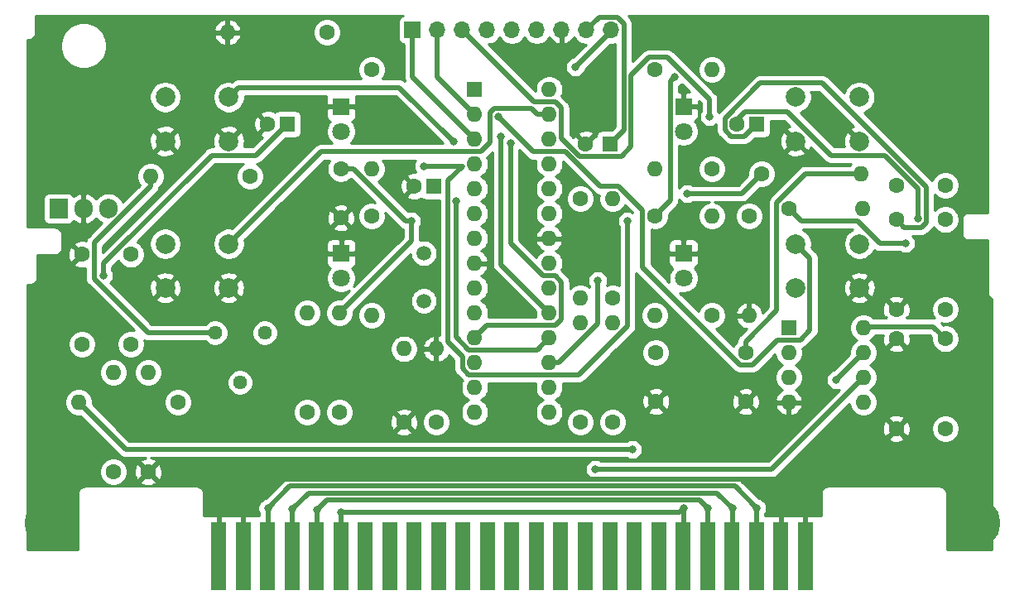
<source format=gbr>
G04 #@! TF.GenerationSoftware,KiCad,Pcbnew,(5.1.7)-1*
G04 #@! TF.CreationDate,2021-09-17T17:51:21-05:00*
G04 #@! TF.ProjectId,ConsolePedalUno,436f6e73-6f6c-4655-9065-64616c556e6f,rev?*
G04 #@! TF.SameCoordinates,Original*
G04 #@! TF.FileFunction,Copper,L2,Bot*
G04 #@! TF.FilePolarity,Positive*
%FSLAX46Y46*%
G04 Gerber Fmt 4.6, Leading zero omitted, Abs format (unit mm)*
G04 Created by KiCad (PCBNEW (5.1.7)-1) date 2021-09-17 17:51:21*
%MOMM*%
%LPD*%
G01*
G04 APERTURE LIST*
G04 #@! TA.AperFunction,ConnectorPad*
%ADD10R,1.500000X7.000000*%
G04 #@! TD*
G04 #@! TA.AperFunction,ComponentPad*
%ADD11C,5.000000*%
G04 #@! TD*
G04 #@! TA.AperFunction,ComponentPad*
%ADD12C,1.600000*%
G04 #@! TD*
G04 #@! TA.AperFunction,ComponentPad*
%ADD13R,1.600000X1.600000*%
G04 #@! TD*
G04 #@! TA.AperFunction,ComponentPad*
%ADD14O,1.600000X1.600000*%
G04 #@! TD*
G04 #@! TA.AperFunction,ComponentPad*
%ADD15R,1.800000X1.800000*%
G04 #@! TD*
G04 #@! TA.AperFunction,ComponentPad*
%ADD16C,1.800000*%
G04 #@! TD*
G04 #@! TA.AperFunction,ComponentPad*
%ADD17R,1.700000X1.700000*%
G04 #@! TD*
G04 #@! TA.AperFunction,ComponentPad*
%ADD18O,1.700000X1.700000*%
G04 #@! TD*
G04 #@! TA.AperFunction,ComponentPad*
%ADD19C,1.440000*%
G04 #@! TD*
G04 #@! TA.AperFunction,ComponentPad*
%ADD20C,2.000000*%
G04 #@! TD*
G04 #@! TA.AperFunction,ComponentPad*
%ADD21C,1.500000*%
G04 #@! TD*
G04 #@! TA.AperFunction,ComponentPad*
%ADD22R,1.905000X2.000000*%
G04 #@! TD*
G04 #@! TA.AperFunction,ComponentPad*
%ADD23O,1.905000X2.000000*%
G04 #@! TD*
G04 #@! TA.AperFunction,ViaPad*
%ADD24C,0.800000*%
G04 #@! TD*
G04 #@! TA.AperFunction,Conductor*
%ADD25C,0.500000*%
G04 #@! TD*
G04 #@! TA.AperFunction,Conductor*
%ADD26C,0.254000*%
G04 #@! TD*
G04 #@! TA.AperFunction,Conductor*
%ADD27C,0.100000*%
G04 #@! TD*
G04 APERTURE END LIST*
D10*
G04 #@! TO.P,J1,26*
G04 #@! TO.N,GND*
X102715000Y-126000000D03*
G04 #@! TO.P,J1,27*
X105215000Y-126000000D03*
G04 #@! TO.P,J1,28*
G04 #@! TO.N,/Input*
X107715000Y-126000000D03*
G04 #@! TO.P,J1,29*
G04 #@! TO.N,/Output*
X110215000Y-126000000D03*
G04 #@! TO.P,J1,30*
G04 #@! TO.N,+9V*
X112715000Y-126000000D03*
G04 #@! TO.P,J1,31*
G04 #@! TO.N,/LEDPower*
X115215000Y-126000000D03*
G04 #@! TO.P,J1,32*
G04 #@! TO.N,N/C*
X117715000Y-126000000D03*
G04 #@! TO.P,J1,33*
X120215000Y-126000000D03*
G04 #@! TO.P,J1,34*
X122715000Y-126000000D03*
G04 #@! TO.P,J1,35*
X125215000Y-126000000D03*
G04 #@! TO.P,J1,36*
X127715000Y-126000000D03*
G04 #@! TO.P,J1,37*
X130215000Y-126000000D03*
G04 #@! TO.P,J1,38*
X132715000Y-126000000D03*
G04 #@! TO.P,J1,39*
X135215000Y-126000000D03*
G04 #@! TO.P,J1,40*
X137715000Y-126000000D03*
G04 #@! TO.P,J1,41*
X140215000Y-126000000D03*
G04 #@! TO.P,J1,42*
X142715000Y-126000000D03*
G04 #@! TO.P,J1,43*
X145215000Y-126000000D03*
G04 #@! TO.P,J1,44*
X147715000Y-126000000D03*
G04 #@! TO.P,J1,45*
G04 #@! TO.N,/LEDPower*
X150215000Y-126000000D03*
G04 #@! TO.P,J1,46*
G04 #@! TO.N,+9V*
X152715000Y-126000000D03*
G04 #@! TO.P,J1,47*
G04 #@! TO.N,/Output*
X155215000Y-126000000D03*
G04 #@! TO.P,J1,48*
G04 #@! TO.N,/Input*
X157715000Y-126000000D03*
G04 #@! TO.P,J1,49*
G04 #@! TO.N,GND*
X160215000Y-126000000D03*
G04 #@! TO.P,J1,50*
X162715000Y-126000000D03*
G04 #@! TD*
D11*
G04 #@! TO.P,H1,1*
G04 #@! TO.N,GND*
X85350000Y-122600000D03*
G04 #@! TD*
G04 #@! TO.P,H2,1*
G04 #@! TO.N,GND*
X180150000Y-122600000D03*
G04 #@! TD*
D12*
G04 #@! TO.P,C1,2*
G04 #@! TO.N,Net-(C1-Pad2)*
X88726000Y-104286000D03*
G04 #@! TO.P,C1,1*
G04 #@! TO.N,/Input*
X93726000Y-104286000D03*
G04 #@! TD*
G04 #@! TO.P,C2,2*
G04 #@! TO.N,GND*
X172038000Y-100730000D03*
G04 #@! TO.P,C2,1*
G04 #@! TO.N,Net-(C2-Pad1)*
X177038000Y-100730000D03*
G04 #@! TD*
G04 #@! TO.P,C3,2*
G04 #@! TO.N,GND*
X122714000Y-88138000D03*
D13*
G04 #@! TO.P,C3,1*
G04 #@! TO.N,Net-(C3-Pad1)*
X124714000Y-88138000D03*
G04 #@! TD*
D12*
G04 #@! TO.P,C4,1*
G04 #@! TO.N,Net-(C4-Pad1)*
X161036000Y-90424000D03*
D14*
G04 #@! TO.P,C4,2*
G04 #@! TO.N,Net-(C4-Pad2)*
X168536000Y-90424000D03*
G04 #@! TD*
D12*
G04 #@! TO.P,C5,1*
G04 #@! TO.N,/A0*
X115208000Y-86360000D03*
G04 #@! TO.P,C5,2*
G04 #@! TO.N,GND*
X115208000Y-91360000D03*
G04 #@! TD*
G04 #@! TO.P,C6,1*
G04 #@! TO.N,GND*
X121666000Y-112268000D03*
D14*
G04 #@! TO.P,C6,2*
G04 #@! TO.N,Net-(C6-Pad2)*
X121666000Y-104768000D03*
G04 #@! TD*
D12*
G04 #@! TO.P,C7,1*
G04 #@! TO.N,Net-(C7-Pad1)*
X147428000Y-105156000D03*
G04 #@! TO.P,C7,2*
G04 #@! TO.N,GND*
X147428000Y-110156000D03*
G04 #@! TD*
G04 #@! TO.P,C8,1*
G04 #@! TO.N,Net-(C8-Pad1)*
X156610000Y-105156000D03*
G04 #@! TO.P,C8,2*
G04 #@! TO.N,GND*
X156610000Y-110156000D03*
G04 #@! TD*
G04 #@! TO.P,C9,1*
G04 #@! TO.N,Net-(C9-Pad1)*
X177038000Y-91548000D03*
G04 #@! TO.P,C9,2*
G04 #@! TO.N,Net-(C10-Pad1)*
X172038000Y-91548000D03*
G04 #@! TD*
D13*
G04 #@! TO.P,C10,1*
G04 #@! TO.N,Net-(C10-Pad1)*
X157734000Y-81788000D03*
D12*
G04 #@! TO.P,C10,2*
G04 #@! TO.N,/Output*
X155734000Y-81788000D03*
G04 #@! TD*
G04 #@! TO.P,C11,2*
G04 #@! TO.N,GND*
X172038000Y-112922000D03*
G04 #@! TO.P,C11,1*
G04 #@! TO.N,+5V*
X177038000Y-112922000D03*
G04 #@! TD*
D14*
G04 #@! TO.P,C12,2*
G04 #@! TO.N,GND*
X124968000Y-104768000D03*
D12*
G04 #@! TO.P,C12,1*
G04 #@! TO.N,Net-(C12-Pad1)*
X124968000Y-112268000D03*
G04 #@! TD*
D13*
G04 #@! TO.P,C13,1*
G04 #@! TO.N,+2V5*
X109728000Y-81788000D03*
D12*
G04 #@! TO.P,C13,2*
G04 #@! TO.N,GND*
X107728000Y-81788000D03*
G04 #@! TD*
G04 #@! TO.P,C14,2*
G04 #@! TO.N,GND*
X88726000Y-95104000D03*
G04 #@! TO.P,C14,1*
G04 #@! TO.N,+9V*
X93726000Y-95104000D03*
G04 #@! TD*
G04 #@! TO.P,C15,1*
G04 #@! TO.N,+5V*
X177038000Y-103740000D03*
G04 #@! TO.P,C15,2*
G04 #@! TO.N,GND*
X172038000Y-103740000D03*
G04 #@! TD*
D13*
G04 #@! TO.P,C16,1*
G04 #@! TO.N,+5V*
X142748000Y-83820000D03*
D12*
G04 #@! TO.P,C16,2*
G04 #@! TO.N,GND*
X140248000Y-83820000D03*
G04 #@! TD*
G04 #@! TO.P,C17,2*
G04 #@! TO.N,Net-(C17-Pad2)*
X172038000Y-88030000D03*
G04 #@! TO.P,C17,1*
G04 #@! TO.N,/pin1*
X177038000Y-88030000D03*
G04 #@! TD*
D15*
G04 #@! TO.P,D3,1*
G04 #@! TO.N,GND*
X115250000Y-80000000D03*
D16*
G04 #@! TO.P,D3,2*
G04 #@! TO.N,Net-(D3-Pad2)*
X115250000Y-82540000D03*
G04 #@! TD*
G04 #@! TO.P,D4,2*
G04 #@! TO.N,Net-(D4-Pad2)*
X150250000Y-82540000D03*
D15*
G04 #@! TO.P,D4,1*
G04 #@! TO.N,GND*
X150250000Y-80000000D03*
G04 #@! TD*
G04 #@! TO.P,D5,1*
G04 #@! TO.N,GND*
X115250000Y-95000000D03*
D16*
G04 #@! TO.P,D5,2*
G04 #@! TO.N,Net-(D5-Pad2)*
X115250000Y-97540000D03*
G04 #@! TD*
G04 #@! TO.P,D6,2*
G04 #@! TO.N,Net-(D6-Pad2)*
X150250000Y-97540000D03*
D15*
G04 #@! TO.P,D6,1*
G04 #@! TO.N,GND*
X150250000Y-95000000D03*
G04 #@! TD*
D17*
G04 #@! TO.P,J2,1*
G04 #@! TO.N,/TX*
X122555000Y-72136000D03*
D18*
G04 #@! TO.P,J2,2*
G04 #@! TO.N,/RX*
X125095000Y-72136000D03*
G04 #@! TO.P,J2,3*
G04 #@! TO.N,Net-(C17-Pad2)*
X127635000Y-72136000D03*
G04 #@! TO.P,J2,4*
G04 #@! TO.N,/pin19*
X130175000Y-72136000D03*
G04 #@! TO.P,J2,5*
G04 #@! TO.N,/DIG_12*
X132715000Y-72136000D03*
G04 #@! TO.P,J2,6*
G04 #@! TO.N,/DIG_11*
X135255000Y-72136000D03*
G04 #@! TO.P,J2,7*
G04 #@! TO.N,GND*
X137795000Y-72136000D03*
G04 #@! TO.P,J2,8*
G04 #@! TO.N,+5V*
X140335000Y-72136000D03*
G04 #@! TO.P,J2,9*
G04 #@! TO.N,/pin1*
X142875000Y-72136000D03*
G04 #@! TD*
D12*
G04 #@! TO.P,R1,1*
G04 #@! TO.N,GND*
X95504000Y-117348000D03*
D14*
G04 #@! TO.P,R1,2*
G04 #@! TO.N,/Input*
X95504000Y-107188000D03*
G04 #@! TD*
G04 #@! TO.P,R2,2*
G04 #@! TO.N,Net-(C1-Pad2)*
X91948000Y-107188000D03*
D12*
G04 #@! TO.P,R2,1*
G04 #@! TO.N,+2V5*
X91948000Y-117348000D03*
G04 #@! TD*
G04 #@! TO.P,R3,1*
G04 #@! TO.N,Net-(C1-Pad2)*
X98552000Y-110236000D03*
D14*
G04 #@! TO.P,R3,2*
G04 #@! TO.N,Net-(C2-Pad1)*
X88392000Y-110236000D03*
G04 #@! TD*
G04 #@! TO.P,R4,2*
G04 #@! TO.N,Net-(R4-Pad2)*
X95758000Y-87122000D03*
D12*
G04 #@! TO.P,R4,1*
G04 #@! TO.N,Net-(C3-Pad1)*
X105918000Y-87122000D03*
G04 #@! TD*
D14*
G04 #@! TO.P,R5,2*
G04 #@! TO.N,Net-(C4-Pad2)*
X111760000Y-101092000D03*
D12*
G04 #@! TO.P,R5,1*
G04 #@! TO.N,Net-(C4-Pad1)*
X111760000Y-111252000D03*
G04 #@! TD*
G04 #@! TO.P,R6,1*
G04 #@! TO.N,Net-(C4-Pad2)*
X115062000Y-111252000D03*
D14*
G04 #@! TO.P,R6,2*
G04 #@! TO.N,/A0*
X115062000Y-101092000D03*
G04 #@! TD*
G04 #@! TO.P,R7,2*
G04 #@! TO.N,GND*
X156972000Y-101346000D03*
D12*
G04 #@! TO.P,R7,1*
G04 #@! TO.N,+2V5*
X156972000Y-91186000D03*
G04 #@! TD*
G04 #@! TO.P,R8,1*
G04 #@! TO.N,+5V*
X153162000Y-101346000D03*
D14*
G04 #@! TO.P,R8,2*
G04 #@! TO.N,+2V5*
X153162000Y-91186000D03*
G04 #@! TD*
G04 #@! TO.P,R9,2*
G04 #@! TO.N,/pin1*
X153162000Y-76200000D03*
D12*
G04 #@! TO.P,R9,1*
G04 #@! TO.N,+5V*
X153162000Y-86360000D03*
G04 #@! TD*
G04 #@! TO.P,R10,1*
G04 #@! TO.N,/PWM_9*
X139700000Y-89408000D03*
D14*
G04 #@! TO.P,R10,2*
G04 #@! TO.N,Net-(C7-Pad1)*
X139700000Y-99568000D03*
G04 #@! TD*
G04 #@! TO.P,R11,2*
G04 #@! TO.N,/PWM_10*
X143002000Y-102108000D03*
D12*
G04 #@! TO.P,R11,1*
G04 #@! TO.N,Net-(C7-Pad1)*
X143002000Y-112268000D03*
G04 #@! TD*
D14*
G04 #@! TO.P,R12,2*
G04 #@! TO.N,Net-(C9-Pad1)*
X143002000Y-89408000D03*
D12*
G04 #@! TO.P,R12,1*
G04 #@! TO.N,Net-(C7-Pad1)*
X143002000Y-99568000D03*
G04 #@! TD*
G04 #@! TO.P,R13,1*
G04 #@! TO.N,Net-(C9-Pad1)*
X158242000Y-86868000D03*
D14*
G04 #@! TO.P,R13,2*
G04 #@! TO.N,Net-(C8-Pad1)*
X168402000Y-86868000D03*
G04 #@! TD*
D12*
G04 #@! TO.P,R14,1*
G04 #@! TO.N,/DIG_3*
X118364000Y-76200000D03*
D14*
G04 #@! TO.P,R14,2*
G04 #@! TO.N,Net-(D3-Pad2)*
X118364000Y-86360000D03*
G04 #@! TD*
D12*
G04 #@! TO.P,R15,1*
G04 #@! TO.N,/DIG_5*
X147320000Y-76200000D03*
D14*
G04 #@! TO.P,R15,2*
G04 #@! TO.N,Net-(D4-Pad2)*
X147320000Y-86360000D03*
G04 #@! TD*
G04 #@! TO.P,R16,2*
G04 #@! TO.N,Net-(D5-Pad2)*
X118364000Y-101346000D03*
D12*
G04 #@! TO.P,R16,1*
G04 #@! TO.N,/DIG_6*
X118364000Y-91186000D03*
G04 #@! TD*
G04 #@! TO.P,R17,1*
G04 #@! TO.N,/DIG_11*
X147320000Y-91186000D03*
D14*
G04 #@! TO.P,R17,2*
G04 #@! TO.N,Net-(D6-Pad2)*
X147320000Y-101346000D03*
G04 #@! TD*
G04 #@! TO.P,R18,2*
G04 #@! TO.N,/DIG_12*
X139700000Y-102108000D03*
D12*
G04 #@! TO.P,R18,1*
G04 #@! TO.N,/LEDPower*
X139700000Y-112268000D03*
G04 #@! TD*
G04 #@! TO.P,R19,1*
G04 #@! TO.N,/DIG_12*
X113792000Y-72390000D03*
D14*
G04 #@! TO.P,R19,2*
G04 #@! TO.N,GND*
X103632000Y-72390000D03*
G04 #@! TD*
D19*
G04 #@! TO.P,RV1,3*
G04 #@! TO.N,Net-(C4-Pad1)*
X107442000Y-103124000D03*
G04 #@! TO.P,RV1,2*
X104902000Y-108204000D03*
G04 #@! TO.P,RV1,1*
G04 #@! TO.N,Net-(R4-Pad2)*
X102362000Y-103124000D03*
G04 #@! TD*
D20*
G04 #@! TO.P,SW1,2*
G04 #@! TO.N,GND*
X97250000Y-83520000D03*
G04 #@! TO.P,SW1,1*
G04 #@! TO.N,/A2*
X97250000Y-79020000D03*
G04 #@! TO.P,SW1,2*
G04 #@! TO.N,GND*
X103750000Y-83520000D03*
G04 #@! TO.P,SW1,1*
G04 #@! TO.N,/A2*
X103750000Y-79020000D03*
G04 #@! TD*
G04 #@! TO.P,SW2,1*
G04 #@! TO.N,/A3*
X168250000Y-79020000D03*
G04 #@! TO.P,SW2,2*
G04 #@! TO.N,GND*
X168250000Y-83520000D03*
G04 #@! TO.P,SW2,1*
G04 #@! TO.N,/A3*
X161750000Y-79020000D03*
G04 #@! TO.P,SW2,2*
G04 #@! TO.N,GND*
X161750000Y-83520000D03*
G04 #@! TD*
G04 #@! TO.P,SW3,2*
G04 #@! TO.N,GND*
X97250000Y-98520000D03*
G04 #@! TO.P,SW3,1*
G04 #@! TO.N,/A4*
X97250000Y-94020000D03*
G04 #@! TO.P,SW3,2*
G04 #@! TO.N,GND*
X103750000Y-98520000D03*
G04 #@! TO.P,SW3,1*
G04 #@! TO.N,/A4*
X103750000Y-94020000D03*
G04 #@! TD*
G04 #@! TO.P,SW4,1*
G04 #@! TO.N,/A5*
X168250000Y-94020000D03*
G04 #@! TO.P,SW4,2*
G04 #@! TO.N,GND*
X168250000Y-98520000D03*
G04 #@! TO.P,SW4,1*
G04 #@! TO.N,/A5*
X161750000Y-94020000D03*
G04 #@! TO.P,SW4,2*
G04 #@! TO.N,GND*
X161750000Y-98520000D03*
G04 #@! TD*
D13*
G04 #@! TO.P,U1,1*
G04 #@! TO.N,Net-(C10-Pad1)*
X161036000Y-102616000D03*
D14*
G04 #@! TO.P,U1,5*
G04 #@! TO.N,Net-(C2-Pad1)*
X168656000Y-110236000D03*
G04 #@! TO.P,U1,2*
G04 #@! TO.N,Net-(C10-Pad1)*
X161036000Y-105156000D03*
G04 #@! TO.P,U1,6*
G04 #@! TO.N,Net-(C4-Pad1)*
X168656000Y-107696000D03*
G04 #@! TO.P,U1,3*
G04 #@! TO.N,Net-(C8-Pad1)*
X161036000Y-107696000D03*
G04 #@! TO.P,U1,7*
G04 #@! TO.N,Net-(C4-Pad2)*
X168656000Y-105156000D03*
G04 #@! TO.P,U1,4*
G04 #@! TO.N,GND*
X161036000Y-110236000D03*
G04 #@! TO.P,U1,8*
G04 #@! TO.N,+5V*
X168656000Y-102616000D03*
G04 #@! TD*
D13*
G04 #@! TO.P,U2,1*
G04 #@! TO.N,/pin1*
X128905000Y-78232000D03*
D14*
G04 #@! TO.P,U2,15*
G04 #@! TO.N,/PWM_9*
X136525000Y-111252000D03*
G04 #@! TO.P,U2,2*
G04 #@! TO.N,/RX*
X128905000Y-80772000D03*
G04 #@! TO.P,U2,16*
G04 #@! TO.N,/PWM_10*
X136525000Y-108712000D03*
G04 #@! TO.P,U2,3*
G04 #@! TO.N,/TX*
X128905000Y-83312000D03*
G04 #@! TO.P,U2,17*
G04 #@! TO.N,/DIG_11*
X136525000Y-106172000D03*
G04 #@! TO.P,U2,4*
G04 #@! TO.N,N/C*
X128905000Y-85852000D03*
G04 #@! TO.P,U2,18*
G04 #@! TO.N,/DIG_12*
X136525000Y-103632000D03*
G04 #@! TO.P,U2,5*
G04 #@! TO.N,/DIG_3*
X128905000Y-88392000D03*
G04 #@! TO.P,U2,19*
G04 #@! TO.N,/pin19*
X136525000Y-101092000D03*
G04 #@! TO.P,U2,6*
G04 #@! TO.N,N/C*
X128905000Y-90932000D03*
G04 #@! TO.P,U2,20*
X136525000Y-98552000D03*
G04 #@! TO.P,U2,7*
G04 #@! TO.N,+5V*
X128905000Y-93472000D03*
G04 #@! TO.P,U2,21*
G04 #@! TO.N,N/C*
X136525000Y-96012000D03*
G04 #@! TO.P,U2,8*
G04 #@! TO.N,GND*
X128905000Y-96012000D03*
G04 #@! TO.P,U2,22*
X136525000Y-93472000D03*
G04 #@! TO.P,U2,9*
G04 #@! TO.N,Net-(C6-Pad2)*
X128905000Y-98552000D03*
G04 #@! TO.P,U2,23*
G04 #@! TO.N,/A0*
X136525000Y-90932000D03*
G04 #@! TO.P,U2,10*
G04 #@! TO.N,Net-(C12-Pad1)*
X128905000Y-101092000D03*
G04 #@! TO.P,U2,24*
G04 #@! TO.N,N/C*
X136525000Y-88392000D03*
G04 #@! TO.P,U2,11*
G04 #@! TO.N,/DIG_5*
X128905000Y-103632000D03*
G04 #@! TO.P,U2,25*
G04 #@! TO.N,/A2*
X136525000Y-85852000D03*
G04 #@! TO.P,U2,12*
G04 #@! TO.N,/DIG_6*
X128905000Y-106172000D03*
G04 #@! TO.P,U2,26*
G04 #@! TO.N,/A3*
X136525000Y-83312000D03*
G04 #@! TO.P,U2,13*
G04 #@! TO.N,N/C*
X128905000Y-108712000D03*
G04 #@! TO.P,U2,27*
G04 #@! TO.N,/A4*
X136525000Y-80772000D03*
G04 #@! TO.P,U2,14*
G04 #@! TO.N,N/C*
X128905000Y-111252000D03*
G04 #@! TO.P,U2,28*
G04 #@! TO.N,/A5*
X136525000Y-78232000D03*
G04 #@! TD*
D21*
G04 #@! TO.P,Y1,1*
G04 #@! TO.N,Net-(C6-Pad2)*
X123698000Y-94996000D03*
G04 #@! TO.P,Y1,2*
G04 #@! TO.N,Net-(C12-Pad1)*
X123698000Y-99876000D03*
G04 #@! TD*
D22*
G04 #@! TO.P,U3,1*
G04 #@! TO.N,+9V*
X86360000Y-90424000D03*
D23*
G04 #@! TO.P,U3,2*
G04 #@! TO.N,GND*
X88900000Y-90424000D03*
G04 #@! TO.P,U3,3*
G04 #@! TO.N,+5V*
X91440000Y-90424000D03*
G04 #@! TD*
D24*
G04 #@! TO.N,GND*
X105250000Y-120979000D03*
X160250000Y-120988000D03*
X102750000Y-121038000D03*
X162750000Y-120967000D03*
X138430000Y-91440000D03*
X134366000Y-86106000D03*
X134366000Y-88392000D03*
X134366000Y-90678000D03*
X139700000Y-97028000D03*
X140208000Y-81534000D03*
X138176000Y-86868000D03*
X117348000Y-73152000D03*
X118618000Y-73152000D03*
X140716000Y-109220000D03*
X142240000Y-109220000D03*
X163322000Y-106934000D03*
X166624000Y-102870000D03*
X176022000Y-96266000D03*
X134620000Y-74676000D03*
X141986000Y-77216000D03*
X123698000Y-97536000D03*
X120650000Y-92964000D03*
X101092000Y-112776000D03*
X150622000Y-115824000D03*
G04 #@! TO.N,/LEDPower*
X115250000Y-121454000D03*
X150250000Y-121073000D03*
G04 #@! TO.N,/Input*
X107750000Y-121066000D03*
X157750000Y-121066000D03*
G04 #@! TO.N,/Output*
X110250000Y-121195000D03*
X155250000Y-121068000D03*
X174244000Y-91440000D03*
G04 #@! TO.N,+9V*
X112750000Y-121235000D03*
X152750000Y-121108000D03*
G04 #@! TO.N,Net-(C2-Pad1)*
X145034000Y-115062000D03*
G04 #@! TO.N,Net-(C4-Pad1)*
X172974000Y-93980000D03*
X141224000Y-117094000D03*
G04 #@! TO.N,Net-(C4-Pad2)*
X165862000Y-107950000D03*
G04 #@! TO.N,/A0*
X122428000Y-91694000D03*
G04 #@! TO.N,Net-(C9-Pad1)*
X150622000Y-88900000D03*
G04 #@! TO.N,+2V5*
X90932000Y-97282000D03*
X123707672Y-86073675D03*
X144526000Y-91694000D03*
G04 #@! TO.N,Net-(C17-Pad2)*
X152908000Y-81026000D03*
G04 #@! TO.N,/pin1*
X139192000Y-75946000D03*
G04 #@! TO.N,/pin19*
X131572000Y-83058000D03*
G04 #@! TO.N,/DIG_12*
X127000000Y-89662000D03*
G04 #@! TO.N,/DIG_11*
X141478000Y-97790000D03*
X149352000Y-76962000D03*
G04 #@! TO.N,/DIG_5*
X132588000Y-83712001D03*
G04 #@! TO.N,/A2*
X126746000Y-83566000D03*
G04 #@! TO.N,/A5*
X131318000Y-81026000D03*
G04 #@! TD*
D25*
G04 #@! TO.N,GND*
X105250000Y-126000000D02*
X105250000Y-120979000D01*
X160250000Y-126000000D02*
X160250000Y-120988000D01*
X157384969Y-118122969D02*
X160250000Y-120988000D01*
X108106031Y-118122969D02*
X157384969Y-118122969D01*
X105250000Y-120979000D02*
X108106031Y-118122969D01*
X102750000Y-126000000D02*
X102750000Y-121038000D01*
X162750000Y-120967000D02*
X162750000Y-126000000D01*
X162729000Y-120988000D02*
X162750000Y-120967000D01*
X160250000Y-120988000D02*
X162729000Y-120988000D01*
X105191000Y-121038000D02*
X105250000Y-120979000D01*
X102750000Y-121038000D02*
X105191000Y-121038000D01*
G04 #@! TO.N,/LEDPower*
X115250000Y-126000000D02*
X115250000Y-121454000D01*
X150250000Y-121073000D02*
X150250000Y-126000000D01*
X149869000Y-121454000D02*
X150250000Y-121073000D01*
X115250000Y-121454000D02*
X149869000Y-121454000D01*
G04 #@! TO.N,/Input*
X107750000Y-121066000D02*
X107750000Y-126000000D01*
X157750000Y-121066000D02*
X157750000Y-126000000D01*
X155506979Y-118822979D02*
X157750000Y-121066000D01*
X109993021Y-118822979D02*
X155506979Y-118822979D01*
X107750000Y-121066000D02*
X109993021Y-118822979D01*
G04 #@! TO.N,/Output*
X110250000Y-121195000D02*
X110250000Y-126000000D01*
X155250000Y-121068000D02*
X155250000Y-126000000D01*
X153704989Y-119522989D02*
X155250000Y-121068000D01*
X111922011Y-119522989D02*
X153704989Y-119522989D01*
X110250000Y-121195000D02*
X111922011Y-119522989D01*
X155734000Y-81377998D02*
X155734000Y-81788000D01*
X160914001Y-80537999D02*
X156573999Y-80537999D01*
X165346003Y-84970001D02*
X160914001Y-80537999D01*
X170828003Y-84970001D02*
X165346003Y-84970001D01*
X174244000Y-88385998D02*
X170828003Y-84970001D01*
X156573999Y-80537999D02*
X155734000Y-81377998D01*
X174244000Y-91440000D02*
X174244000Y-88385998D01*
G04 #@! TO.N,+9V*
X112750000Y-121235000D02*
X112750000Y-126000000D01*
X152750000Y-121108000D02*
X152750000Y-126000000D01*
X151864999Y-120222999D02*
X152750000Y-121108000D01*
X113762001Y-120222999D02*
X151864999Y-120222999D01*
X112750000Y-121235000D02*
X113762001Y-120222999D01*
G04 #@! TO.N,Net-(C2-Pad1)*
X93218000Y-115062000D02*
X88392000Y-110236000D01*
X145034000Y-115062000D02*
X93218000Y-115062000D01*
G04 #@! TO.N,Net-(C4-Pad1)*
X162286001Y-91674001D02*
X161036000Y-90424000D01*
X168050003Y-91674001D02*
X162286001Y-91674001D01*
X170356002Y-93980000D02*
X168050003Y-91674001D01*
X172974000Y-93980000D02*
X170356002Y-93980000D01*
X159258000Y-117094000D02*
X168656000Y-107696000D01*
X141224000Y-117094000D02*
X159258000Y-117094000D01*
G04 #@! TO.N,Net-(C10-Pad1)*
X156483999Y-83038001D02*
X157734000Y-81788000D01*
X155133999Y-83038001D02*
X156483999Y-83038001D01*
X154483999Y-81187999D02*
X154483999Y-82388001D01*
X158101999Y-77569999D02*
X154483999Y-81187999D01*
X164446001Y-77569999D02*
X158101999Y-77569999D01*
X175094001Y-88217999D02*
X164446001Y-77569999D01*
X175094001Y-91848001D02*
X175094001Y-88217999D01*
X174594003Y-92347999D02*
X175094001Y-91848001D01*
X172837999Y-92347999D02*
X174594003Y-92347999D01*
X154483999Y-82388001D02*
X155133999Y-83038001D01*
X172038000Y-91548000D02*
X172837999Y-92347999D01*
G04 #@! TO.N,Net-(C4-Pad2)*
X165862000Y-107950000D02*
X168656000Y-105156000D01*
G04 #@! TO.N,/A0*
X116513998Y-86360000D02*
X115208000Y-86360000D01*
X121847998Y-91694000D02*
X116513998Y-86360000D01*
X122428000Y-91694000D02*
X121847998Y-91694000D01*
X122428000Y-93726000D02*
X122428000Y-91694000D01*
X115062000Y-101092000D02*
X122428000Y-93726000D01*
G04 #@! TO.N,Net-(C8-Pad1)*
X162741998Y-86868000D02*
X168402000Y-86868000D01*
X159785999Y-89823999D02*
X162741998Y-86868000D01*
X159785999Y-100848631D02*
X159785999Y-89823999D01*
X156610000Y-104024630D02*
X159785999Y-100848631D01*
X156610000Y-105156000D02*
X156610000Y-104024630D01*
G04 #@! TO.N,Net-(C9-Pad1)*
X156210000Y-88900000D02*
X158242000Y-86868000D01*
X150622000Y-88900000D02*
X156210000Y-88900000D01*
G04 #@! TO.N,+5V*
X168782001Y-102489999D02*
X168656000Y-102616000D01*
X175787999Y-102489999D02*
X168782001Y-102489999D01*
X177038000Y-103740000D02*
X175787999Y-102489999D01*
X141635001Y-70835999D02*
X140335000Y-72136000D01*
X143499001Y-70835999D02*
X141635001Y-70835999D01*
X144175001Y-71511999D02*
X143499001Y-70835999D01*
X144175001Y-82392999D02*
X144175001Y-71511999D01*
X142748000Y-83820000D02*
X144175001Y-82392999D01*
G04 #@! TO.N,+2V5*
X106545999Y-84970001D02*
X109728000Y-81788000D01*
X102009997Y-84970001D02*
X106545999Y-84970001D01*
X90932000Y-96047998D02*
X102009997Y-84970001D01*
X90932000Y-97282000D02*
X90932000Y-96047998D01*
X144526000Y-102434002D02*
X144526000Y-91694000D01*
X139538001Y-107422001D02*
X144526000Y-102434002D01*
X128304999Y-107422001D02*
X139538001Y-107422001D01*
X127654999Y-105571999D02*
X127654999Y-106772001D01*
X127654999Y-106772001D02*
X128304999Y-107422001D01*
X126149999Y-104066999D02*
X127654999Y-105571999D01*
X126149999Y-87578675D02*
X126149999Y-104066999D01*
X127654999Y-86073675D02*
X126149999Y-87578675D01*
X123707672Y-86073675D02*
X127654999Y-86073675D01*
G04 #@! TO.N,Net-(C17-Pad2)*
X134981001Y-79482001D02*
X127635000Y-72136000D01*
X137775001Y-80132001D02*
X137125001Y-79482001D01*
X146719999Y-74949999D02*
X144875011Y-76794987D01*
X139647999Y-85070001D02*
X137775001Y-83197003D01*
X144875011Y-84102991D02*
X143908001Y-85070001D01*
X137125001Y-79482001D02*
X134981001Y-79482001D01*
X144875011Y-76794987D02*
X144875011Y-84102991D01*
X152908000Y-81026000D02*
X152908000Y-79259998D01*
X143908001Y-85070001D02*
X139647999Y-85070001D01*
X152908000Y-79259998D02*
X148598001Y-74949999D01*
X137775001Y-83197003D02*
X137775001Y-80132001D01*
X148598001Y-74949999D02*
X146719999Y-74949999D01*
G04 #@! TO.N,/pin1*
X142875000Y-72263000D02*
X142875000Y-72136000D01*
X139192000Y-75946000D02*
X142875000Y-72263000D01*
G04 #@! TO.N,/TX*
X122555000Y-76962000D02*
X128905000Y-83312000D01*
X122555000Y-72136000D02*
X122555000Y-76962000D01*
G04 #@! TO.N,/RX*
X125095000Y-76962000D02*
X125095000Y-72136000D01*
X128905000Y-80772000D02*
X125095000Y-76962000D01*
G04 #@! TO.N,/pin19*
X131572000Y-96139000D02*
X131572000Y-83058000D01*
X136525000Y-101092000D02*
X131572000Y-96139000D01*
G04 #@! TO.N,/DIG_12*
X135274999Y-104882001D02*
X136525000Y-103632000D01*
X128304999Y-104882001D02*
X135274999Y-104882001D01*
X127000000Y-103577002D02*
X128304999Y-104882001D01*
X127000000Y-89662000D02*
X127000000Y-103577002D01*
G04 #@! TO.N,/DIG_11*
X137486002Y-106172000D02*
X136525000Y-106172000D01*
X141478000Y-102180002D02*
X137486002Y-106172000D01*
X141478000Y-97790000D02*
X141478000Y-102180002D01*
X148899999Y-89606001D02*
X147320000Y-91186000D01*
X148899999Y-77414001D02*
X148899999Y-89606001D01*
X149352000Y-76962000D02*
X148899999Y-77414001D01*
G04 #@! TO.N,Net-(R4-Pad2)*
X95758000Y-88136948D02*
X95758000Y-87122000D01*
X89976001Y-93918947D02*
X95758000Y-88136948D01*
X89976001Y-97584003D02*
X89976001Y-93918947D01*
X95515998Y-103124000D02*
X89976001Y-97584003D01*
X102362000Y-103124000D02*
X95515998Y-103124000D01*
G04 #@! TO.N,/DIG_5*
X137775001Y-101731999D02*
X137125001Y-102381999D01*
X137775001Y-97951999D02*
X137775001Y-101731999D01*
X130155001Y-102381999D02*
X128905000Y-103632000D01*
X137125001Y-102381999D02*
X130155001Y-102381999D01*
X137125001Y-97301999D02*
X137775001Y-97951999D01*
X135924999Y-97301999D02*
X137125001Y-97301999D01*
X132588000Y-93965000D02*
X135924999Y-97301999D01*
X132588000Y-83712001D02*
X132588000Y-93965000D01*
G04 #@! TO.N,/A2*
X121200001Y-78020001D02*
X126746000Y-83566000D01*
X104749999Y-78020001D02*
X121200001Y-78020001D01*
X103750000Y-79020000D02*
X104749999Y-78020001D01*
G04 #@! TO.N,/A4*
X135281037Y-80772000D02*
X136525000Y-80772000D01*
X134685036Y-80175999D02*
X135281037Y-80772000D01*
X130909999Y-80175999D02*
X134685036Y-80175999D01*
X130467999Y-80617999D02*
X130909999Y-80175999D01*
X130467999Y-83639001D02*
X130467999Y-80617999D01*
X129505001Y-84601999D02*
X130467999Y-83639001D01*
X113168001Y-84601999D02*
X129505001Y-84601999D01*
X103750000Y-94020000D02*
X113168001Y-84601999D01*
G04 #@! TO.N,/A5*
X163200001Y-95470001D02*
X161750000Y-94020000D01*
X163200001Y-102862001D02*
X163200001Y-95470001D01*
X157335999Y-106406001D02*
X159875999Y-103866001D01*
X146069999Y-90585999D02*
X146069999Y-96466001D01*
X143641999Y-88157999D02*
X146069999Y-90585999D01*
X162196001Y-103866001D02*
X163200001Y-102862001D01*
X141746035Y-88157999D02*
X143641999Y-88157999D01*
X159875999Y-103866001D02*
X162196001Y-103866001D01*
X156009999Y-106406001D02*
X157335999Y-106406001D01*
X138190035Y-84601999D02*
X141746035Y-88157999D01*
X134893999Y-84601999D02*
X138190035Y-84601999D01*
X146069999Y-96466001D02*
X156009999Y-106406001D01*
X131318000Y-81026000D02*
X134893999Y-84601999D01*
G04 #@! TD*
D26*
G04 #@! TO.N,GND*
X121463897Y-70703925D02*
X121354972Y-70762147D01*
X121259499Y-70840499D01*
X121181147Y-70935972D01*
X121122925Y-71044897D01*
X121087073Y-71163087D01*
X121074967Y-71286000D01*
X121074967Y-72986000D01*
X121087073Y-73108913D01*
X121122925Y-73227103D01*
X121181147Y-73336028D01*
X121259499Y-73431501D01*
X121354972Y-73509853D01*
X121463897Y-73568075D01*
X121582087Y-73603927D01*
X121678000Y-73613374D01*
X121678001Y-76918911D01*
X121673757Y-76962000D01*
X121690690Y-77133922D01*
X121740838Y-77299236D01*
X121769493Y-77352846D01*
X121689593Y-77287274D01*
X121537238Y-77205839D01*
X121371923Y-77155691D01*
X121243080Y-77143001D01*
X121200001Y-77138758D01*
X121156922Y-77143001D01*
X119439083Y-77143001D01*
X119472424Y-77109660D01*
X119628591Y-76875938D01*
X119736162Y-76616241D01*
X119791000Y-76340547D01*
X119791000Y-76059453D01*
X119736162Y-75783759D01*
X119628591Y-75524062D01*
X119472424Y-75290340D01*
X119273660Y-75091576D01*
X119039938Y-74935409D01*
X118780241Y-74827838D01*
X118504547Y-74773000D01*
X118223453Y-74773000D01*
X117947759Y-74827838D01*
X117688062Y-74935409D01*
X117454340Y-75091576D01*
X117255576Y-75290340D01*
X117099409Y-75524062D01*
X116991838Y-75783759D01*
X116937000Y-76059453D01*
X116937000Y-76340547D01*
X116991838Y-76616241D01*
X117099409Y-76875938D01*
X117255576Y-77109660D01*
X117288917Y-77143001D01*
X104793075Y-77143001D01*
X104749998Y-77138758D01*
X104706921Y-77143001D01*
X104706920Y-77143001D01*
X104578077Y-77155691D01*
X104412762Y-77205839D01*
X104260407Y-77287274D01*
X104126866Y-77396868D01*
X104099402Y-77430333D01*
X104099158Y-77430577D01*
X103910245Y-77393000D01*
X103589755Y-77393000D01*
X103275422Y-77455525D01*
X102979327Y-77578172D01*
X102712848Y-77756227D01*
X102486227Y-77982848D01*
X102308172Y-78249327D01*
X102185525Y-78545422D01*
X102123000Y-78859755D01*
X102123000Y-79180245D01*
X102185525Y-79494578D01*
X102308172Y-79790673D01*
X102486227Y-80057152D01*
X102712848Y-80283773D01*
X102979327Y-80461828D01*
X103275422Y-80584475D01*
X103589755Y-80647000D01*
X103910245Y-80647000D01*
X104224578Y-80584475D01*
X104520673Y-80461828D01*
X104787152Y-80283773D01*
X105013773Y-80057152D01*
X105191828Y-79790673D01*
X105314475Y-79494578D01*
X105377000Y-79180245D01*
X105377000Y-78897001D01*
X113748006Y-78897001D01*
X113724188Y-78975518D01*
X113711928Y-79100000D01*
X113715000Y-79714250D01*
X113873750Y-79873000D01*
X115123000Y-79873000D01*
X115123000Y-79853000D01*
X115377000Y-79853000D01*
X115377000Y-79873000D01*
X116626250Y-79873000D01*
X116785000Y-79714250D01*
X116788072Y-79100000D01*
X116775812Y-78975518D01*
X116751994Y-78897001D01*
X120836736Y-78897001D01*
X125664733Y-83724999D01*
X116224506Y-83724999D01*
X116436099Y-83513406D01*
X116603210Y-83263306D01*
X116718319Y-82985410D01*
X116777000Y-82690396D01*
X116777000Y-82389604D01*
X116718319Y-82094590D01*
X116603210Y-81816694D01*
X116436099Y-81566594D01*
X116367193Y-81497688D01*
X116394180Y-81489502D01*
X116504494Y-81430537D01*
X116601185Y-81351185D01*
X116680537Y-81254494D01*
X116739502Y-81144180D01*
X116775812Y-81024482D01*
X116788072Y-80900000D01*
X116785000Y-80285750D01*
X116626250Y-80127000D01*
X115377000Y-80127000D01*
X115377000Y-80147000D01*
X115123000Y-80147000D01*
X115123000Y-80127000D01*
X113873750Y-80127000D01*
X113715000Y-80285750D01*
X113711928Y-80900000D01*
X113724188Y-81024482D01*
X113760498Y-81144180D01*
X113819463Y-81254494D01*
X113898815Y-81351185D01*
X113995506Y-81430537D01*
X114105820Y-81489502D01*
X114132807Y-81497688D01*
X114063901Y-81566594D01*
X113896790Y-81816694D01*
X113781681Y-82094590D01*
X113723000Y-82389604D01*
X113723000Y-82690396D01*
X113781681Y-82985410D01*
X113896790Y-83263306D01*
X114063901Y-83513406D01*
X114275494Y-83724999D01*
X113211080Y-83724999D01*
X113168001Y-83720756D01*
X112996078Y-83737689D01*
X112834598Y-83786674D01*
X112830764Y-83787837D01*
X112678409Y-83869272D01*
X112678407Y-83869273D01*
X112678408Y-83869273D01*
X112604741Y-83929730D01*
X112544868Y-83978866D01*
X112517409Y-84012325D01*
X104099158Y-92430577D01*
X103910245Y-92393000D01*
X103589755Y-92393000D01*
X103275422Y-92455525D01*
X102979327Y-92578172D01*
X102712848Y-92756227D01*
X102486227Y-92982848D01*
X102308172Y-93249327D01*
X102185525Y-93545422D01*
X102123000Y-93859755D01*
X102123000Y-94180245D01*
X102185525Y-94494578D01*
X102308172Y-94790673D01*
X102486227Y-95057152D01*
X102712848Y-95283773D01*
X102979327Y-95461828D01*
X103275422Y-95584475D01*
X103589755Y-95647000D01*
X103910245Y-95647000D01*
X104224578Y-95584475D01*
X104520673Y-95461828D01*
X104787152Y-95283773D01*
X105013773Y-95057152D01*
X105191828Y-94790673D01*
X105314475Y-94494578D01*
X105377000Y-94180245D01*
X105377000Y-94100000D01*
X113711928Y-94100000D01*
X113715000Y-94714250D01*
X113873750Y-94873000D01*
X115123000Y-94873000D01*
X115123000Y-93623750D01*
X115377000Y-93623750D01*
X115377000Y-94873000D01*
X116626250Y-94873000D01*
X116785000Y-94714250D01*
X116788072Y-94100000D01*
X116775812Y-93975518D01*
X116739502Y-93855820D01*
X116680537Y-93745506D01*
X116601185Y-93648815D01*
X116504494Y-93569463D01*
X116394180Y-93510498D01*
X116274482Y-93474188D01*
X116150000Y-93461928D01*
X115535750Y-93465000D01*
X115377000Y-93623750D01*
X115123000Y-93623750D01*
X114964250Y-93465000D01*
X114350000Y-93461928D01*
X114225518Y-93474188D01*
X114105820Y-93510498D01*
X113995506Y-93569463D01*
X113898815Y-93648815D01*
X113819463Y-93745506D01*
X113760498Y-93855820D01*
X113724188Y-93975518D01*
X113711928Y-94100000D01*
X105377000Y-94100000D01*
X105377000Y-93859755D01*
X105339423Y-93670842D01*
X106657563Y-92352702D01*
X114394903Y-92352702D01*
X114466486Y-92596671D01*
X114721996Y-92717571D01*
X114996184Y-92786300D01*
X115278512Y-92800217D01*
X115558130Y-92758787D01*
X115824292Y-92663603D01*
X115949514Y-92596671D01*
X116021097Y-92352702D01*
X115208000Y-91539605D01*
X114394903Y-92352702D01*
X106657563Y-92352702D01*
X107579753Y-91430512D01*
X113767783Y-91430512D01*
X113809213Y-91710130D01*
X113904397Y-91976292D01*
X113971329Y-92101514D01*
X114215298Y-92173097D01*
X115028395Y-91360000D01*
X115387605Y-91360000D01*
X116200702Y-92173097D01*
X116444671Y-92101514D01*
X116565571Y-91846004D01*
X116634300Y-91571816D01*
X116648217Y-91289488D01*
X116606787Y-91009870D01*
X116511603Y-90743708D01*
X116444671Y-90618486D01*
X116200702Y-90546903D01*
X115387605Y-91360000D01*
X115028395Y-91360000D01*
X114215298Y-90546903D01*
X113971329Y-90618486D01*
X113850429Y-90873996D01*
X113781700Y-91148184D01*
X113767783Y-91430512D01*
X107579753Y-91430512D01*
X108642967Y-90367298D01*
X114394903Y-90367298D01*
X115208000Y-91180395D01*
X116021097Y-90367298D01*
X115949514Y-90123329D01*
X115694004Y-90002429D01*
X115419816Y-89933700D01*
X115137488Y-89919783D01*
X114857870Y-89961213D01*
X114591708Y-90056397D01*
X114466486Y-90123329D01*
X114394903Y-90367298D01*
X108642967Y-90367298D01*
X113531267Y-85478999D01*
X114080427Y-85478999D01*
X113943409Y-85684062D01*
X113835838Y-85943759D01*
X113781000Y-86219453D01*
X113781000Y-86500547D01*
X113835838Y-86776241D01*
X113943409Y-87035938D01*
X114099576Y-87269660D01*
X114298340Y-87468424D01*
X114532062Y-87624591D01*
X114791759Y-87732162D01*
X115067453Y-87787000D01*
X115348547Y-87787000D01*
X115624241Y-87732162D01*
X115883938Y-87624591D01*
X116117660Y-87468424D01*
X116249909Y-87336176D01*
X118714493Y-89800760D01*
X118504547Y-89759000D01*
X118223453Y-89759000D01*
X117947759Y-89813838D01*
X117688062Y-89921409D01*
X117454340Y-90077576D01*
X117255576Y-90276340D01*
X117099409Y-90510062D01*
X116991838Y-90769759D01*
X116937000Y-91045453D01*
X116937000Y-91326547D01*
X116991838Y-91602241D01*
X117099409Y-91861938D01*
X117255576Y-92095660D01*
X117454340Y-92294424D01*
X117688062Y-92450591D01*
X117947759Y-92558162D01*
X118223453Y-92613000D01*
X118504547Y-92613000D01*
X118780241Y-92558162D01*
X119039938Y-92450591D01*
X119273660Y-92294424D01*
X119472424Y-92095660D01*
X119628591Y-91861938D01*
X119736162Y-91602241D01*
X119791000Y-91326547D01*
X119791000Y-91045453D01*
X119749240Y-90835507D01*
X121197401Y-92283668D01*
X121224865Y-92317133D01*
X121358406Y-92426727D01*
X121510761Y-92508162D01*
X121551001Y-92520369D01*
X121551000Y-93362734D01*
X116508128Y-98405607D01*
X116603210Y-98263306D01*
X116718319Y-97985410D01*
X116777000Y-97690396D01*
X116777000Y-97389604D01*
X116718319Y-97094590D01*
X116603210Y-96816694D01*
X116436099Y-96566594D01*
X116367193Y-96497688D01*
X116394180Y-96489502D01*
X116504494Y-96430537D01*
X116601185Y-96351185D01*
X116680537Y-96254494D01*
X116739502Y-96144180D01*
X116775812Y-96024482D01*
X116788072Y-95900000D01*
X116785000Y-95285750D01*
X116626250Y-95127000D01*
X115377000Y-95127000D01*
X115377000Y-95147000D01*
X115123000Y-95147000D01*
X115123000Y-95127000D01*
X113873750Y-95127000D01*
X113715000Y-95285750D01*
X113711928Y-95900000D01*
X113724188Y-96024482D01*
X113760498Y-96144180D01*
X113819463Y-96254494D01*
X113898815Y-96351185D01*
X113995506Y-96430537D01*
X114105820Y-96489502D01*
X114132807Y-96497688D01*
X114063901Y-96566594D01*
X113896790Y-96816694D01*
X113781681Y-97094590D01*
X113723000Y-97389604D01*
X113723000Y-97690396D01*
X113781681Y-97985410D01*
X113896790Y-98263306D01*
X114063901Y-98513406D01*
X114276594Y-98726099D01*
X114526694Y-98893210D01*
X114804590Y-99008319D01*
X115099604Y-99067000D01*
X115400396Y-99067000D01*
X115695410Y-99008319D01*
X115973306Y-98893210D01*
X116115607Y-98798128D01*
X115241072Y-99672663D01*
X115202547Y-99665000D01*
X114921453Y-99665000D01*
X114645759Y-99719838D01*
X114386062Y-99827409D01*
X114152340Y-99983576D01*
X113953576Y-100182340D01*
X113797409Y-100416062D01*
X113689838Y-100675759D01*
X113635000Y-100951453D01*
X113635000Y-101232547D01*
X113689838Y-101508241D01*
X113797409Y-101767938D01*
X113953576Y-102001660D01*
X114152340Y-102200424D01*
X114386062Y-102356591D01*
X114645759Y-102464162D01*
X114921453Y-102519000D01*
X115202547Y-102519000D01*
X115478241Y-102464162D01*
X115737938Y-102356591D01*
X115971660Y-102200424D01*
X116170424Y-102001660D01*
X116326591Y-101767938D01*
X116434162Y-101508241D01*
X116489000Y-101232547D01*
X116489000Y-101205453D01*
X116937000Y-101205453D01*
X116937000Y-101486547D01*
X116991838Y-101762241D01*
X117099409Y-102021938D01*
X117255576Y-102255660D01*
X117454340Y-102454424D01*
X117688062Y-102610591D01*
X117947759Y-102718162D01*
X118223453Y-102773000D01*
X118504547Y-102773000D01*
X118780241Y-102718162D01*
X119039938Y-102610591D01*
X119273660Y-102454424D01*
X119472424Y-102255660D01*
X119628591Y-102021938D01*
X119736162Y-101762241D01*
X119791000Y-101486547D01*
X119791000Y-101205453D01*
X119736162Y-100929759D01*
X119628591Y-100670062D01*
X119472424Y-100436340D01*
X119273660Y-100237576D01*
X119039938Y-100081409D01*
X118780241Y-99973838D01*
X118504547Y-99919000D01*
X118223453Y-99919000D01*
X117947759Y-99973838D01*
X117688062Y-100081409D01*
X117454340Y-100237576D01*
X117255576Y-100436340D01*
X117099409Y-100670062D01*
X116991838Y-100929759D01*
X116937000Y-101205453D01*
X116489000Y-101205453D01*
X116489000Y-100951453D01*
X116481337Y-100912928D01*
X117653888Y-99740377D01*
X122321000Y-99740377D01*
X122321000Y-100011623D01*
X122373917Y-100277656D01*
X122477718Y-100528254D01*
X122628414Y-100753787D01*
X122820213Y-100945586D01*
X123045746Y-101096282D01*
X123296344Y-101200083D01*
X123562377Y-101253000D01*
X123833623Y-101253000D01*
X124099656Y-101200083D01*
X124350254Y-101096282D01*
X124575787Y-100945586D01*
X124767586Y-100753787D01*
X124918282Y-100528254D01*
X125022083Y-100277656D01*
X125075000Y-100011623D01*
X125075000Y-99740377D01*
X125022083Y-99474344D01*
X124918282Y-99223746D01*
X124767586Y-98998213D01*
X124575787Y-98806414D01*
X124350254Y-98655718D01*
X124099656Y-98551917D01*
X123833623Y-98499000D01*
X123562377Y-98499000D01*
X123296344Y-98551917D01*
X123045746Y-98655718D01*
X122820213Y-98806414D01*
X122628414Y-98998213D01*
X122477718Y-99223746D01*
X122373917Y-99474344D01*
X122321000Y-99740377D01*
X117653888Y-99740377D01*
X122321000Y-95073266D01*
X122321000Y-95131623D01*
X122373917Y-95397656D01*
X122477718Y-95648254D01*
X122628414Y-95873787D01*
X122820213Y-96065586D01*
X123045746Y-96216282D01*
X123296344Y-96320083D01*
X123562377Y-96373000D01*
X123833623Y-96373000D01*
X124099656Y-96320083D01*
X124350254Y-96216282D01*
X124575787Y-96065586D01*
X124767586Y-95873787D01*
X124918282Y-95648254D01*
X125022083Y-95397656D01*
X125075000Y-95131623D01*
X125075000Y-94860377D01*
X125022083Y-94594344D01*
X124918282Y-94343746D01*
X124767586Y-94118213D01*
X124575787Y-93926414D01*
X124350254Y-93775718D01*
X124099656Y-93671917D01*
X123833623Y-93619000D01*
X123562377Y-93619000D01*
X123305000Y-93670195D01*
X123305000Y-92230027D01*
X123338115Y-92180467D01*
X123415533Y-91993565D01*
X123455000Y-91795151D01*
X123455000Y-91592849D01*
X123415533Y-91394435D01*
X123338115Y-91207533D01*
X123225723Y-91039326D01*
X123082674Y-90896277D01*
X122914467Y-90783885D01*
X122727565Y-90706467D01*
X122529151Y-90667000D01*
X122326849Y-90667000D01*
X122128435Y-90706467D01*
X122108845Y-90714582D01*
X119602775Y-88208512D01*
X121273783Y-88208512D01*
X121315213Y-88488130D01*
X121410397Y-88754292D01*
X121477329Y-88879514D01*
X121721298Y-88951097D01*
X122534395Y-88138000D01*
X121721298Y-87324903D01*
X121477329Y-87396486D01*
X121356429Y-87651996D01*
X121287700Y-87926184D01*
X121273783Y-88208512D01*
X119602775Y-88208512D01*
X119025029Y-87630766D01*
X119039938Y-87624591D01*
X119273660Y-87468424D01*
X119472424Y-87269660D01*
X119628591Y-87035938D01*
X119736162Y-86776241D01*
X119791000Y-86500547D01*
X119791000Y-86219453D01*
X119736162Y-85943759D01*
X119628591Y-85684062D01*
X119491573Y-85478999D01*
X122869860Y-85478999D01*
X122797557Y-85587208D01*
X122720139Y-85774110D01*
X122680672Y-85972524D01*
X122680672Y-86174826D01*
X122720139Y-86373240D01*
X122797557Y-86560142D01*
X122897905Y-86710324D01*
X122643488Y-86697783D01*
X122363870Y-86739213D01*
X122097708Y-86834397D01*
X121972486Y-86901329D01*
X121900903Y-87145298D01*
X122714000Y-87958395D01*
X122728143Y-87944253D01*
X122907748Y-88123858D01*
X122893605Y-88138000D01*
X122907748Y-88152143D01*
X122728143Y-88331748D01*
X122714000Y-88317605D01*
X121900903Y-89130702D01*
X121972486Y-89374671D01*
X122227996Y-89495571D01*
X122502184Y-89564300D01*
X122784512Y-89578217D01*
X123064130Y-89536787D01*
X123330292Y-89441603D01*
X123455514Y-89374671D01*
X123457025Y-89369520D01*
X123468499Y-89383501D01*
X123563972Y-89461853D01*
X123672897Y-89520075D01*
X123791087Y-89555927D01*
X123914000Y-89568033D01*
X125272999Y-89568033D01*
X125273000Y-103400291D01*
X125095000Y-103498085D01*
X125095000Y-104641000D01*
X125115000Y-104641000D01*
X125115000Y-104895000D01*
X125095000Y-104895000D01*
X125095000Y-106037915D01*
X125317039Y-106159904D01*
X125451087Y-106119246D01*
X125705420Y-105999037D01*
X125931414Y-105831519D01*
X126120385Y-105623131D01*
X126249904Y-105407169D01*
X126777999Y-105935264D01*
X126778000Y-106728912D01*
X126773756Y-106772001D01*
X126790689Y-106943923D01*
X126840837Y-107109237D01*
X126922273Y-107261593D01*
X127004405Y-107361672D01*
X127004408Y-107361675D01*
X127031867Y-107395134D01*
X127065326Y-107422593D01*
X127654406Y-108011674D01*
X127655673Y-108013218D01*
X127640409Y-108036062D01*
X127532838Y-108295759D01*
X127478000Y-108571453D01*
X127478000Y-108852547D01*
X127532838Y-109128241D01*
X127640409Y-109387938D01*
X127796576Y-109621660D01*
X127995340Y-109820424D01*
X128229062Y-109976591D01*
X128242120Y-109982000D01*
X128229062Y-109987409D01*
X127995340Y-110143576D01*
X127796576Y-110342340D01*
X127640409Y-110576062D01*
X127532838Y-110835759D01*
X127478000Y-111111453D01*
X127478000Y-111392547D01*
X127532838Y-111668241D01*
X127640409Y-111927938D01*
X127796576Y-112161660D01*
X127995340Y-112360424D01*
X128229062Y-112516591D01*
X128488759Y-112624162D01*
X128764453Y-112679000D01*
X129045547Y-112679000D01*
X129321241Y-112624162D01*
X129580938Y-112516591D01*
X129814660Y-112360424D01*
X130013424Y-112161660D01*
X130169591Y-111927938D01*
X130277162Y-111668241D01*
X130332000Y-111392547D01*
X130332000Y-111111453D01*
X130277162Y-110835759D01*
X130169591Y-110576062D01*
X130013424Y-110342340D01*
X129814660Y-110143576D01*
X129580938Y-109987409D01*
X129567880Y-109982000D01*
X129580938Y-109976591D01*
X129814660Y-109820424D01*
X130013424Y-109621660D01*
X130169591Y-109387938D01*
X130277162Y-109128241D01*
X130332000Y-108852547D01*
X130332000Y-108571453D01*
X130277807Y-108299001D01*
X135152193Y-108299001D01*
X135098000Y-108571453D01*
X135098000Y-108852547D01*
X135152838Y-109128241D01*
X135260409Y-109387938D01*
X135416576Y-109621660D01*
X135615340Y-109820424D01*
X135849062Y-109976591D01*
X135862120Y-109982000D01*
X135849062Y-109987409D01*
X135615340Y-110143576D01*
X135416576Y-110342340D01*
X135260409Y-110576062D01*
X135152838Y-110835759D01*
X135098000Y-111111453D01*
X135098000Y-111392547D01*
X135152838Y-111668241D01*
X135260409Y-111927938D01*
X135416576Y-112161660D01*
X135615340Y-112360424D01*
X135849062Y-112516591D01*
X136108759Y-112624162D01*
X136384453Y-112679000D01*
X136665547Y-112679000D01*
X136941241Y-112624162D01*
X137200938Y-112516591D01*
X137434660Y-112360424D01*
X137633424Y-112161660D01*
X137656280Y-112127453D01*
X138273000Y-112127453D01*
X138273000Y-112408547D01*
X138327838Y-112684241D01*
X138435409Y-112943938D01*
X138591576Y-113177660D01*
X138790340Y-113376424D01*
X139024062Y-113532591D01*
X139283759Y-113640162D01*
X139559453Y-113695000D01*
X139840547Y-113695000D01*
X140116241Y-113640162D01*
X140375938Y-113532591D01*
X140609660Y-113376424D01*
X140808424Y-113177660D01*
X140964591Y-112943938D01*
X141072162Y-112684241D01*
X141127000Y-112408547D01*
X141127000Y-112127453D01*
X141575000Y-112127453D01*
X141575000Y-112408547D01*
X141629838Y-112684241D01*
X141737409Y-112943938D01*
X141893576Y-113177660D01*
X142092340Y-113376424D01*
X142326062Y-113532591D01*
X142585759Y-113640162D01*
X142861453Y-113695000D01*
X143142547Y-113695000D01*
X143418241Y-113640162D01*
X143677938Y-113532591D01*
X143911660Y-113376424D01*
X144110424Y-113177660D01*
X144266591Y-112943938D01*
X144374162Y-112684241D01*
X144429000Y-112408547D01*
X144429000Y-112127453D01*
X144374162Y-111851759D01*
X144266591Y-111592062D01*
X144110424Y-111358340D01*
X143911660Y-111159576D01*
X143895386Y-111148702D01*
X146614903Y-111148702D01*
X146686486Y-111392671D01*
X146941996Y-111513571D01*
X147216184Y-111582300D01*
X147498512Y-111596217D01*
X147778130Y-111554787D01*
X148044292Y-111459603D01*
X148169514Y-111392671D01*
X148241097Y-111148702D01*
X155796903Y-111148702D01*
X155868486Y-111392671D01*
X156123996Y-111513571D01*
X156398184Y-111582300D01*
X156680512Y-111596217D01*
X156960130Y-111554787D01*
X157226292Y-111459603D01*
X157351514Y-111392671D01*
X157423097Y-111148702D01*
X156610000Y-110335605D01*
X155796903Y-111148702D01*
X148241097Y-111148702D01*
X147428000Y-110335605D01*
X146614903Y-111148702D01*
X143895386Y-111148702D01*
X143677938Y-111003409D01*
X143418241Y-110895838D01*
X143142547Y-110841000D01*
X142861453Y-110841000D01*
X142585759Y-110895838D01*
X142326062Y-111003409D01*
X142092340Y-111159576D01*
X141893576Y-111358340D01*
X141737409Y-111592062D01*
X141629838Y-111851759D01*
X141575000Y-112127453D01*
X141127000Y-112127453D01*
X141072162Y-111851759D01*
X140964591Y-111592062D01*
X140808424Y-111358340D01*
X140609660Y-111159576D01*
X140375938Y-111003409D01*
X140116241Y-110895838D01*
X139840547Y-110841000D01*
X139559453Y-110841000D01*
X139283759Y-110895838D01*
X139024062Y-111003409D01*
X138790340Y-111159576D01*
X138591576Y-111358340D01*
X138435409Y-111592062D01*
X138327838Y-111851759D01*
X138273000Y-112127453D01*
X137656280Y-112127453D01*
X137789591Y-111927938D01*
X137897162Y-111668241D01*
X137952000Y-111392547D01*
X137952000Y-111111453D01*
X137897162Y-110835759D01*
X137789591Y-110576062D01*
X137633424Y-110342340D01*
X137517596Y-110226512D01*
X145987783Y-110226512D01*
X146029213Y-110506130D01*
X146124397Y-110772292D01*
X146191329Y-110897514D01*
X146435298Y-110969097D01*
X147248395Y-110156000D01*
X147607605Y-110156000D01*
X148420702Y-110969097D01*
X148664671Y-110897514D01*
X148785571Y-110642004D01*
X148854300Y-110367816D01*
X148861265Y-110226512D01*
X155169783Y-110226512D01*
X155211213Y-110506130D01*
X155306397Y-110772292D01*
X155373329Y-110897514D01*
X155617298Y-110969097D01*
X156430395Y-110156000D01*
X156789605Y-110156000D01*
X157602702Y-110969097D01*
X157846671Y-110897514D01*
X157967571Y-110642004D01*
X157981850Y-110585039D01*
X159644096Y-110585039D01*
X159684754Y-110719087D01*
X159804963Y-110973420D01*
X159972481Y-111199414D01*
X160180869Y-111388385D01*
X160422119Y-111533070D01*
X160686960Y-111627909D01*
X160909000Y-111506624D01*
X160909000Y-110363000D01*
X161163000Y-110363000D01*
X161163000Y-111506624D01*
X161385040Y-111627909D01*
X161649881Y-111533070D01*
X161891131Y-111388385D01*
X162099519Y-111199414D01*
X162267037Y-110973420D01*
X162387246Y-110719087D01*
X162427904Y-110585039D01*
X162305915Y-110363000D01*
X161163000Y-110363000D01*
X160909000Y-110363000D01*
X159766085Y-110363000D01*
X159644096Y-110585039D01*
X157981850Y-110585039D01*
X158036300Y-110367816D01*
X158050217Y-110085488D01*
X158008787Y-109805870D01*
X157913603Y-109539708D01*
X157846671Y-109414486D01*
X157602702Y-109342903D01*
X156789605Y-110156000D01*
X156430395Y-110156000D01*
X155617298Y-109342903D01*
X155373329Y-109414486D01*
X155252429Y-109669996D01*
X155183700Y-109944184D01*
X155169783Y-110226512D01*
X148861265Y-110226512D01*
X148868217Y-110085488D01*
X148826787Y-109805870D01*
X148731603Y-109539708D01*
X148664671Y-109414486D01*
X148420702Y-109342903D01*
X147607605Y-110156000D01*
X147248395Y-110156000D01*
X146435298Y-109342903D01*
X146191329Y-109414486D01*
X146070429Y-109669996D01*
X146001700Y-109944184D01*
X145987783Y-110226512D01*
X137517596Y-110226512D01*
X137434660Y-110143576D01*
X137200938Y-109987409D01*
X137187880Y-109982000D01*
X137200938Y-109976591D01*
X137434660Y-109820424D01*
X137633424Y-109621660D01*
X137789591Y-109387938D01*
X137882640Y-109163298D01*
X146614903Y-109163298D01*
X147428000Y-109976395D01*
X148241097Y-109163298D01*
X155796903Y-109163298D01*
X156610000Y-109976395D01*
X157423097Y-109163298D01*
X157351514Y-108919329D01*
X157096004Y-108798429D01*
X156821816Y-108729700D01*
X156539488Y-108715783D01*
X156259870Y-108757213D01*
X155993708Y-108852397D01*
X155868486Y-108919329D01*
X155796903Y-109163298D01*
X148241097Y-109163298D01*
X148169514Y-108919329D01*
X147914004Y-108798429D01*
X147639816Y-108729700D01*
X147357488Y-108715783D01*
X147077870Y-108757213D01*
X146811708Y-108852397D01*
X146686486Y-108919329D01*
X146614903Y-109163298D01*
X137882640Y-109163298D01*
X137897162Y-109128241D01*
X137952000Y-108852547D01*
X137952000Y-108571453D01*
X137897807Y-108299001D01*
X139494922Y-108299001D01*
X139538001Y-108303244D01*
X139581080Y-108299001D01*
X139613997Y-108295759D01*
X139709923Y-108286311D01*
X139712029Y-108285672D01*
X139875238Y-108236163D01*
X140027593Y-108154728D01*
X140161134Y-108045134D01*
X140188598Y-108011669D01*
X143184814Y-105015453D01*
X146001000Y-105015453D01*
X146001000Y-105296547D01*
X146055838Y-105572241D01*
X146163409Y-105831938D01*
X146319576Y-106065660D01*
X146518340Y-106264424D01*
X146752062Y-106420591D01*
X147011759Y-106528162D01*
X147287453Y-106583000D01*
X147568547Y-106583000D01*
X147844241Y-106528162D01*
X148103938Y-106420591D01*
X148337660Y-106264424D01*
X148536424Y-106065660D01*
X148692591Y-105831938D01*
X148800162Y-105572241D01*
X148855000Y-105296547D01*
X148855000Y-105015453D01*
X148800162Y-104739759D01*
X148692591Y-104480062D01*
X148536424Y-104246340D01*
X148337660Y-104047576D01*
X148103938Y-103891409D01*
X147844241Y-103783838D01*
X147568547Y-103729000D01*
X147287453Y-103729000D01*
X147011759Y-103783838D01*
X146752062Y-103891409D01*
X146518340Y-104047576D01*
X146319576Y-104246340D01*
X146163409Y-104480062D01*
X146055838Y-104739759D01*
X146001000Y-105015453D01*
X143184814Y-105015453D01*
X145115675Y-103084593D01*
X145149133Y-103057135D01*
X145178453Y-103021409D01*
X145256011Y-102926903D01*
X145258727Y-102923594D01*
X145340162Y-102771239D01*
X145346375Y-102750758D01*
X145390310Y-102605925D01*
X145407243Y-102434002D01*
X145403000Y-102390923D01*
X145403000Y-101205453D01*
X145893000Y-101205453D01*
X145893000Y-101486547D01*
X145947838Y-101762241D01*
X146055409Y-102021938D01*
X146211576Y-102255660D01*
X146410340Y-102454424D01*
X146644062Y-102610591D01*
X146903759Y-102718162D01*
X147179453Y-102773000D01*
X147460547Y-102773000D01*
X147736241Y-102718162D01*
X147995938Y-102610591D01*
X148229660Y-102454424D01*
X148428424Y-102255660D01*
X148584591Y-102021938D01*
X148692162Y-101762241D01*
X148747000Y-101486547D01*
X148747000Y-101205453D01*
X148692162Y-100929759D01*
X148584591Y-100670062D01*
X148428424Y-100436340D01*
X148229660Y-100237576D01*
X147995938Y-100081409D01*
X147736241Y-99973838D01*
X147460547Y-99919000D01*
X147179453Y-99919000D01*
X146903759Y-99973838D01*
X146644062Y-100081409D01*
X146410340Y-100237576D01*
X146211576Y-100436340D01*
X146055409Y-100670062D01*
X145947838Y-100929759D01*
X145893000Y-101205453D01*
X145403000Y-101205453D01*
X145403000Y-97035682D01*
X145419405Y-97055672D01*
X145419408Y-97055675D01*
X145446867Y-97089134D01*
X145480326Y-97116593D01*
X155359407Y-106995675D01*
X155386866Y-107029134D01*
X155420325Y-107056593D01*
X155420327Y-107056595D01*
X155454653Y-107084765D01*
X155520407Y-107138728D01*
X155647028Y-107206408D01*
X155672762Y-107220163D01*
X155838076Y-107270311D01*
X156009999Y-107287244D01*
X156053078Y-107283001D01*
X157292920Y-107283001D01*
X157335999Y-107287244D01*
X157379078Y-107283001D01*
X157411995Y-107279759D01*
X157507921Y-107270311D01*
X157536660Y-107261593D01*
X157673236Y-107220163D01*
X157825591Y-107138728D01*
X157959132Y-107029134D01*
X157986596Y-106995669D01*
X159621728Y-105360537D01*
X159663838Y-105572241D01*
X159771409Y-105831938D01*
X159927576Y-106065660D01*
X160126340Y-106264424D01*
X160360062Y-106420591D01*
X160373120Y-106426000D01*
X160360062Y-106431409D01*
X160126340Y-106587576D01*
X159927576Y-106786340D01*
X159771409Y-107020062D01*
X159663838Y-107279759D01*
X159609000Y-107555453D01*
X159609000Y-107836547D01*
X159663838Y-108112241D01*
X159771409Y-108371938D01*
X159927576Y-108605660D01*
X160126340Y-108804424D01*
X160360062Y-108960591D01*
X160375404Y-108966946D01*
X160180869Y-109083615D01*
X159972481Y-109272586D01*
X159804963Y-109498580D01*
X159684754Y-109752913D01*
X159644096Y-109886961D01*
X159766085Y-110109000D01*
X160909000Y-110109000D01*
X160909000Y-110089000D01*
X161163000Y-110089000D01*
X161163000Y-110109000D01*
X162305915Y-110109000D01*
X162427904Y-109886961D01*
X162387246Y-109752913D01*
X162267037Y-109498580D01*
X162099519Y-109272586D01*
X161891131Y-109083615D01*
X161696596Y-108966946D01*
X161711938Y-108960591D01*
X161945660Y-108804424D01*
X162144424Y-108605660D01*
X162300591Y-108371938D01*
X162408162Y-108112241D01*
X162463000Y-107836547D01*
X162463000Y-107555453D01*
X162408162Y-107279759D01*
X162300591Y-107020062D01*
X162144424Y-106786340D01*
X161945660Y-106587576D01*
X161711938Y-106431409D01*
X161698880Y-106426000D01*
X161711938Y-106420591D01*
X161945660Y-106264424D01*
X162144424Y-106065660D01*
X162300591Y-105831938D01*
X162408162Y-105572241D01*
X162463000Y-105296547D01*
X162463000Y-105015453D01*
X162408162Y-104739759D01*
X162400194Y-104720522D01*
X162533238Y-104680163D01*
X162685593Y-104598728D01*
X162819134Y-104489134D01*
X162846598Y-104455669D01*
X163789670Y-103512597D01*
X163823134Y-103485134D01*
X163932728Y-103351593D01*
X164014163Y-103199238D01*
X164064311Y-103033923D01*
X164077001Y-102905080D01*
X164077001Y-102905071D01*
X164081243Y-102862002D01*
X164077001Y-102818932D01*
X164077001Y-99655413D01*
X167294192Y-99655413D01*
X167389956Y-99919814D01*
X167679571Y-100060704D01*
X167991108Y-100142384D01*
X168312595Y-100161718D01*
X168631675Y-100117961D01*
X168936088Y-100012795D01*
X169110044Y-99919814D01*
X169176149Y-99737298D01*
X171224903Y-99737298D01*
X172038000Y-100550395D01*
X172851097Y-99737298D01*
X172779514Y-99493329D01*
X172524004Y-99372429D01*
X172249816Y-99303700D01*
X171967488Y-99289783D01*
X171687870Y-99331213D01*
X171421708Y-99426397D01*
X171296486Y-99493329D01*
X171224903Y-99737298D01*
X169176149Y-99737298D01*
X169205808Y-99655413D01*
X168250000Y-98699605D01*
X167294192Y-99655413D01*
X164077001Y-99655413D01*
X164077001Y-98582595D01*
X166608282Y-98582595D01*
X166652039Y-98901675D01*
X166757205Y-99206088D01*
X166850186Y-99380044D01*
X167114587Y-99475808D01*
X168070395Y-98520000D01*
X168429605Y-98520000D01*
X169385413Y-99475808D01*
X169649814Y-99380044D01*
X169790704Y-99090429D01*
X169872384Y-98778892D01*
X169891718Y-98457405D01*
X169847961Y-98138325D01*
X169742795Y-97833912D01*
X169649814Y-97659956D01*
X169385413Y-97564192D01*
X168429605Y-98520000D01*
X168070395Y-98520000D01*
X167114587Y-97564192D01*
X166850186Y-97659956D01*
X166709296Y-97949571D01*
X166627616Y-98261108D01*
X166608282Y-98582595D01*
X164077001Y-98582595D01*
X164077001Y-97384587D01*
X167294192Y-97384587D01*
X168250000Y-98340395D01*
X169205808Y-97384587D01*
X169110044Y-97120186D01*
X168820429Y-96979296D01*
X168508892Y-96897616D01*
X168187405Y-96878282D01*
X167868325Y-96922039D01*
X167563912Y-97027205D01*
X167389956Y-97120186D01*
X167294192Y-97384587D01*
X164077001Y-97384587D01*
X164077001Y-95513077D01*
X164081244Y-95470000D01*
X164074967Y-95406274D01*
X164064311Y-95298079D01*
X164014163Y-95132764D01*
X163932728Y-94980409D01*
X163869673Y-94903576D01*
X163850595Y-94880329D01*
X163850593Y-94880327D01*
X163823134Y-94846868D01*
X163789675Y-94819409D01*
X163339423Y-94369157D01*
X163377000Y-94180245D01*
X163377000Y-93859755D01*
X163314475Y-93545422D01*
X163191828Y-93249327D01*
X163013773Y-92982848D01*
X162787152Y-92756227D01*
X162520673Y-92578172D01*
X162455077Y-92551001D01*
X167544923Y-92551001D01*
X167479327Y-92578172D01*
X167212848Y-92756227D01*
X166986227Y-92982848D01*
X166808172Y-93249327D01*
X166685525Y-93545422D01*
X166623000Y-93859755D01*
X166623000Y-94180245D01*
X166685525Y-94494578D01*
X166808172Y-94790673D01*
X166986227Y-95057152D01*
X167212848Y-95283773D01*
X167479327Y-95461828D01*
X167775422Y-95584475D01*
X168089755Y-95647000D01*
X168410245Y-95647000D01*
X168724578Y-95584475D01*
X169020673Y-95461828D01*
X169287152Y-95283773D01*
X169513773Y-95057152D01*
X169691828Y-94790673D01*
X169760214Y-94625575D01*
X169766328Y-94630592D01*
X169766330Y-94630594D01*
X169815071Y-94670594D01*
X169866410Y-94712727D01*
X170018765Y-94794162D01*
X170134632Y-94829310D01*
X170184079Y-94844310D01*
X170356001Y-94861243D01*
X170399081Y-94857000D01*
X172437973Y-94857000D01*
X172487533Y-94890115D01*
X172674435Y-94967533D01*
X172872849Y-95007000D01*
X173075151Y-95007000D01*
X173273565Y-94967533D01*
X173460467Y-94890115D01*
X173628674Y-94777723D01*
X173771723Y-94634674D01*
X173884115Y-94466467D01*
X173961533Y-94279565D01*
X174001000Y-94081151D01*
X174001000Y-93878849D01*
X173961533Y-93680435D01*
X173884115Y-93493533D01*
X173771723Y-93325326D01*
X173671396Y-93224999D01*
X174550924Y-93224999D01*
X174594003Y-93229242D01*
X174637082Y-93224999D01*
X174765925Y-93212309D01*
X174931240Y-93162161D01*
X175083595Y-93080726D01*
X175217136Y-92971132D01*
X175244600Y-92937667D01*
X175683670Y-92498597D01*
X175717134Y-92471134D01*
X175826728Y-92337593D01*
X175836782Y-92318783D01*
X175929576Y-92457660D01*
X176128340Y-92656424D01*
X176362062Y-92812591D01*
X176621759Y-92920162D01*
X176897453Y-92975000D01*
X177178547Y-92975000D01*
X177454241Y-92920162D01*
X177713938Y-92812591D01*
X177947660Y-92656424D01*
X178146424Y-92457660D01*
X178302591Y-92223938D01*
X178410162Y-91964241D01*
X178465000Y-91688547D01*
X178465000Y-91407453D01*
X178410162Y-91131759D01*
X178302591Y-90872062D01*
X178146424Y-90638340D01*
X177947660Y-90439576D01*
X177713938Y-90283409D01*
X177454241Y-90175838D01*
X177178547Y-90121000D01*
X176897453Y-90121000D01*
X176621759Y-90175838D01*
X176362062Y-90283409D01*
X176128340Y-90439576D01*
X175971001Y-90596915D01*
X175971001Y-88981085D01*
X176128340Y-89138424D01*
X176362062Y-89294591D01*
X176621759Y-89402162D01*
X176897453Y-89457000D01*
X177178547Y-89457000D01*
X177454241Y-89402162D01*
X177713938Y-89294591D01*
X177947660Y-89138424D01*
X178146424Y-88939660D01*
X178302591Y-88705938D01*
X178410162Y-88446241D01*
X178465000Y-88170547D01*
X178465000Y-87889453D01*
X178410162Y-87613759D01*
X178302591Y-87354062D01*
X178146424Y-87120340D01*
X177947660Y-86921576D01*
X177713938Y-86765409D01*
X177454241Y-86657838D01*
X177178547Y-86603000D01*
X176897453Y-86603000D01*
X176621759Y-86657838D01*
X176362062Y-86765409D01*
X176128340Y-86921576D01*
X175929576Y-87120340D01*
X175773409Y-87354062D01*
X175684692Y-87568242D01*
X175683675Y-87567407D01*
X168704697Y-80588430D01*
X168724578Y-80584475D01*
X169020673Y-80461828D01*
X169287152Y-80283773D01*
X169513773Y-80057152D01*
X169691828Y-79790673D01*
X169814475Y-79494578D01*
X169877000Y-79180245D01*
X169877000Y-78859755D01*
X169814475Y-78545422D01*
X169691828Y-78249327D01*
X169513773Y-77982848D01*
X169287152Y-77756227D01*
X169020673Y-77578172D01*
X168724578Y-77455525D01*
X168410245Y-77393000D01*
X168089755Y-77393000D01*
X167775422Y-77455525D01*
X167479327Y-77578172D01*
X167212848Y-77756227D01*
X166986227Y-77982848D01*
X166808172Y-78249327D01*
X166685525Y-78545422D01*
X166681570Y-78565303D01*
X165096598Y-76980331D01*
X165069134Y-76946866D01*
X164935593Y-76837272D01*
X164783238Y-76755837D01*
X164617923Y-76705689D01*
X164489080Y-76692999D01*
X164446001Y-76688756D01*
X164402922Y-76692999D01*
X158145078Y-76692999D01*
X158101999Y-76688756D01*
X157930076Y-76705689D01*
X157804696Y-76743723D01*
X157764762Y-76755837D01*
X157612407Y-76837272D01*
X157478866Y-76946866D01*
X157451402Y-76980331D01*
X153894331Y-80537402D01*
X153860866Y-80564866D01*
X153839429Y-80590988D01*
X153818115Y-80539533D01*
X153785000Y-80489973D01*
X153785000Y-79303077D01*
X153789243Y-79259997D01*
X153772310Y-79088075D01*
X153722162Y-78922761D01*
X153688011Y-78858869D01*
X153640727Y-78770406D01*
X153612019Y-78735425D01*
X153558594Y-78670326D01*
X153558592Y-78670324D01*
X153531133Y-78636865D01*
X153497674Y-78609406D01*
X150947721Y-76059453D01*
X151735000Y-76059453D01*
X151735000Y-76340547D01*
X151789838Y-76616241D01*
X151897409Y-76875938D01*
X152053576Y-77109660D01*
X152252340Y-77308424D01*
X152486062Y-77464591D01*
X152745759Y-77572162D01*
X153021453Y-77627000D01*
X153302547Y-77627000D01*
X153578241Y-77572162D01*
X153837938Y-77464591D01*
X154071660Y-77308424D01*
X154270424Y-77109660D01*
X154426591Y-76875938D01*
X154534162Y-76616241D01*
X154589000Y-76340547D01*
X154589000Y-76059453D01*
X154534162Y-75783759D01*
X154426591Y-75524062D01*
X154270424Y-75290340D01*
X154071660Y-75091576D01*
X153837938Y-74935409D01*
X153578241Y-74827838D01*
X153302547Y-74773000D01*
X153021453Y-74773000D01*
X152745759Y-74827838D01*
X152486062Y-74935409D01*
X152252340Y-75091576D01*
X152053576Y-75290340D01*
X151897409Y-75524062D01*
X151789838Y-75783759D01*
X151735000Y-76059453D01*
X150947721Y-76059453D01*
X149248598Y-74360331D01*
X149221134Y-74326866D01*
X149087593Y-74217272D01*
X148935238Y-74135837D01*
X148769923Y-74085689D01*
X148641080Y-74072999D01*
X148598001Y-74068756D01*
X148554922Y-74072999D01*
X146763078Y-74072999D01*
X146719998Y-74068756D01*
X146548076Y-74085689D01*
X146382762Y-74135837D01*
X146230407Y-74217272D01*
X146096866Y-74326866D01*
X146069407Y-74360325D01*
X145052001Y-75377732D01*
X145052001Y-71555068D01*
X145056243Y-71511998D01*
X145052001Y-71468929D01*
X145052001Y-71468920D01*
X145039311Y-71340077D01*
X144989163Y-71174762D01*
X144907728Y-71022407D01*
X144798134Y-70888866D01*
X144764669Y-70861402D01*
X144580267Y-70677000D01*
X181323000Y-70677000D01*
X181323001Y-90823000D01*
X179433252Y-90823000D01*
X179400000Y-90819725D01*
X179366748Y-90823000D01*
X179267285Y-90832796D01*
X179139670Y-90871508D01*
X179022059Y-90934372D01*
X178918973Y-91018973D01*
X178834372Y-91122059D01*
X178771508Y-91239670D01*
X178732796Y-91367285D01*
X178719725Y-91500000D01*
X178723001Y-91533262D01*
X178723000Y-92966747D01*
X178719725Y-93000000D01*
X178732796Y-93132715D01*
X178771508Y-93260330D01*
X178834372Y-93377941D01*
X178918973Y-93481027D01*
X179022059Y-93565628D01*
X179139670Y-93628492D01*
X179267285Y-93667204D01*
X179400000Y-93680275D01*
X179433252Y-93677000D01*
X181323000Y-93677000D01*
X181323001Y-98966738D01*
X181319725Y-99000000D01*
X181332796Y-99132715D01*
X181371508Y-99260330D01*
X181434372Y-99377941D01*
X181518973Y-99481027D01*
X181622059Y-99565628D01*
X181739670Y-99628492D01*
X181823001Y-99653770D01*
X181823000Y-125323000D01*
X177177000Y-125323000D01*
X177177000Y-119533252D01*
X177180275Y-119500000D01*
X177167204Y-119367285D01*
X177128492Y-119239670D01*
X177065628Y-119122059D01*
X176981027Y-119018973D01*
X176877941Y-118934372D01*
X176760330Y-118871508D01*
X176632715Y-118832796D01*
X176533252Y-118823000D01*
X176500000Y-118819725D01*
X176466748Y-118823000D01*
X165033252Y-118823000D01*
X165000000Y-118819725D01*
X164966748Y-118823000D01*
X164867285Y-118832796D01*
X164739670Y-118871508D01*
X164622059Y-118934372D01*
X164518973Y-119018973D01*
X164434372Y-119122059D01*
X164371508Y-119239670D01*
X164332796Y-119367285D01*
X164319725Y-119500000D01*
X164323001Y-119533262D01*
X164323001Y-121793000D01*
X158627000Y-121793000D01*
X158627000Y-121602027D01*
X158660115Y-121552467D01*
X158737533Y-121365565D01*
X158777000Y-121167151D01*
X158777000Y-120964849D01*
X158737533Y-120766435D01*
X158660115Y-120579533D01*
X158547723Y-120411326D01*
X158404674Y-120268277D01*
X158236467Y-120155885D01*
X158049565Y-120078467D01*
X157991103Y-120066838D01*
X156157576Y-118233311D01*
X156130112Y-118199846D01*
X155996571Y-118090252D01*
X155844216Y-118008817D01*
X155719551Y-117971000D01*
X159214921Y-117971000D01*
X159258000Y-117975243D01*
X159301079Y-117971000D01*
X159429922Y-117958310D01*
X159595237Y-117908162D01*
X159747592Y-117826727D01*
X159881133Y-117717133D01*
X159908597Y-117683668D01*
X163677563Y-113914702D01*
X171224903Y-113914702D01*
X171296486Y-114158671D01*
X171551996Y-114279571D01*
X171826184Y-114348300D01*
X172108512Y-114362217D01*
X172388130Y-114320787D01*
X172654292Y-114225603D01*
X172779514Y-114158671D01*
X172851097Y-113914702D01*
X172038000Y-113101605D01*
X171224903Y-113914702D01*
X163677563Y-113914702D01*
X164599753Y-112992512D01*
X170597783Y-112992512D01*
X170639213Y-113272130D01*
X170734397Y-113538292D01*
X170801329Y-113663514D01*
X171045298Y-113735097D01*
X171858395Y-112922000D01*
X172217605Y-112922000D01*
X173030702Y-113735097D01*
X173274671Y-113663514D01*
X173395571Y-113408004D01*
X173464300Y-113133816D01*
X173478217Y-112851488D01*
X173467841Y-112781453D01*
X175611000Y-112781453D01*
X175611000Y-113062547D01*
X175665838Y-113338241D01*
X175773409Y-113597938D01*
X175929576Y-113831660D01*
X176128340Y-114030424D01*
X176362062Y-114186591D01*
X176621759Y-114294162D01*
X176897453Y-114349000D01*
X177178547Y-114349000D01*
X177454241Y-114294162D01*
X177713938Y-114186591D01*
X177947660Y-114030424D01*
X178146424Y-113831660D01*
X178302591Y-113597938D01*
X178410162Y-113338241D01*
X178465000Y-113062547D01*
X178465000Y-112781453D01*
X178410162Y-112505759D01*
X178302591Y-112246062D01*
X178146424Y-112012340D01*
X177947660Y-111813576D01*
X177713938Y-111657409D01*
X177454241Y-111549838D01*
X177178547Y-111495000D01*
X176897453Y-111495000D01*
X176621759Y-111549838D01*
X176362062Y-111657409D01*
X176128340Y-111813576D01*
X175929576Y-112012340D01*
X175773409Y-112246062D01*
X175665838Y-112505759D01*
X175611000Y-112781453D01*
X173467841Y-112781453D01*
X173436787Y-112571870D01*
X173341603Y-112305708D01*
X173274671Y-112180486D01*
X173030702Y-112108903D01*
X172217605Y-112922000D01*
X171858395Y-112922000D01*
X171045298Y-112108903D01*
X170801329Y-112180486D01*
X170680429Y-112435996D01*
X170611700Y-112710184D01*
X170597783Y-112992512D01*
X164599753Y-112992512D01*
X165662967Y-111929298D01*
X171224903Y-111929298D01*
X172038000Y-112742395D01*
X172851097Y-111929298D01*
X172779514Y-111685329D01*
X172524004Y-111564429D01*
X172249816Y-111495700D01*
X171967488Y-111481783D01*
X171687870Y-111523213D01*
X171421708Y-111618397D01*
X171296486Y-111685329D01*
X171224903Y-111929298D01*
X165662967Y-111929298D01*
X167229000Y-110363266D01*
X167229000Y-110376547D01*
X167283838Y-110652241D01*
X167391409Y-110911938D01*
X167547576Y-111145660D01*
X167746340Y-111344424D01*
X167980062Y-111500591D01*
X168239759Y-111608162D01*
X168515453Y-111663000D01*
X168796547Y-111663000D01*
X169072241Y-111608162D01*
X169331938Y-111500591D01*
X169565660Y-111344424D01*
X169764424Y-111145660D01*
X169920591Y-110911938D01*
X170028162Y-110652241D01*
X170083000Y-110376547D01*
X170083000Y-110095453D01*
X170028162Y-109819759D01*
X169920591Y-109560062D01*
X169764424Y-109326340D01*
X169565660Y-109127576D01*
X169331938Y-108971409D01*
X169318880Y-108966000D01*
X169331938Y-108960591D01*
X169565660Y-108804424D01*
X169764424Y-108605660D01*
X169920591Y-108371938D01*
X170028162Y-108112241D01*
X170083000Y-107836547D01*
X170083000Y-107555453D01*
X170028162Y-107279759D01*
X169920591Y-107020062D01*
X169764424Y-106786340D01*
X169565660Y-106587576D01*
X169331938Y-106431409D01*
X169318880Y-106426000D01*
X169331938Y-106420591D01*
X169565660Y-106264424D01*
X169764424Y-106065660D01*
X169920591Y-105831938D01*
X170028162Y-105572241D01*
X170083000Y-105296547D01*
X170083000Y-105015453D01*
X170028162Y-104739759D01*
X170025239Y-104732702D01*
X171224903Y-104732702D01*
X171296486Y-104976671D01*
X171551996Y-105097571D01*
X171826184Y-105166300D01*
X172108512Y-105180217D01*
X172388130Y-105138787D01*
X172654292Y-105043603D01*
X172779514Y-104976671D01*
X172851097Y-104732702D01*
X172038000Y-103919605D01*
X171224903Y-104732702D01*
X170025239Y-104732702D01*
X169920591Y-104480062D01*
X169764424Y-104246340D01*
X169565660Y-104047576D01*
X169331938Y-103891409D01*
X169318880Y-103886000D01*
X169331938Y-103880591D01*
X169565660Y-103724424D01*
X169764424Y-103525660D01*
X169870437Y-103366999D01*
X170652103Y-103366999D01*
X170611700Y-103528184D01*
X170597783Y-103810512D01*
X170639213Y-104090130D01*
X170734397Y-104356292D01*
X170801329Y-104481514D01*
X171045298Y-104553097D01*
X171858395Y-103740000D01*
X171844253Y-103725858D01*
X172023858Y-103546253D01*
X172038000Y-103560395D01*
X172052143Y-103546253D01*
X172231748Y-103725858D01*
X172217605Y-103740000D01*
X173030702Y-104553097D01*
X173274671Y-104481514D01*
X173395571Y-104226004D01*
X173464300Y-103951816D01*
X173478217Y-103669488D01*
X173436787Y-103389870D01*
X173428608Y-103366999D01*
X175424734Y-103366999D01*
X175618663Y-103560928D01*
X175611000Y-103599453D01*
X175611000Y-103880547D01*
X175665838Y-104156241D01*
X175773409Y-104415938D01*
X175929576Y-104649660D01*
X176128340Y-104848424D01*
X176362062Y-105004591D01*
X176621759Y-105112162D01*
X176897453Y-105167000D01*
X177178547Y-105167000D01*
X177454241Y-105112162D01*
X177713938Y-105004591D01*
X177947660Y-104848424D01*
X178146424Y-104649660D01*
X178302591Y-104415938D01*
X178410162Y-104156241D01*
X178465000Y-103880547D01*
X178465000Y-103599453D01*
X178410162Y-103323759D01*
X178302591Y-103064062D01*
X178146424Y-102830340D01*
X177947660Y-102631576D01*
X177713938Y-102475409D01*
X177454241Y-102367838D01*
X177178547Y-102313000D01*
X176897453Y-102313000D01*
X176858928Y-102320663D01*
X176645062Y-102106797D01*
X176897453Y-102157000D01*
X177178547Y-102157000D01*
X177454241Y-102102162D01*
X177713938Y-101994591D01*
X177947660Y-101838424D01*
X178146424Y-101639660D01*
X178302591Y-101405938D01*
X178410162Y-101146241D01*
X178465000Y-100870547D01*
X178465000Y-100589453D01*
X178410162Y-100313759D01*
X178302591Y-100054062D01*
X178146424Y-99820340D01*
X177947660Y-99621576D01*
X177713938Y-99465409D01*
X177454241Y-99357838D01*
X177178547Y-99303000D01*
X176897453Y-99303000D01*
X176621759Y-99357838D01*
X176362062Y-99465409D01*
X176128340Y-99621576D01*
X175929576Y-99820340D01*
X175773409Y-100054062D01*
X175665838Y-100313759D01*
X175611000Y-100589453D01*
X175611000Y-100870547D01*
X175665838Y-101146241D01*
X175773409Y-101405938D01*
X175917446Y-101621506D01*
X175787999Y-101608756D01*
X175744920Y-101612999D01*
X173100606Y-101612999D01*
X173030704Y-101543097D01*
X173274671Y-101471514D01*
X173395571Y-101216004D01*
X173464300Y-100941816D01*
X173478217Y-100659488D01*
X173436787Y-100379870D01*
X173341603Y-100113708D01*
X173274671Y-99988486D01*
X173030702Y-99916903D01*
X172217605Y-100730000D01*
X172231748Y-100744143D01*
X172052143Y-100923748D01*
X172038000Y-100909605D01*
X172023858Y-100923748D01*
X171844253Y-100744143D01*
X171858395Y-100730000D01*
X171045298Y-99916903D01*
X170801329Y-99988486D01*
X170680429Y-100243996D01*
X170611700Y-100518184D01*
X170597783Y-100800512D01*
X170639213Y-101080130D01*
X170734397Y-101346292D01*
X170801329Y-101471514D01*
X171045296Y-101543097D01*
X170975394Y-101612999D01*
X169671083Y-101612999D01*
X169565660Y-101507576D01*
X169331938Y-101351409D01*
X169072241Y-101243838D01*
X168796547Y-101189000D01*
X168515453Y-101189000D01*
X168239759Y-101243838D01*
X167980062Y-101351409D01*
X167746340Y-101507576D01*
X167547576Y-101706340D01*
X167391409Y-101940062D01*
X167283838Y-102199759D01*
X167229000Y-102475453D01*
X167229000Y-102756547D01*
X167283838Y-103032241D01*
X167391409Y-103291938D01*
X167547576Y-103525660D01*
X167746340Y-103724424D01*
X167980062Y-103880591D01*
X167993120Y-103886000D01*
X167980062Y-103891409D01*
X167746340Y-104047576D01*
X167547576Y-104246340D01*
X167391409Y-104480062D01*
X167283838Y-104739759D01*
X167229000Y-105015453D01*
X167229000Y-105296547D01*
X167236663Y-105335072D01*
X165620897Y-106950838D01*
X165562435Y-106962467D01*
X165375533Y-107039885D01*
X165207326Y-107152277D01*
X165064277Y-107295326D01*
X164951885Y-107463533D01*
X164874467Y-107650435D01*
X164835000Y-107848849D01*
X164835000Y-108051151D01*
X164874467Y-108249565D01*
X164951885Y-108436467D01*
X165064277Y-108604674D01*
X165207326Y-108747723D01*
X165375533Y-108860115D01*
X165562435Y-108937533D01*
X165760849Y-108977000D01*
X165963151Y-108977000D01*
X166161565Y-108937533D01*
X166183136Y-108928598D01*
X158894735Y-116217000D01*
X141760027Y-116217000D01*
X141710467Y-116183885D01*
X141523565Y-116106467D01*
X141325151Y-116067000D01*
X141122849Y-116067000D01*
X140924435Y-116106467D01*
X140737533Y-116183885D01*
X140569326Y-116296277D01*
X140426277Y-116439326D01*
X140313885Y-116607533D01*
X140236467Y-116794435D01*
X140197000Y-116992849D01*
X140197000Y-117195151D01*
X140236467Y-117393565D01*
X140313885Y-117580467D01*
X140426277Y-117748674D01*
X140569326Y-117891723D01*
X140650526Y-117945979D01*
X110036100Y-117945979D01*
X109993021Y-117941736D01*
X109821098Y-117958669D01*
X109671284Y-118004115D01*
X109655784Y-118008817D01*
X109503429Y-118090252D01*
X109369888Y-118199846D01*
X109342424Y-118233311D01*
X107508897Y-120066838D01*
X107450435Y-120078467D01*
X107263533Y-120155885D01*
X107095326Y-120268277D01*
X106952277Y-120411326D01*
X106839885Y-120579533D01*
X106762467Y-120766435D01*
X106723000Y-120964849D01*
X106723000Y-121167151D01*
X106762467Y-121365565D01*
X106839885Y-121552467D01*
X106873000Y-121602027D01*
X106873000Y-121793000D01*
X101177000Y-121793000D01*
X101177000Y-119533252D01*
X101180275Y-119500000D01*
X101167204Y-119367285D01*
X101128492Y-119239670D01*
X101065628Y-119122059D01*
X100981027Y-119018973D01*
X100877941Y-118934372D01*
X100760330Y-118871508D01*
X100632715Y-118832796D01*
X100533252Y-118823000D01*
X100500000Y-118819725D01*
X100466748Y-118823000D01*
X89033252Y-118823000D01*
X89000000Y-118819725D01*
X88966748Y-118823000D01*
X88867285Y-118832796D01*
X88739670Y-118871508D01*
X88622059Y-118934372D01*
X88518973Y-119018973D01*
X88434372Y-119122059D01*
X88371508Y-119239670D01*
X88332796Y-119367285D01*
X88319725Y-119500000D01*
X88323000Y-119533252D01*
X88323001Y-125323000D01*
X83177000Y-125323000D01*
X83177000Y-117207453D01*
X90521000Y-117207453D01*
X90521000Y-117488547D01*
X90575838Y-117764241D01*
X90683409Y-118023938D01*
X90839576Y-118257660D01*
X91038340Y-118456424D01*
X91272062Y-118612591D01*
X91531759Y-118720162D01*
X91807453Y-118775000D01*
X92088547Y-118775000D01*
X92364241Y-118720162D01*
X92623938Y-118612591D01*
X92857660Y-118456424D01*
X92973382Y-118340702D01*
X94690903Y-118340702D01*
X94762486Y-118584671D01*
X95017996Y-118705571D01*
X95292184Y-118774300D01*
X95574512Y-118788217D01*
X95854130Y-118746787D01*
X96120292Y-118651603D01*
X96245514Y-118584671D01*
X96317097Y-118340702D01*
X95504000Y-117527605D01*
X94690903Y-118340702D01*
X92973382Y-118340702D01*
X93056424Y-118257660D01*
X93212591Y-118023938D01*
X93320162Y-117764241D01*
X93375000Y-117488547D01*
X93375000Y-117418512D01*
X94063783Y-117418512D01*
X94105213Y-117698130D01*
X94200397Y-117964292D01*
X94267329Y-118089514D01*
X94511298Y-118161097D01*
X95324395Y-117348000D01*
X95683605Y-117348000D01*
X96496702Y-118161097D01*
X96740671Y-118089514D01*
X96861571Y-117834004D01*
X96930300Y-117559816D01*
X96944217Y-117277488D01*
X96902787Y-116997870D01*
X96807603Y-116731708D01*
X96740671Y-116606486D01*
X96496702Y-116534903D01*
X95683605Y-117348000D01*
X95324395Y-117348000D01*
X94511298Y-116534903D01*
X94267329Y-116606486D01*
X94146429Y-116861996D01*
X94077700Y-117136184D01*
X94063783Y-117418512D01*
X93375000Y-117418512D01*
X93375000Y-117207453D01*
X93320162Y-116931759D01*
X93212591Y-116672062D01*
X93056424Y-116438340D01*
X92857660Y-116239576D01*
X92623938Y-116083409D01*
X92364241Y-115975838D01*
X92088547Y-115921000D01*
X91807453Y-115921000D01*
X91531759Y-115975838D01*
X91272062Y-116083409D01*
X91038340Y-116239576D01*
X90839576Y-116438340D01*
X90683409Y-116672062D01*
X90575838Y-116931759D01*
X90521000Y-117207453D01*
X83177000Y-117207453D01*
X83177000Y-110095453D01*
X86965000Y-110095453D01*
X86965000Y-110376547D01*
X87019838Y-110652241D01*
X87127409Y-110911938D01*
X87283576Y-111145660D01*
X87482340Y-111344424D01*
X87716062Y-111500591D01*
X87975759Y-111608162D01*
X88251453Y-111663000D01*
X88532547Y-111663000D01*
X88571072Y-111655337D01*
X92567403Y-115651668D01*
X92594867Y-115685133D01*
X92728408Y-115794727D01*
X92850008Y-115859723D01*
X92880763Y-115876162D01*
X93046077Y-115926310D01*
X93218000Y-115943243D01*
X93261079Y-115939000D01*
X95222799Y-115939000D01*
X95153870Y-115949213D01*
X94887708Y-116044397D01*
X94762486Y-116111329D01*
X94690903Y-116355298D01*
X95504000Y-117168395D01*
X96317097Y-116355298D01*
X96245514Y-116111329D01*
X95990004Y-115990429D01*
X95784833Y-115939000D01*
X144497973Y-115939000D01*
X144547533Y-115972115D01*
X144734435Y-116049533D01*
X144932849Y-116089000D01*
X145135151Y-116089000D01*
X145333565Y-116049533D01*
X145520467Y-115972115D01*
X145688674Y-115859723D01*
X145831723Y-115716674D01*
X145944115Y-115548467D01*
X146021533Y-115361565D01*
X146061000Y-115163151D01*
X146061000Y-114960849D01*
X146021533Y-114762435D01*
X145944115Y-114575533D01*
X145831723Y-114407326D01*
X145688674Y-114264277D01*
X145520467Y-114151885D01*
X145333565Y-114074467D01*
X145135151Y-114035000D01*
X144932849Y-114035000D01*
X144734435Y-114074467D01*
X144547533Y-114151885D01*
X144497973Y-114185000D01*
X93581265Y-114185000D01*
X92656967Y-113260702D01*
X120852903Y-113260702D01*
X120924486Y-113504671D01*
X121179996Y-113625571D01*
X121454184Y-113694300D01*
X121736512Y-113708217D01*
X122016130Y-113666787D01*
X122282292Y-113571603D01*
X122407514Y-113504671D01*
X122479097Y-113260702D01*
X121666000Y-112447605D01*
X120852903Y-113260702D01*
X92656967Y-113260702D01*
X89811337Y-110415072D01*
X89819000Y-110376547D01*
X89819000Y-110095453D01*
X97125000Y-110095453D01*
X97125000Y-110376547D01*
X97179838Y-110652241D01*
X97287409Y-110911938D01*
X97443576Y-111145660D01*
X97642340Y-111344424D01*
X97876062Y-111500591D01*
X98135759Y-111608162D01*
X98411453Y-111663000D01*
X98692547Y-111663000D01*
X98968241Y-111608162D01*
X99227938Y-111500591D01*
X99461660Y-111344424D01*
X99660424Y-111145660D01*
X99683280Y-111111453D01*
X110333000Y-111111453D01*
X110333000Y-111392547D01*
X110387838Y-111668241D01*
X110495409Y-111927938D01*
X110651576Y-112161660D01*
X110850340Y-112360424D01*
X111084062Y-112516591D01*
X111343759Y-112624162D01*
X111619453Y-112679000D01*
X111900547Y-112679000D01*
X112176241Y-112624162D01*
X112435938Y-112516591D01*
X112669660Y-112360424D01*
X112868424Y-112161660D01*
X113024591Y-111927938D01*
X113132162Y-111668241D01*
X113187000Y-111392547D01*
X113187000Y-111111453D01*
X113635000Y-111111453D01*
X113635000Y-111392547D01*
X113689838Y-111668241D01*
X113797409Y-111927938D01*
X113953576Y-112161660D01*
X114152340Y-112360424D01*
X114386062Y-112516591D01*
X114645759Y-112624162D01*
X114921453Y-112679000D01*
X115202547Y-112679000D01*
X115478241Y-112624162D01*
X115737938Y-112516591D01*
X115971660Y-112360424D01*
X115993572Y-112338512D01*
X120225783Y-112338512D01*
X120267213Y-112618130D01*
X120362397Y-112884292D01*
X120429329Y-113009514D01*
X120673298Y-113081097D01*
X121486395Y-112268000D01*
X121845605Y-112268000D01*
X122658702Y-113081097D01*
X122902671Y-113009514D01*
X123023571Y-112754004D01*
X123092300Y-112479816D01*
X123106217Y-112197488D01*
X123095841Y-112127453D01*
X123541000Y-112127453D01*
X123541000Y-112408547D01*
X123595838Y-112684241D01*
X123703409Y-112943938D01*
X123859576Y-113177660D01*
X124058340Y-113376424D01*
X124292062Y-113532591D01*
X124551759Y-113640162D01*
X124827453Y-113695000D01*
X125108547Y-113695000D01*
X125384241Y-113640162D01*
X125643938Y-113532591D01*
X125877660Y-113376424D01*
X126076424Y-113177660D01*
X126232591Y-112943938D01*
X126340162Y-112684241D01*
X126395000Y-112408547D01*
X126395000Y-112127453D01*
X126340162Y-111851759D01*
X126232591Y-111592062D01*
X126076424Y-111358340D01*
X125877660Y-111159576D01*
X125643938Y-111003409D01*
X125384241Y-110895838D01*
X125108547Y-110841000D01*
X124827453Y-110841000D01*
X124551759Y-110895838D01*
X124292062Y-111003409D01*
X124058340Y-111159576D01*
X123859576Y-111358340D01*
X123703409Y-111592062D01*
X123595838Y-111851759D01*
X123541000Y-112127453D01*
X123095841Y-112127453D01*
X123064787Y-111917870D01*
X122969603Y-111651708D01*
X122902671Y-111526486D01*
X122658702Y-111454903D01*
X121845605Y-112268000D01*
X121486395Y-112268000D01*
X120673298Y-111454903D01*
X120429329Y-111526486D01*
X120308429Y-111781996D01*
X120239700Y-112056184D01*
X120225783Y-112338512D01*
X115993572Y-112338512D01*
X116170424Y-112161660D01*
X116326591Y-111927938D01*
X116434162Y-111668241D01*
X116489000Y-111392547D01*
X116489000Y-111275298D01*
X120852903Y-111275298D01*
X121666000Y-112088395D01*
X122479097Y-111275298D01*
X122407514Y-111031329D01*
X122152004Y-110910429D01*
X121877816Y-110841700D01*
X121595488Y-110827783D01*
X121315870Y-110869213D01*
X121049708Y-110964397D01*
X120924486Y-111031329D01*
X120852903Y-111275298D01*
X116489000Y-111275298D01*
X116489000Y-111111453D01*
X116434162Y-110835759D01*
X116326591Y-110576062D01*
X116170424Y-110342340D01*
X115971660Y-110143576D01*
X115737938Y-109987409D01*
X115478241Y-109879838D01*
X115202547Y-109825000D01*
X114921453Y-109825000D01*
X114645759Y-109879838D01*
X114386062Y-109987409D01*
X114152340Y-110143576D01*
X113953576Y-110342340D01*
X113797409Y-110576062D01*
X113689838Y-110835759D01*
X113635000Y-111111453D01*
X113187000Y-111111453D01*
X113132162Y-110835759D01*
X113024591Y-110576062D01*
X112868424Y-110342340D01*
X112669660Y-110143576D01*
X112435938Y-109987409D01*
X112176241Y-109879838D01*
X111900547Y-109825000D01*
X111619453Y-109825000D01*
X111343759Y-109879838D01*
X111084062Y-109987409D01*
X110850340Y-110143576D01*
X110651576Y-110342340D01*
X110495409Y-110576062D01*
X110387838Y-110835759D01*
X110333000Y-111111453D01*
X99683280Y-111111453D01*
X99816591Y-110911938D01*
X99924162Y-110652241D01*
X99979000Y-110376547D01*
X99979000Y-110095453D01*
X99924162Y-109819759D01*
X99816591Y-109560062D01*
X99660424Y-109326340D01*
X99461660Y-109127576D01*
X99227938Y-108971409D01*
X98968241Y-108863838D01*
X98692547Y-108809000D01*
X98411453Y-108809000D01*
X98135759Y-108863838D01*
X97876062Y-108971409D01*
X97642340Y-109127576D01*
X97443576Y-109326340D01*
X97287409Y-109560062D01*
X97179838Y-109819759D01*
X97125000Y-110095453D01*
X89819000Y-110095453D01*
X89764162Y-109819759D01*
X89656591Y-109560062D01*
X89500424Y-109326340D01*
X89301660Y-109127576D01*
X89067938Y-108971409D01*
X88808241Y-108863838D01*
X88532547Y-108809000D01*
X88251453Y-108809000D01*
X87975759Y-108863838D01*
X87716062Y-108971409D01*
X87482340Y-109127576D01*
X87283576Y-109326340D01*
X87127409Y-109560062D01*
X87019838Y-109819759D01*
X86965000Y-110095453D01*
X83177000Y-110095453D01*
X83177000Y-107047453D01*
X90521000Y-107047453D01*
X90521000Y-107328547D01*
X90575838Y-107604241D01*
X90683409Y-107863938D01*
X90839576Y-108097660D01*
X91038340Y-108296424D01*
X91272062Y-108452591D01*
X91531759Y-108560162D01*
X91807453Y-108615000D01*
X92088547Y-108615000D01*
X92364241Y-108560162D01*
X92623938Y-108452591D01*
X92857660Y-108296424D01*
X93056424Y-108097660D01*
X93212591Y-107863938D01*
X93320162Y-107604241D01*
X93375000Y-107328547D01*
X93375000Y-107047453D01*
X94077000Y-107047453D01*
X94077000Y-107328547D01*
X94131838Y-107604241D01*
X94239409Y-107863938D01*
X94395576Y-108097660D01*
X94594340Y-108296424D01*
X94828062Y-108452591D01*
X95087759Y-108560162D01*
X95363453Y-108615000D01*
X95644547Y-108615000D01*
X95920241Y-108560162D01*
X96179938Y-108452591D01*
X96413660Y-108296424D01*
X96612424Y-108097660D01*
X96630015Y-108071332D01*
X103555000Y-108071332D01*
X103555000Y-108336668D01*
X103606764Y-108596906D01*
X103708304Y-108842044D01*
X103855716Y-109062663D01*
X104043337Y-109250284D01*
X104263956Y-109397696D01*
X104509094Y-109499236D01*
X104769332Y-109551000D01*
X105034668Y-109551000D01*
X105294906Y-109499236D01*
X105540044Y-109397696D01*
X105760663Y-109250284D01*
X105948284Y-109062663D01*
X106095696Y-108842044D01*
X106197236Y-108596906D01*
X106249000Y-108336668D01*
X106249000Y-108071332D01*
X106197236Y-107811094D01*
X106095696Y-107565956D01*
X105948284Y-107345337D01*
X105760663Y-107157716D01*
X105540044Y-107010304D01*
X105294906Y-106908764D01*
X105034668Y-106857000D01*
X104769332Y-106857000D01*
X104509094Y-106908764D01*
X104263956Y-107010304D01*
X104043337Y-107157716D01*
X103855716Y-107345337D01*
X103708304Y-107565956D01*
X103606764Y-107811094D01*
X103555000Y-108071332D01*
X96630015Y-108071332D01*
X96768591Y-107863938D01*
X96876162Y-107604241D01*
X96931000Y-107328547D01*
X96931000Y-107047453D01*
X96876162Y-106771759D01*
X96768591Y-106512062D01*
X96612424Y-106278340D01*
X96413660Y-106079576D01*
X96179938Y-105923409D01*
X95920241Y-105815838D01*
X95644547Y-105761000D01*
X95363453Y-105761000D01*
X95087759Y-105815838D01*
X94828062Y-105923409D01*
X94594340Y-106079576D01*
X94395576Y-106278340D01*
X94239409Y-106512062D01*
X94131838Y-106771759D01*
X94077000Y-107047453D01*
X93375000Y-107047453D01*
X93320162Y-106771759D01*
X93212591Y-106512062D01*
X93056424Y-106278340D01*
X92857660Y-106079576D01*
X92623938Y-105923409D01*
X92364241Y-105815838D01*
X92088547Y-105761000D01*
X91807453Y-105761000D01*
X91531759Y-105815838D01*
X91272062Y-105923409D01*
X91038340Y-106079576D01*
X90839576Y-106278340D01*
X90683409Y-106512062D01*
X90575838Y-106771759D01*
X90521000Y-107047453D01*
X83177000Y-107047453D01*
X83177000Y-104145453D01*
X87299000Y-104145453D01*
X87299000Y-104426547D01*
X87353838Y-104702241D01*
X87461409Y-104961938D01*
X87617576Y-105195660D01*
X87816340Y-105394424D01*
X88050062Y-105550591D01*
X88309759Y-105658162D01*
X88585453Y-105713000D01*
X88866547Y-105713000D01*
X89142241Y-105658162D01*
X89401938Y-105550591D01*
X89635660Y-105394424D01*
X89834424Y-105195660D01*
X89990591Y-104961938D01*
X90098162Y-104702241D01*
X90153000Y-104426547D01*
X90153000Y-104145453D01*
X90098162Y-103869759D01*
X89990591Y-103610062D01*
X89834424Y-103376340D01*
X89635660Y-103177576D01*
X89401938Y-103021409D01*
X89142241Y-102913838D01*
X88866547Y-102859000D01*
X88585453Y-102859000D01*
X88309759Y-102913838D01*
X88050062Y-103021409D01*
X87816340Y-103177576D01*
X87617576Y-103376340D01*
X87461409Y-103610062D01*
X87353838Y-103869759D01*
X87299000Y-104145453D01*
X83177000Y-104145453D01*
X83177000Y-98177000D01*
X83466748Y-98177000D01*
X83500000Y-98180275D01*
X83533252Y-98177000D01*
X83632715Y-98167204D01*
X83760330Y-98128492D01*
X83877941Y-98065628D01*
X83981027Y-97981027D01*
X84065628Y-97877941D01*
X84128492Y-97760330D01*
X84167204Y-97632715D01*
X84180275Y-97500000D01*
X84177000Y-97466748D01*
X84177000Y-95177000D01*
X85966748Y-95177000D01*
X86000000Y-95180275D01*
X86033252Y-95177000D01*
X86058513Y-95174512D01*
X87285783Y-95174512D01*
X87327213Y-95454130D01*
X87422397Y-95720292D01*
X87489329Y-95845514D01*
X87733298Y-95917097D01*
X88546395Y-95104000D01*
X87733298Y-94290903D01*
X87489329Y-94362486D01*
X87368429Y-94617996D01*
X87299700Y-94892184D01*
X87285783Y-95174512D01*
X86058513Y-95174512D01*
X86132715Y-95167204D01*
X86260330Y-95128492D01*
X86377941Y-95065628D01*
X86481027Y-94981027D01*
X86565628Y-94877941D01*
X86628492Y-94760330D01*
X86667204Y-94632715D01*
X86680275Y-94500000D01*
X86677000Y-94466748D01*
X86677000Y-94111298D01*
X87912903Y-94111298D01*
X88726000Y-94924395D01*
X88740143Y-94910253D01*
X88919748Y-95089858D01*
X88905605Y-95104000D01*
X88919748Y-95118143D01*
X88740143Y-95297748D01*
X88726000Y-95283605D01*
X87912903Y-96096702D01*
X87984486Y-96340671D01*
X88239996Y-96461571D01*
X88514184Y-96530300D01*
X88796512Y-96544217D01*
X89076130Y-96502787D01*
X89099001Y-96494608D01*
X89099001Y-97540923D01*
X89094758Y-97584003D01*
X89111691Y-97755925D01*
X89148135Y-97876062D01*
X89161839Y-97921239D01*
X89243274Y-98073594D01*
X89352868Y-98207136D01*
X89386333Y-98234600D01*
X94046533Y-102894801D01*
X93866547Y-102859000D01*
X93585453Y-102859000D01*
X93309759Y-102913838D01*
X93050062Y-103021409D01*
X92816340Y-103177576D01*
X92617576Y-103376340D01*
X92461409Y-103610062D01*
X92353838Y-103869759D01*
X92299000Y-104145453D01*
X92299000Y-104426547D01*
X92353838Y-104702241D01*
X92461409Y-104961938D01*
X92617576Y-105195660D01*
X92816340Y-105394424D01*
X93050062Y-105550591D01*
X93309759Y-105658162D01*
X93585453Y-105713000D01*
X93866547Y-105713000D01*
X94142241Y-105658162D01*
X94401938Y-105550591D01*
X94635660Y-105394424D01*
X94834424Y-105195660D01*
X94990591Y-104961938D01*
X95098162Y-104702241D01*
X95113038Y-104627453D01*
X120239000Y-104627453D01*
X120239000Y-104908547D01*
X120293838Y-105184241D01*
X120401409Y-105443938D01*
X120557576Y-105677660D01*
X120756340Y-105876424D01*
X120990062Y-106032591D01*
X121249759Y-106140162D01*
X121525453Y-106195000D01*
X121806547Y-106195000D01*
X122082241Y-106140162D01*
X122341938Y-106032591D01*
X122575660Y-105876424D01*
X122774424Y-105677660D01*
X122930591Y-105443938D01*
X123038162Y-105184241D01*
X123051528Y-105117040D01*
X123576091Y-105117040D01*
X123670930Y-105381881D01*
X123815615Y-105623131D01*
X124004586Y-105831519D01*
X124230580Y-105999037D01*
X124484913Y-106119246D01*
X124618961Y-106159904D01*
X124841000Y-106037915D01*
X124841000Y-104895000D01*
X123697376Y-104895000D01*
X123576091Y-105117040D01*
X123051528Y-105117040D01*
X123093000Y-104908547D01*
X123093000Y-104627453D01*
X123051529Y-104418960D01*
X123576091Y-104418960D01*
X123697376Y-104641000D01*
X124841000Y-104641000D01*
X124841000Y-103498085D01*
X124618961Y-103376096D01*
X124484913Y-103416754D01*
X124230580Y-103536963D01*
X124004586Y-103704481D01*
X123815615Y-103912869D01*
X123670930Y-104154119D01*
X123576091Y-104418960D01*
X123051529Y-104418960D01*
X123038162Y-104351759D01*
X122930591Y-104092062D01*
X122774424Y-103858340D01*
X122575660Y-103659576D01*
X122341938Y-103503409D01*
X122082241Y-103395838D01*
X121806547Y-103341000D01*
X121525453Y-103341000D01*
X121249759Y-103395838D01*
X120990062Y-103503409D01*
X120756340Y-103659576D01*
X120557576Y-103858340D01*
X120401409Y-104092062D01*
X120293838Y-104351759D01*
X120239000Y-104627453D01*
X95113038Y-104627453D01*
X95153000Y-104426547D01*
X95153000Y-104145453D01*
X95103798Y-103898094D01*
X95129669Y-103911922D01*
X95178761Y-103938162D01*
X95344075Y-103988310D01*
X95515998Y-104005243D01*
X95559077Y-104001000D01*
X101334053Y-104001000D01*
X101503337Y-104170284D01*
X101723956Y-104317696D01*
X101969094Y-104419236D01*
X102229332Y-104471000D01*
X102494668Y-104471000D01*
X102754906Y-104419236D01*
X103000044Y-104317696D01*
X103220663Y-104170284D01*
X103408284Y-103982663D01*
X103555696Y-103762044D01*
X103657236Y-103516906D01*
X103709000Y-103256668D01*
X103709000Y-102991332D01*
X106095000Y-102991332D01*
X106095000Y-103256668D01*
X106146764Y-103516906D01*
X106248304Y-103762044D01*
X106395716Y-103982663D01*
X106583337Y-104170284D01*
X106803956Y-104317696D01*
X107049094Y-104419236D01*
X107309332Y-104471000D01*
X107574668Y-104471000D01*
X107834906Y-104419236D01*
X108080044Y-104317696D01*
X108300663Y-104170284D01*
X108488284Y-103982663D01*
X108635696Y-103762044D01*
X108737236Y-103516906D01*
X108789000Y-103256668D01*
X108789000Y-102991332D01*
X108737236Y-102731094D01*
X108635696Y-102485956D01*
X108488284Y-102265337D01*
X108300663Y-102077716D01*
X108080044Y-101930304D01*
X107834906Y-101828764D01*
X107574668Y-101777000D01*
X107309332Y-101777000D01*
X107049094Y-101828764D01*
X106803956Y-101930304D01*
X106583337Y-102077716D01*
X106395716Y-102265337D01*
X106248304Y-102485956D01*
X106146764Y-102731094D01*
X106095000Y-102991332D01*
X103709000Y-102991332D01*
X103657236Y-102731094D01*
X103555696Y-102485956D01*
X103408284Y-102265337D01*
X103220663Y-102077716D01*
X103000044Y-101930304D01*
X102754906Y-101828764D01*
X102494668Y-101777000D01*
X102229332Y-101777000D01*
X101969094Y-101828764D01*
X101723956Y-101930304D01*
X101503337Y-102077716D01*
X101334053Y-102247000D01*
X95879264Y-102247000D01*
X94583717Y-100951453D01*
X110333000Y-100951453D01*
X110333000Y-101232547D01*
X110387838Y-101508241D01*
X110495409Y-101767938D01*
X110651576Y-102001660D01*
X110850340Y-102200424D01*
X111084062Y-102356591D01*
X111343759Y-102464162D01*
X111619453Y-102519000D01*
X111900547Y-102519000D01*
X112176241Y-102464162D01*
X112435938Y-102356591D01*
X112669660Y-102200424D01*
X112868424Y-102001660D01*
X113024591Y-101767938D01*
X113132162Y-101508241D01*
X113187000Y-101232547D01*
X113187000Y-100951453D01*
X113132162Y-100675759D01*
X113024591Y-100416062D01*
X112868424Y-100182340D01*
X112669660Y-99983576D01*
X112435938Y-99827409D01*
X112176241Y-99719838D01*
X111900547Y-99665000D01*
X111619453Y-99665000D01*
X111343759Y-99719838D01*
X111084062Y-99827409D01*
X110850340Y-99983576D01*
X110651576Y-100182340D01*
X110495409Y-100416062D01*
X110387838Y-100675759D01*
X110333000Y-100951453D01*
X94583717Y-100951453D01*
X93287677Y-99655413D01*
X96294192Y-99655413D01*
X96389956Y-99919814D01*
X96679571Y-100060704D01*
X96991108Y-100142384D01*
X97312595Y-100161718D01*
X97631675Y-100117961D01*
X97936088Y-100012795D01*
X98110044Y-99919814D01*
X98205808Y-99655413D01*
X102794192Y-99655413D01*
X102889956Y-99919814D01*
X103179571Y-100060704D01*
X103491108Y-100142384D01*
X103812595Y-100161718D01*
X104131675Y-100117961D01*
X104436088Y-100012795D01*
X104610044Y-99919814D01*
X104705808Y-99655413D01*
X103750000Y-98699605D01*
X102794192Y-99655413D01*
X98205808Y-99655413D01*
X97250000Y-98699605D01*
X96294192Y-99655413D01*
X93287677Y-99655413D01*
X92214859Y-98582595D01*
X95608282Y-98582595D01*
X95652039Y-98901675D01*
X95757205Y-99206088D01*
X95850186Y-99380044D01*
X96114587Y-99475808D01*
X97070395Y-98520000D01*
X97429605Y-98520000D01*
X98385413Y-99475808D01*
X98649814Y-99380044D01*
X98790704Y-99090429D01*
X98872384Y-98778892D01*
X98884189Y-98582595D01*
X102108282Y-98582595D01*
X102152039Y-98901675D01*
X102257205Y-99206088D01*
X102350186Y-99380044D01*
X102614587Y-99475808D01*
X103570395Y-98520000D01*
X103929605Y-98520000D01*
X104885413Y-99475808D01*
X105149814Y-99380044D01*
X105290704Y-99090429D01*
X105372384Y-98778892D01*
X105391718Y-98457405D01*
X105347961Y-98138325D01*
X105242795Y-97833912D01*
X105149814Y-97659956D01*
X104885413Y-97564192D01*
X103929605Y-98520000D01*
X103570395Y-98520000D01*
X102614587Y-97564192D01*
X102350186Y-97659956D01*
X102209296Y-97949571D01*
X102127616Y-98261108D01*
X102108282Y-98582595D01*
X98884189Y-98582595D01*
X98891718Y-98457405D01*
X98847961Y-98138325D01*
X98742795Y-97833912D01*
X98649814Y-97659956D01*
X98385413Y-97564192D01*
X97429605Y-98520000D01*
X97070395Y-98520000D01*
X96114587Y-97564192D01*
X95850186Y-97659956D01*
X95709296Y-97949571D01*
X95627616Y-98261108D01*
X95608282Y-98582595D01*
X92214859Y-98582595D01*
X91649330Y-98017067D01*
X91729723Y-97936674D01*
X91842115Y-97768467D01*
X91919533Y-97581565D01*
X91958714Y-97384587D01*
X96294192Y-97384587D01*
X97250000Y-98340395D01*
X98205808Y-97384587D01*
X102794192Y-97384587D01*
X103750000Y-98340395D01*
X104705808Y-97384587D01*
X104610044Y-97120186D01*
X104320429Y-96979296D01*
X104008892Y-96897616D01*
X103687405Y-96878282D01*
X103368325Y-96922039D01*
X103063912Y-97027205D01*
X102889956Y-97120186D01*
X102794192Y-97384587D01*
X98205808Y-97384587D01*
X98110044Y-97120186D01*
X97820429Y-96979296D01*
X97508892Y-96897616D01*
X97187405Y-96878282D01*
X96868325Y-96922039D01*
X96563912Y-97027205D01*
X96389956Y-97120186D01*
X96294192Y-97384587D01*
X91958714Y-97384587D01*
X91959000Y-97383151D01*
X91959000Y-97180849D01*
X91919533Y-96982435D01*
X91842115Y-96795533D01*
X91809000Y-96745973D01*
X91809000Y-96411263D01*
X92455234Y-95765029D01*
X92461409Y-95779938D01*
X92617576Y-96013660D01*
X92816340Y-96212424D01*
X93050062Y-96368591D01*
X93309759Y-96476162D01*
X93585453Y-96531000D01*
X93866547Y-96531000D01*
X94142241Y-96476162D01*
X94401938Y-96368591D01*
X94635660Y-96212424D01*
X94834424Y-96013660D01*
X94990591Y-95779938D01*
X95098162Y-95520241D01*
X95153000Y-95244547D01*
X95153000Y-94963453D01*
X95098162Y-94687759D01*
X94990591Y-94428062D01*
X94834424Y-94194340D01*
X94635660Y-93995576D01*
X94432389Y-93859755D01*
X95623000Y-93859755D01*
X95623000Y-94180245D01*
X95685525Y-94494578D01*
X95808172Y-94790673D01*
X95986227Y-95057152D01*
X96212848Y-95283773D01*
X96479327Y-95461828D01*
X96775422Y-95584475D01*
X97089755Y-95647000D01*
X97410245Y-95647000D01*
X97724578Y-95584475D01*
X98020673Y-95461828D01*
X98287152Y-95283773D01*
X98513773Y-95057152D01*
X98691828Y-94790673D01*
X98814475Y-94494578D01*
X98877000Y-94180245D01*
X98877000Y-93859755D01*
X98814475Y-93545422D01*
X98691828Y-93249327D01*
X98513773Y-92982848D01*
X98287152Y-92756227D01*
X98020673Y-92578172D01*
X97724578Y-92455525D01*
X97410245Y-92393000D01*
X97089755Y-92393000D01*
X96775422Y-92455525D01*
X96479327Y-92578172D01*
X96212848Y-92756227D01*
X95986227Y-92982848D01*
X95808172Y-93249327D01*
X95685525Y-93545422D01*
X95623000Y-93859755D01*
X94432389Y-93859755D01*
X94401938Y-93839409D01*
X94387029Y-93833234D01*
X102373262Y-85847001D01*
X105267189Y-85847001D01*
X105242062Y-85857409D01*
X105008340Y-86013576D01*
X104809576Y-86212340D01*
X104653409Y-86446062D01*
X104545838Y-86705759D01*
X104491000Y-86981453D01*
X104491000Y-87262547D01*
X104545838Y-87538241D01*
X104653409Y-87797938D01*
X104809576Y-88031660D01*
X105008340Y-88230424D01*
X105242062Y-88386591D01*
X105501759Y-88494162D01*
X105777453Y-88549000D01*
X106058547Y-88549000D01*
X106334241Y-88494162D01*
X106593938Y-88386591D01*
X106827660Y-88230424D01*
X107026424Y-88031660D01*
X107182591Y-87797938D01*
X107290162Y-87538241D01*
X107345000Y-87262547D01*
X107345000Y-86981453D01*
X107290162Y-86705759D01*
X107182591Y-86446062D01*
X107026424Y-86212340D01*
X106827660Y-86013576D01*
X106593938Y-85857409D01*
X106572704Y-85848614D01*
X106589078Y-85847001D01*
X106717921Y-85834311D01*
X106883236Y-85784163D01*
X107035591Y-85702728D01*
X107169132Y-85593134D01*
X107196596Y-85559669D01*
X109538233Y-83218033D01*
X110528000Y-83218033D01*
X110650913Y-83205927D01*
X110769103Y-83170075D01*
X110878028Y-83111853D01*
X110973501Y-83033501D01*
X111051853Y-82938028D01*
X111110075Y-82829103D01*
X111145927Y-82710913D01*
X111158033Y-82588000D01*
X111158033Y-80988000D01*
X111145927Y-80865087D01*
X111110075Y-80746897D01*
X111051853Y-80637972D01*
X110973501Y-80542499D01*
X110878028Y-80464147D01*
X110769103Y-80405925D01*
X110650913Y-80370073D01*
X110528000Y-80357967D01*
X108928000Y-80357967D01*
X108805087Y-80370073D01*
X108686897Y-80405925D01*
X108577972Y-80464147D01*
X108482499Y-80542499D01*
X108471025Y-80556480D01*
X108469514Y-80551329D01*
X108214004Y-80430429D01*
X107939816Y-80361700D01*
X107657488Y-80347783D01*
X107377870Y-80389213D01*
X107111708Y-80484397D01*
X106986486Y-80551329D01*
X106914903Y-80795298D01*
X107728000Y-81608395D01*
X107742143Y-81594253D01*
X107921748Y-81773858D01*
X107907605Y-81788000D01*
X107921748Y-81802143D01*
X107742143Y-81981748D01*
X107728000Y-81967605D01*
X106914903Y-82780702D01*
X106986486Y-83024671D01*
X107166083Y-83109651D01*
X106182734Y-84093001D01*
X105289453Y-84093001D01*
X105290704Y-84090429D01*
X105372384Y-83778892D01*
X105391718Y-83457405D01*
X105347961Y-83138325D01*
X105242795Y-82833912D01*
X105149814Y-82659956D01*
X104885413Y-82564192D01*
X103929605Y-83520000D01*
X103943748Y-83534143D01*
X103764143Y-83713748D01*
X103750000Y-83699605D01*
X103735858Y-83713748D01*
X103556253Y-83534143D01*
X103570395Y-83520000D01*
X102614587Y-82564192D01*
X102350186Y-82659956D01*
X102209296Y-82949571D01*
X102127616Y-83261108D01*
X102108282Y-83582595D01*
X102152039Y-83901675D01*
X102218137Y-84093001D01*
X102053076Y-84093001D01*
X102009997Y-84088758D01*
X101838074Y-84105691D01*
X101762574Y-84128594D01*
X101672760Y-84155839D01*
X101520405Y-84237274D01*
X101386864Y-84346868D01*
X101359403Y-84380330D01*
X90853001Y-94886732D01*
X90853001Y-94282212D01*
X96347669Y-88787544D01*
X96381133Y-88760081D01*
X96490727Y-88626540D01*
X96572162Y-88474185D01*
X96622310Y-88308870D01*
X96627386Y-88257334D01*
X96667660Y-88230424D01*
X96866424Y-88031660D01*
X97022591Y-87797938D01*
X97130162Y-87538241D01*
X97185000Y-87262547D01*
X97185000Y-86981453D01*
X97130162Y-86705759D01*
X97022591Y-86446062D01*
X96866424Y-86212340D01*
X96667660Y-86013576D01*
X96433938Y-85857409D01*
X96174241Y-85749838D01*
X95898547Y-85695000D01*
X95617453Y-85695000D01*
X95341759Y-85749838D01*
X95082062Y-85857409D01*
X94848340Y-86013576D01*
X94649576Y-86212340D01*
X94493409Y-86446062D01*
X94385838Y-86705759D01*
X94331000Y-86981453D01*
X94331000Y-87262547D01*
X94385838Y-87538241D01*
X94493409Y-87797938D01*
X94638940Y-88015743D01*
X92899093Y-89755590D01*
X92759660Y-89494731D01*
X92562279Y-89254221D01*
X92321768Y-89056840D01*
X92047372Y-88910172D01*
X91749635Y-88819854D01*
X91440000Y-88789358D01*
X91130364Y-88819854D01*
X90832627Y-88910172D01*
X90558231Y-89056840D01*
X90317721Y-89254221D01*
X90170070Y-89434136D01*
X90009437Y-89242685D01*
X89766923Y-89048031D01*
X89491094Y-88904429D01*
X89272980Y-88833437D01*
X89027000Y-88953406D01*
X89027000Y-90297000D01*
X89047000Y-90297000D01*
X89047000Y-90551000D01*
X89027000Y-90551000D01*
X89027000Y-91894594D01*
X89272980Y-92014563D01*
X89491094Y-91943571D01*
X89766923Y-91799969D01*
X90009437Y-91605315D01*
X90170070Y-91413865D01*
X90317721Y-91593779D01*
X90558232Y-91791160D01*
X90757182Y-91897501D01*
X89386328Y-93268355D01*
X89352869Y-93295814D01*
X89325410Y-93329273D01*
X89325407Y-93329276D01*
X89243275Y-93429355D01*
X89161839Y-93581711D01*
X89118948Y-93723103D01*
X88937816Y-93677700D01*
X88655488Y-93663783D01*
X88375870Y-93705213D01*
X88109708Y-93800397D01*
X87984486Y-93867329D01*
X87912903Y-94111298D01*
X86677000Y-94111298D01*
X86677000Y-93033251D01*
X86680275Y-93000000D01*
X86667204Y-92867285D01*
X86628492Y-92739670D01*
X86565628Y-92622059D01*
X86481027Y-92518973D01*
X86377941Y-92434372D01*
X86260330Y-92371508D01*
X86132715Y-92332796D01*
X86033252Y-92323000D01*
X86000000Y-92319725D01*
X85966748Y-92323000D01*
X83177000Y-92323000D01*
X83177000Y-89424000D01*
X84777467Y-89424000D01*
X84777467Y-91424000D01*
X84789573Y-91546913D01*
X84825425Y-91665103D01*
X84883647Y-91774028D01*
X84961999Y-91869501D01*
X85057472Y-91947853D01*
X85166397Y-92006075D01*
X85284587Y-92041927D01*
X85407500Y-92054033D01*
X87312500Y-92054033D01*
X87435413Y-92041927D01*
X87553603Y-92006075D01*
X87662528Y-91947853D01*
X87758001Y-91869501D01*
X87836353Y-91774028D01*
X87885711Y-91681686D01*
X88033077Y-91799969D01*
X88308906Y-91943571D01*
X88527020Y-92014563D01*
X88773000Y-91894594D01*
X88773000Y-90551000D01*
X88753000Y-90551000D01*
X88753000Y-90297000D01*
X88773000Y-90297000D01*
X88773000Y-88953406D01*
X88527020Y-88833437D01*
X88308906Y-88904429D01*
X88033077Y-89048031D01*
X87885711Y-89166314D01*
X87836353Y-89073972D01*
X87758001Y-88978499D01*
X87662528Y-88900147D01*
X87553603Y-88841925D01*
X87435413Y-88806073D01*
X87312500Y-88793967D01*
X85407500Y-88793967D01*
X85284587Y-88806073D01*
X85166397Y-88841925D01*
X85057472Y-88900147D01*
X84961999Y-88978499D01*
X84883647Y-89073972D01*
X84825425Y-89182897D01*
X84789573Y-89301087D01*
X84777467Y-89424000D01*
X83177000Y-89424000D01*
X83177000Y-84655413D01*
X96294192Y-84655413D01*
X96389956Y-84919814D01*
X96679571Y-85060704D01*
X96991108Y-85142384D01*
X97312595Y-85161718D01*
X97631675Y-85117961D01*
X97936088Y-85012795D01*
X98110044Y-84919814D01*
X98205808Y-84655413D01*
X97250000Y-83699605D01*
X96294192Y-84655413D01*
X83177000Y-84655413D01*
X83177000Y-83582595D01*
X95608282Y-83582595D01*
X95652039Y-83901675D01*
X95757205Y-84206088D01*
X95850186Y-84380044D01*
X96114587Y-84475808D01*
X97070395Y-83520000D01*
X97429605Y-83520000D01*
X98385413Y-84475808D01*
X98649814Y-84380044D01*
X98790704Y-84090429D01*
X98872384Y-83778892D01*
X98891718Y-83457405D01*
X98847961Y-83138325D01*
X98742795Y-82833912D01*
X98649814Y-82659956D01*
X98385413Y-82564192D01*
X97429605Y-83520000D01*
X97070395Y-83520000D01*
X96114587Y-82564192D01*
X95850186Y-82659956D01*
X95709296Y-82949571D01*
X95627616Y-83261108D01*
X95608282Y-83582595D01*
X83177000Y-83582595D01*
X83177000Y-82384587D01*
X96294192Y-82384587D01*
X97250000Y-83340395D01*
X98205808Y-82384587D01*
X102794192Y-82384587D01*
X103750000Y-83340395D01*
X104705808Y-82384587D01*
X104610044Y-82120186D01*
X104320429Y-81979296D01*
X104008892Y-81897616D01*
X103687405Y-81878282D01*
X103368325Y-81922039D01*
X103063912Y-82027205D01*
X102889956Y-82120186D01*
X102794192Y-82384587D01*
X98205808Y-82384587D01*
X98110044Y-82120186D01*
X97820429Y-81979296D01*
X97508892Y-81897616D01*
X97187405Y-81878282D01*
X96868325Y-81922039D01*
X96563912Y-82027205D01*
X96389956Y-82120186D01*
X96294192Y-82384587D01*
X83177000Y-82384587D01*
X83177000Y-81858512D01*
X106287783Y-81858512D01*
X106329213Y-82138130D01*
X106424397Y-82404292D01*
X106491329Y-82529514D01*
X106735298Y-82601097D01*
X107548395Y-81788000D01*
X106735298Y-80974903D01*
X106491329Y-81046486D01*
X106370429Y-81301996D01*
X106301700Y-81576184D01*
X106287783Y-81858512D01*
X83177000Y-81858512D01*
X83177000Y-78859755D01*
X95623000Y-78859755D01*
X95623000Y-79180245D01*
X95685525Y-79494578D01*
X95808172Y-79790673D01*
X95986227Y-80057152D01*
X96212848Y-80283773D01*
X96479327Y-80461828D01*
X96775422Y-80584475D01*
X97089755Y-80647000D01*
X97410245Y-80647000D01*
X97724578Y-80584475D01*
X98020673Y-80461828D01*
X98287152Y-80283773D01*
X98513773Y-80057152D01*
X98691828Y-79790673D01*
X98814475Y-79494578D01*
X98877000Y-79180245D01*
X98877000Y-78859755D01*
X98814475Y-78545422D01*
X98691828Y-78249327D01*
X98513773Y-77982848D01*
X98287152Y-77756227D01*
X98020673Y-77578172D01*
X97724578Y-77455525D01*
X97410245Y-77393000D01*
X97089755Y-77393000D01*
X96775422Y-77455525D01*
X96479327Y-77578172D01*
X96212848Y-77756227D01*
X95986227Y-77982848D01*
X95808172Y-78249327D01*
X95685525Y-78545422D01*
X95623000Y-78859755D01*
X83177000Y-78859755D01*
X83177000Y-73529886D01*
X86523000Y-73529886D01*
X86523000Y-73998114D01*
X86614347Y-74457345D01*
X86793530Y-74889932D01*
X87053664Y-75279249D01*
X87384751Y-75610336D01*
X87774068Y-75870470D01*
X88206655Y-76049653D01*
X88665886Y-76141000D01*
X89134114Y-76141000D01*
X89593345Y-76049653D01*
X90025932Y-75870470D01*
X90415249Y-75610336D01*
X90746336Y-75279249D01*
X91006470Y-74889932D01*
X91185653Y-74457345D01*
X91277000Y-73998114D01*
X91277000Y-73529886D01*
X91185653Y-73070655D01*
X91048294Y-72739039D01*
X102240096Y-72739039D01*
X102280754Y-72873087D01*
X102400963Y-73127420D01*
X102568481Y-73353414D01*
X102776869Y-73542385D01*
X103018119Y-73687070D01*
X103282960Y-73781909D01*
X103505000Y-73660624D01*
X103505000Y-72517000D01*
X103759000Y-72517000D01*
X103759000Y-73660624D01*
X103981040Y-73781909D01*
X104245881Y-73687070D01*
X104487131Y-73542385D01*
X104695519Y-73353414D01*
X104863037Y-73127420D01*
X104983246Y-72873087D01*
X105023904Y-72739039D01*
X104901915Y-72517000D01*
X103759000Y-72517000D01*
X103505000Y-72517000D01*
X102362085Y-72517000D01*
X102240096Y-72739039D01*
X91048294Y-72739039D01*
X91006470Y-72638068D01*
X90746336Y-72248751D01*
X90538546Y-72040961D01*
X102240096Y-72040961D01*
X102362085Y-72263000D01*
X103505000Y-72263000D01*
X103505000Y-71119376D01*
X103759000Y-71119376D01*
X103759000Y-72263000D01*
X104901915Y-72263000D01*
X104909357Y-72249453D01*
X112365000Y-72249453D01*
X112365000Y-72530547D01*
X112419838Y-72806241D01*
X112527409Y-73065938D01*
X112683576Y-73299660D01*
X112882340Y-73498424D01*
X113116062Y-73654591D01*
X113375759Y-73762162D01*
X113651453Y-73817000D01*
X113932547Y-73817000D01*
X114208241Y-73762162D01*
X114467938Y-73654591D01*
X114701660Y-73498424D01*
X114900424Y-73299660D01*
X115056591Y-73065938D01*
X115164162Y-72806241D01*
X115219000Y-72530547D01*
X115219000Y-72249453D01*
X115164162Y-71973759D01*
X115056591Y-71714062D01*
X114900424Y-71480340D01*
X114701660Y-71281576D01*
X114467938Y-71125409D01*
X114208241Y-71017838D01*
X113932547Y-70963000D01*
X113651453Y-70963000D01*
X113375759Y-71017838D01*
X113116062Y-71125409D01*
X112882340Y-71281576D01*
X112683576Y-71480340D01*
X112527409Y-71714062D01*
X112419838Y-71973759D01*
X112365000Y-72249453D01*
X104909357Y-72249453D01*
X105023904Y-72040961D01*
X104983246Y-71906913D01*
X104863037Y-71652580D01*
X104695519Y-71426586D01*
X104487131Y-71237615D01*
X104245881Y-71092930D01*
X103981040Y-70998091D01*
X103759000Y-71119376D01*
X103505000Y-71119376D01*
X103282960Y-70998091D01*
X103018119Y-71092930D01*
X102776869Y-71237615D01*
X102568481Y-71426586D01*
X102400963Y-71652580D01*
X102280754Y-71906913D01*
X102240096Y-72040961D01*
X90538546Y-72040961D01*
X90415249Y-71917664D01*
X90025932Y-71657530D01*
X89593345Y-71478347D01*
X89134114Y-71387000D01*
X88665886Y-71387000D01*
X88206655Y-71478347D01*
X87774068Y-71657530D01*
X87384751Y-71917664D01*
X87053664Y-72248751D01*
X86793530Y-72638068D01*
X86614347Y-73070655D01*
X86523000Y-73529886D01*
X83177000Y-73529886D01*
X83177000Y-73177000D01*
X83266748Y-73177000D01*
X83300000Y-73180275D01*
X83333252Y-73177000D01*
X83432715Y-73167204D01*
X83560330Y-73128492D01*
X83677941Y-73065628D01*
X83781027Y-72981027D01*
X83865628Y-72877941D01*
X83928492Y-72760330D01*
X83967204Y-72632715D01*
X83980275Y-72500000D01*
X83977000Y-72466748D01*
X83977000Y-70677000D01*
X121552658Y-70677000D01*
X121463897Y-70703925D01*
G04 #@! TA.AperFunction,Conductor*
D27*
G36*
X121463897Y-70703925D02*
G01*
X121354972Y-70762147D01*
X121259499Y-70840499D01*
X121181147Y-70935972D01*
X121122925Y-71044897D01*
X121087073Y-71163087D01*
X121074967Y-71286000D01*
X121074967Y-72986000D01*
X121087073Y-73108913D01*
X121122925Y-73227103D01*
X121181147Y-73336028D01*
X121259499Y-73431501D01*
X121354972Y-73509853D01*
X121463897Y-73568075D01*
X121582087Y-73603927D01*
X121678000Y-73613374D01*
X121678001Y-76918911D01*
X121673757Y-76962000D01*
X121690690Y-77133922D01*
X121740838Y-77299236D01*
X121769493Y-77352846D01*
X121689593Y-77287274D01*
X121537238Y-77205839D01*
X121371923Y-77155691D01*
X121243080Y-77143001D01*
X121200001Y-77138758D01*
X121156922Y-77143001D01*
X119439083Y-77143001D01*
X119472424Y-77109660D01*
X119628591Y-76875938D01*
X119736162Y-76616241D01*
X119791000Y-76340547D01*
X119791000Y-76059453D01*
X119736162Y-75783759D01*
X119628591Y-75524062D01*
X119472424Y-75290340D01*
X119273660Y-75091576D01*
X119039938Y-74935409D01*
X118780241Y-74827838D01*
X118504547Y-74773000D01*
X118223453Y-74773000D01*
X117947759Y-74827838D01*
X117688062Y-74935409D01*
X117454340Y-75091576D01*
X117255576Y-75290340D01*
X117099409Y-75524062D01*
X116991838Y-75783759D01*
X116937000Y-76059453D01*
X116937000Y-76340547D01*
X116991838Y-76616241D01*
X117099409Y-76875938D01*
X117255576Y-77109660D01*
X117288917Y-77143001D01*
X104793075Y-77143001D01*
X104749998Y-77138758D01*
X104706921Y-77143001D01*
X104706920Y-77143001D01*
X104578077Y-77155691D01*
X104412762Y-77205839D01*
X104260407Y-77287274D01*
X104126866Y-77396868D01*
X104099402Y-77430333D01*
X104099158Y-77430577D01*
X103910245Y-77393000D01*
X103589755Y-77393000D01*
X103275422Y-77455525D01*
X102979327Y-77578172D01*
X102712848Y-77756227D01*
X102486227Y-77982848D01*
X102308172Y-78249327D01*
X102185525Y-78545422D01*
X102123000Y-78859755D01*
X102123000Y-79180245D01*
X102185525Y-79494578D01*
X102308172Y-79790673D01*
X102486227Y-80057152D01*
X102712848Y-80283773D01*
X102979327Y-80461828D01*
X103275422Y-80584475D01*
X103589755Y-80647000D01*
X103910245Y-80647000D01*
X104224578Y-80584475D01*
X104520673Y-80461828D01*
X104787152Y-80283773D01*
X105013773Y-80057152D01*
X105191828Y-79790673D01*
X105314475Y-79494578D01*
X105377000Y-79180245D01*
X105377000Y-78897001D01*
X113748006Y-78897001D01*
X113724188Y-78975518D01*
X113711928Y-79100000D01*
X113715000Y-79714250D01*
X113873750Y-79873000D01*
X115123000Y-79873000D01*
X115123000Y-79853000D01*
X115377000Y-79853000D01*
X115377000Y-79873000D01*
X116626250Y-79873000D01*
X116785000Y-79714250D01*
X116788072Y-79100000D01*
X116775812Y-78975518D01*
X116751994Y-78897001D01*
X120836736Y-78897001D01*
X125664733Y-83724999D01*
X116224506Y-83724999D01*
X116436099Y-83513406D01*
X116603210Y-83263306D01*
X116718319Y-82985410D01*
X116777000Y-82690396D01*
X116777000Y-82389604D01*
X116718319Y-82094590D01*
X116603210Y-81816694D01*
X116436099Y-81566594D01*
X116367193Y-81497688D01*
X116394180Y-81489502D01*
X116504494Y-81430537D01*
X116601185Y-81351185D01*
X116680537Y-81254494D01*
X116739502Y-81144180D01*
X116775812Y-81024482D01*
X116788072Y-80900000D01*
X116785000Y-80285750D01*
X116626250Y-80127000D01*
X115377000Y-80127000D01*
X115377000Y-80147000D01*
X115123000Y-80147000D01*
X115123000Y-80127000D01*
X113873750Y-80127000D01*
X113715000Y-80285750D01*
X113711928Y-80900000D01*
X113724188Y-81024482D01*
X113760498Y-81144180D01*
X113819463Y-81254494D01*
X113898815Y-81351185D01*
X113995506Y-81430537D01*
X114105820Y-81489502D01*
X114132807Y-81497688D01*
X114063901Y-81566594D01*
X113896790Y-81816694D01*
X113781681Y-82094590D01*
X113723000Y-82389604D01*
X113723000Y-82690396D01*
X113781681Y-82985410D01*
X113896790Y-83263306D01*
X114063901Y-83513406D01*
X114275494Y-83724999D01*
X113211080Y-83724999D01*
X113168001Y-83720756D01*
X112996078Y-83737689D01*
X112834598Y-83786674D01*
X112830764Y-83787837D01*
X112678409Y-83869272D01*
X112678407Y-83869273D01*
X112678408Y-83869273D01*
X112604741Y-83929730D01*
X112544868Y-83978866D01*
X112517409Y-84012325D01*
X104099158Y-92430577D01*
X103910245Y-92393000D01*
X103589755Y-92393000D01*
X103275422Y-92455525D01*
X102979327Y-92578172D01*
X102712848Y-92756227D01*
X102486227Y-92982848D01*
X102308172Y-93249327D01*
X102185525Y-93545422D01*
X102123000Y-93859755D01*
X102123000Y-94180245D01*
X102185525Y-94494578D01*
X102308172Y-94790673D01*
X102486227Y-95057152D01*
X102712848Y-95283773D01*
X102979327Y-95461828D01*
X103275422Y-95584475D01*
X103589755Y-95647000D01*
X103910245Y-95647000D01*
X104224578Y-95584475D01*
X104520673Y-95461828D01*
X104787152Y-95283773D01*
X105013773Y-95057152D01*
X105191828Y-94790673D01*
X105314475Y-94494578D01*
X105377000Y-94180245D01*
X105377000Y-94100000D01*
X113711928Y-94100000D01*
X113715000Y-94714250D01*
X113873750Y-94873000D01*
X115123000Y-94873000D01*
X115123000Y-93623750D01*
X115377000Y-93623750D01*
X115377000Y-94873000D01*
X116626250Y-94873000D01*
X116785000Y-94714250D01*
X116788072Y-94100000D01*
X116775812Y-93975518D01*
X116739502Y-93855820D01*
X116680537Y-93745506D01*
X116601185Y-93648815D01*
X116504494Y-93569463D01*
X116394180Y-93510498D01*
X116274482Y-93474188D01*
X116150000Y-93461928D01*
X115535750Y-93465000D01*
X115377000Y-93623750D01*
X115123000Y-93623750D01*
X114964250Y-93465000D01*
X114350000Y-93461928D01*
X114225518Y-93474188D01*
X114105820Y-93510498D01*
X113995506Y-93569463D01*
X113898815Y-93648815D01*
X113819463Y-93745506D01*
X113760498Y-93855820D01*
X113724188Y-93975518D01*
X113711928Y-94100000D01*
X105377000Y-94100000D01*
X105377000Y-93859755D01*
X105339423Y-93670842D01*
X106657563Y-92352702D01*
X114394903Y-92352702D01*
X114466486Y-92596671D01*
X114721996Y-92717571D01*
X114996184Y-92786300D01*
X115278512Y-92800217D01*
X115558130Y-92758787D01*
X115824292Y-92663603D01*
X115949514Y-92596671D01*
X116021097Y-92352702D01*
X115208000Y-91539605D01*
X114394903Y-92352702D01*
X106657563Y-92352702D01*
X107579753Y-91430512D01*
X113767783Y-91430512D01*
X113809213Y-91710130D01*
X113904397Y-91976292D01*
X113971329Y-92101514D01*
X114215298Y-92173097D01*
X115028395Y-91360000D01*
X115387605Y-91360000D01*
X116200702Y-92173097D01*
X116444671Y-92101514D01*
X116565571Y-91846004D01*
X116634300Y-91571816D01*
X116648217Y-91289488D01*
X116606787Y-91009870D01*
X116511603Y-90743708D01*
X116444671Y-90618486D01*
X116200702Y-90546903D01*
X115387605Y-91360000D01*
X115028395Y-91360000D01*
X114215298Y-90546903D01*
X113971329Y-90618486D01*
X113850429Y-90873996D01*
X113781700Y-91148184D01*
X113767783Y-91430512D01*
X107579753Y-91430512D01*
X108642967Y-90367298D01*
X114394903Y-90367298D01*
X115208000Y-91180395D01*
X116021097Y-90367298D01*
X115949514Y-90123329D01*
X115694004Y-90002429D01*
X115419816Y-89933700D01*
X115137488Y-89919783D01*
X114857870Y-89961213D01*
X114591708Y-90056397D01*
X114466486Y-90123329D01*
X114394903Y-90367298D01*
X108642967Y-90367298D01*
X113531267Y-85478999D01*
X114080427Y-85478999D01*
X113943409Y-85684062D01*
X113835838Y-85943759D01*
X113781000Y-86219453D01*
X113781000Y-86500547D01*
X113835838Y-86776241D01*
X113943409Y-87035938D01*
X114099576Y-87269660D01*
X114298340Y-87468424D01*
X114532062Y-87624591D01*
X114791759Y-87732162D01*
X115067453Y-87787000D01*
X115348547Y-87787000D01*
X115624241Y-87732162D01*
X115883938Y-87624591D01*
X116117660Y-87468424D01*
X116249909Y-87336176D01*
X118714493Y-89800760D01*
X118504547Y-89759000D01*
X118223453Y-89759000D01*
X117947759Y-89813838D01*
X117688062Y-89921409D01*
X117454340Y-90077576D01*
X117255576Y-90276340D01*
X117099409Y-90510062D01*
X116991838Y-90769759D01*
X116937000Y-91045453D01*
X116937000Y-91326547D01*
X116991838Y-91602241D01*
X117099409Y-91861938D01*
X117255576Y-92095660D01*
X117454340Y-92294424D01*
X117688062Y-92450591D01*
X117947759Y-92558162D01*
X118223453Y-92613000D01*
X118504547Y-92613000D01*
X118780241Y-92558162D01*
X119039938Y-92450591D01*
X119273660Y-92294424D01*
X119472424Y-92095660D01*
X119628591Y-91861938D01*
X119736162Y-91602241D01*
X119791000Y-91326547D01*
X119791000Y-91045453D01*
X119749240Y-90835507D01*
X121197401Y-92283668D01*
X121224865Y-92317133D01*
X121358406Y-92426727D01*
X121510761Y-92508162D01*
X121551001Y-92520369D01*
X121551000Y-93362734D01*
X116508128Y-98405607D01*
X116603210Y-98263306D01*
X116718319Y-97985410D01*
X116777000Y-97690396D01*
X116777000Y-97389604D01*
X116718319Y-97094590D01*
X116603210Y-96816694D01*
X116436099Y-96566594D01*
X116367193Y-96497688D01*
X116394180Y-96489502D01*
X116504494Y-96430537D01*
X116601185Y-96351185D01*
X116680537Y-96254494D01*
X116739502Y-96144180D01*
X116775812Y-96024482D01*
X116788072Y-95900000D01*
X116785000Y-95285750D01*
X116626250Y-95127000D01*
X115377000Y-95127000D01*
X115377000Y-95147000D01*
X115123000Y-95147000D01*
X115123000Y-95127000D01*
X113873750Y-95127000D01*
X113715000Y-95285750D01*
X113711928Y-95900000D01*
X113724188Y-96024482D01*
X113760498Y-96144180D01*
X113819463Y-96254494D01*
X113898815Y-96351185D01*
X113995506Y-96430537D01*
X114105820Y-96489502D01*
X114132807Y-96497688D01*
X114063901Y-96566594D01*
X113896790Y-96816694D01*
X113781681Y-97094590D01*
X113723000Y-97389604D01*
X113723000Y-97690396D01*
X113781681Y-97985410D01*
X113896790Y-98263306D01*
X114063901Y-98513406D01*
X114276594Y-98726099D01*
X114526694Y-98893210D01*
X114804590Y-99008319D01*
X115099604Y-99067000D01*
X115400396Y-99067000D01*
X115695410Y-99008319D01*
X115973306Y-98893210D01*
X116115607Y-98798128D01*
X115241072Y-99672663D01*
X115202547Y-99665000D01*
X114921453Y-99665000D01*
X114645759Y-99719838D01*
X114386062Y-99827409D01*
X114152340Y-99983576D01*
X113953576Y-100182340D01*
X113797409Y-100416062D01*
X113689838Y-100675759D01*
X113635000Y-100951453D01*
X113635000Y-101232547D01*
X113689838Y-101508241D01*
X113797409Y-101767938D01*
X113953576Y-102001660D01*
X114152340Y-102200424D01*
X114386062Y-102356591D01*
X114645759Y-102464162D01*
X114921453Y-102519000D01*
X115202547Y-102519000D01*
X115478241Y-102464162D01*
X115737938Y-102356591D01*
X115971660Y-102200424D01*
X116170424Y-102001660D01*
X116326591Y-101767938D01*
X116434162Y-101508241D01*
X116489000Y-101232547D01*
X116489000Y-101205453D01*
X116937000Y-101205453D01*
X116937000Y-101486547D01*
X116991838Y-101762241D01*
X117099409Y-102021938D01*
X117255576Y-102255660D01*
X117454340Y-102454424D01*
X117688062Y-102610591D01*
X117947759Y-102718162D01*
X118223453Y-102773000D01*
X118504547Y-102773000D01*
X118780241Y-102718162D01*
X119039938Y-102610591D01*
X119273660Y-102454424D01*
X119472424Y-102255660D01*
X119628591Y-102021938D01*
X119736162Y-101762241D01*
X119791000Y-101486547D01*
X119791000Y-101205453D01*
X119736162Y-100929759D01*
X119628591Y-100670062D01*
X119472424Y-100436340D01*
X119273660Y-100237576D01*
X119039938Y-100081409D01*
X118780241Y-99973838D01*
X118504547Y-99919000D01*
X118223453Y-99919000D01*
X117947759Y-99973838D01*
X117688062Y-100081409D01*
X117454340Y-100237576D01*
X117255576Y-100436340D01*
X117099409Y-100670062D01*
X116991838Y-100929759D01*
X116937000Y-101205453D01*
X116489000Y-101205453D01*
X116489000Y-100951453D01*
X116481337Y-100912928D01*
X117653888Y-99740377D01*
X122321000Y-99740377D01*
X122321000Y-100011623D01*
X122373917Y-100277656D01*
X122477718Y-100528254D01*
X122628414Y-100753787D01*
X122820213Y-100945586D01*
X123045746Y-101096282D01*
X123296344Y-101200083D01*
X123562377Y-101253000D01*
X123833623Y-101253000D01*
X124099656Y-101200083D01*
X124350254Y-101096282D01*
X124575787Y-100945586D01*
X124767586Y-100753787D01*
X124918282Y-100528254D01*
X125022083Y-100277656D01*
X125075000Y-100011623D01*
X125075000Y-99740377D01*
X125022083Y-99474344D01*
X124918282Y-99223746D01*
X124767586Y-98998213D01*
X124575787Y-98806414D01*
X124350254Y-98655718D01*
X124099656Y-98551917D01*
X123833623Y-98499000D01*
X123562377Y-98499000D01*
X123296344Y-98551917D01*
X123045746Y-98655718D01*
X122820213Y-98806414D01*
X122628414Y-98998213D01*
X122477718Y-99223746D01*
X122373917Y-99474344D01*
X122321000Y-99740377D01*
X117653888Y-99740377D01*
X122321000Y-95073266D01*
X122321000Y-95131623D01*
X122373917Y-95397656D01*
X122477718Y-95648254D01*
X122628414Y-95873787D01*
X122820213Y-96065586D01*
X123045746Y-96216282D01*
X123296344Y-96320083D01*
X123562377Y-96373000D01*
X123833623Y-96373000D01*
X124099656Y-96320083D01*
X124350254Y-96216282D01*
X124575787Y-96065586D01*
X124767586Y-95873787D01*
X124918282Y-95648254D01*
X125022083Y-95397656D01*
X125075000Y-95131623D01*
X125075000Y-94860377D01*
X125022083Y-94594344D01*
X124918282Y-94343746D01*
X124767586Y-94118213D01*
X124575787Y-93926414D01*
X124350254Y-93775718D01*
X124099656Y-93671917D01*
X123833623Y-93619000D01*
X123562377Y-93619000D01*
X123305000Y-93670195D01*
X123305000Y-92230027D01*
X123338115Y-92180467D01*
X123415533Y-91993565D01*
X123455000Y-91795151D01*
X123455000Y-91592849D01*
X123415533Y-91394435D01*
X123338115Y-91207533D01*
X123225723Y-91039326D01*
X123082674Y-90896277D01*
X122914467Y-90783885D01*
X122727565Y-90706467D01*
X122529151Y-90667000D01*
X122326849Y-90667000D01*
X122128435Y-90706467D01*
X122108845Y-90714582D01*
X119602775Y-88208512D01*
X121273783Y-88208512D01*
X121315213Y-88488130D01*
X121410397Y-88754292D01*
X121477329Y-88879514D01*
X121721298Y-88951097D01*
X122534395Y-88138000D01*
X121721298Y-87324903D01*
X121477329Y-87396486D01*
X121356429Y-87651996D01*
X121287700Y-87926184D01*
X121273783Y-88208512D01*
X119602775Y-88208512D01*
X119025029Y-87630766D01*
X119039938Y-87624591D01*
X119273660Y-87468424D01*
X119472424Y-87269660D01*
X119628591Y-87035938D01*
X119736162Y-86776241D01*
X119791000Y-86500547D01*
X119791000Y-86219453D01*
X119736162Y-85943759D01*
X119628591Y-85684062D01*
X119491573Y-85478999D01*
X122869860Y-85478999D01*
X122797557Y-85587208D01*
X122720139Y-85774110D01*
X122680672Y-85972524D01*
X122680672Y-86174826D01*
X122720139Y-86373240D01*
X122797557Y-86560142D01*
X122897905Y-86710324D01*
X122643488Y-86697783D01*
X122363870Y-86739213D01*
X122097708Y-86834397D01*
X121972486Y-86901329D01*
X121900903Y-87145298D01*
X122714000Y-87958395D01*
X122728143Y-87944253D01*
X122907748Y-88123858D01*
X122893605Y-88138000D01*
X122907748Y-88152143D01*
X122728143Y-88331748D01*
X122714000Y-88317605D01*
X121900903Y-89130702D01*
X121972486Y-89374671D01*
X122227996Y-89495571D01*
X122502184Y-89564300D01*
X122784512Y-89578217D01*
X123064130Y-89536787D01*
X123330292Y-89441603D01*
X123455514Y-89374671D01*
X123457025Y-89369520D01*
X123468499Y-89383501D01*
X123563972Y-89461853D01*
X123672897Y-89520075D01*
X123791087Y-89555927D01*
X123914000Y-89568033D01*
X125272999Y-89568033D01*
X125273000Y-103400291D01*
X125095000Y-103498085D01*
X125095000Y-104641000D01*
X125115000Y-104641000D01*
X125115000Y-104895000D01*
X125095000Y-104895000D01*
X125095000Y-106037915D01*
X125317039Y-106159904D01*
X125451087Y-106119246D01*
X125705420Y-105999037D01*
X125931414Y-105831519D01*
X126120385Y-105623131D01*
X126249904Y-105407169D01*
X126777999Y-105935264D01*
X126778000Y-106728912D01*
X126773756Y-106772001D01*
X126790689Y-106943923D01*
X126840837Y-107109237D01*
X126922273Y-107261593D01*
X127004405Y-107361672D01*
X127004408Y-107361675D01*
X127031867Y-107395134D01*
X127065326Y-107422593D01*
X127654406Y-108011674D01*
X127655673Y-108013218D01*
X127640409Y-108036062D01*
X127532838Y-108295759D01*
X127478000Y-108571453D01*
X127478000Y-108852547D01*
X127532838Y-109128241D01*
X127640409Y-109387938D01*
X127796576Y-109621660D01*
X127995340Y-109820424D01*
X128229062Y-109976591D01*
X128242120Y-109982000D01*
X128229062Y-109987409D01*
X127995340Y-110143576D01*
X127796576Y-110342340D01*
X127640409Y-110576062D01*
X127532838Y-110835759D01*
X127478000Y-111111453D01*
X127478000Y-111392547D01*
X127532838Y-111668241D01*
X127640409Y-111927938D01*
X127796576Y-112161660D01*
X127995340Y-112360424D01*
X128229062Y-112516591D01*
X128488759Y-112624162D01*
X128764453Y-112679000D01*
X129045547Y-112679000D01*
X129321241Y-112624162D01*
X129580938Y-112516591D01*
X129814660Y-112360424D01*
X130013424Y-112161660D01*
X130169591Y-111927938D01*
X130277162Y-111668241D01*
X130332000Y-111392547D01*
X130332000Y-111111453D01*
X130277162Y-110835759D01*
X130169591Y-110576062D01*
X130013424Y-110342340D01*
X129814660Y-110143576D01*
X129580938Y-109987409D01*
X129567880Y-109982000D01*
X129580938Y-109976591D01*
X129814660Y-109820424D01*
X130013424Y-109621660D01*
X130169591Y-109387938D01*
X130277162Y-109128241D01*
X130332000Y-108852547D01*
X130332000Y-108571453D01*
X130277807Y-108299001D01*
X135152193Y-108299001D01*
X135098000Y-108571453D01*
X135098000Y-108852547D01*
X135152838Y-109128241D01*
X135260409Y-109387938D01*
X135416576Y-109621660D01*
X135615340Y-109820424D01*
X135849062Y-109976591D01*
X135862120Y-109982000D01*
X135849062Y-109987409D01*
X135615340Y-110143576D01*
X135416576Y-110342340D01*
X135260409Y-110576062D01*
X135152838Y-110835759D01*
X135098000Y-111111453D01*
X135098000Y-111392547D01*
X135152838Y-111668241D01*
X135260409Y-111927938D01*
X135416576Y-112161660D01*
X135615340Y-112360424D01*
X135849062Y-112516591D01*
X136108759Y-112624162D01*
X136384453Y-112679000D01*
X136665547Y-112679000D01*
X136941241Y-112624162D01*
X137200938Y-112516591D01*
X137434660Y-112360424D01*
X137633424Y-112161660D01*
X137656280Y-112127453D01*
X138273000Y-112127453D01*
X138273000Y-112408547D01*
X138327838Y-112684241D01*
X138435409Y-112943938D01*
X138591576Y-113177660D01*
X138790340Y-113376424D01*
X139024062Y-113532591D01*
X139283759Y-113640162D01*
X139559453Y-113695000D01*
X139840547Y-113695000D01*
X140116241Y-113640162D01*
X140375938Y-113532591D01*
X140609660Y-113376424D01*
X140808424Y-113177660D01*
X140964591Y-112943938D01*
X141072162Y-112684241D01*
X141127000Y-112408547D01*
X141127000Y-112127453D01*
X141575000Y-112127453D01*
X141575000Y-112408547D01*
X141629838Y-112684241D01*
X141737409Y-112943938D01*
X141893576Y-113177660D01*
X142092340Y-113376424D01*
X142326062Y-113532591D01*
X142585759Y-113640162D01*
X142861453Y-113695000D01*
X143142547Y-113695000D01*
X143418241Y-113640162D01*
X143677938Y-113532591D01*
X143911660Y-113376424D01*
X144110424Y-113177660D01*
X144266591Y-112943938D01*
X144374162Y-112684241D01*
X144429000Y-112408547D01*
X144429000Y-112127453D01*
X144374162Y-111851759D01*
X144266591Y-111592062D01*
X144110424Y-111358340D01*
X143911660Y-111159576D01*
X143895386Y-111148702D01*
X146614903Y-111148702D01*
X146686486Y-111392671D01*
X146941996Y-111513571D01*
X147216184Y-111582300D01*
X147498512Y-111596217D01*
X147778130Y-111554787D01*
X148044292Y-111459603D01*
X148169514Y-111392671D01*
X148241097Y-111148702D01*
X155796903Y-111148702D01*
X155868486Y-111392671D01*
X156123996Y-111513571D01*
X156398184Y-111582300D01*
X156680512Y-111596217D01*
X156960130Y-111554787D01*
X157226292Y-111459603D01*
X157351514Y-111392671D01*
X157423097Y-111148702D01*
X156610000Y-110335605D01*
X155796903Y-111148702D01*
X148241097Y-111148702D01*
X147428000Y-110335605D01*
X146614903Y-111148702D01*
X143895386Y-111148702D01*
X143677938Y-111003409D01*
X143418241Y-110895838D01*
X143142547Y-110841000D01*
X142861453Y-110841000D01*
X142585759Y-110895838D01*
X142326062Y-111003409D01*
X142092340Y-111159576D01*
X141893576Y-111358340D01*
X141737409Y-111592062D01*
X141629838Y-111851759D01*
X141575000Y-112127453D01*
X141127000Y-112127453D01*
X141072162Y-111851759D01*
X140964591Y-111592062D01*
X140808424Y-111358340D01*
X140609660Y-111159576D01*
X140375938Y-111003409D01*
X140116241Y-110895838D01*
X139840547Y-110841000D01*
X139559453Y-110841000D01*
X139283759Y-110895838D01*
X139024062Y-111003409D01*
X138790340Y-111159576D01*
X138591576Y-111358340D01*
X138435409Y-111592062D01*
X138327838Y-111851759D01*
X138273000Y-112127453D01*
X137656280Y-112127453D01*
X137789591Y-111927938D01*
X137897162Y-111668241D01*
X137952000Y-111392547D01*
X137952000Y-111111453D01*
X137897162Y-110835759D01*
X137789591Y-110576062D01*
X137633424Y-110342340D01*
X137517596Y-110226512D01*
X145987783Y-110226512D01*
X146029213Y-110506130D01*
X146124397Y-110772292D01*
X146191329Y-110897514D01*
X146435298Y-110969097D01*
X147248395Y-110156000D01*
X147607605Y-110156000D01*
X148420702Y-110969097D01*
X148664671Y-110897514D01*
X148785571Y-110642004D01*
X148854300Y-110367816D01*
X148861265Y-110226512D01*
X155169783Y-110226512D01*
X155211213Y-110506130D01*
X155306397Y-110772292D01*
X155373329Y-110897514D01*
X155617298Y-110969097D01*
X156430395Y-110156000D01*
X156789605Y-110156000D01*
X157602702Y-110969097D01*
X157846671Y-110897514D01*
X157967571Y-110642004D01*
X157981850Y-110585039D01*
X159644096Y-110585039D01*
X159684754Y-110719087D01*
X159804963Y-110973420D01*
X159972481Y-111199414D01*
X160180869Y-111388385D01*
X160422119Y-111533070D01*
X160686960Y-111627909D01*
X160909000Y-111506624D01*
X160909000Y-110363000D01*
X161163000Y-110363000D01*
X161163000Y-111506624D01*
X161385040Y-111627909D01*
X161649881Y-111533070D01*
X161891131Y-111388385D01*
X162099519Y-111199414D01*
X162267037Y-110973420D01*
X162387246Y-110719087D01*
X162427904Y-110585039D01*
X162305915Y-110363000D01*
X161163000Y-110363000D01*
X160909000Y-110363000D01*
X159766085Y-110363000D01*
X159644096Y-110585039D01*
X157981850Y-110585039D01*
X158036300Y-110367816D01*
X158050217Y-110085488D01*
X158008787Y-109805870D01*
X157913603Y-109539708D01*
X157846671Y-109414486D01*
X157602702Y-109342903D01*
X156789605Y-110156000D01*
X156430395Y-110156000D01*
X155617298Y-109342903D01*
X155373329Y-109414486D01*
X155252429Y-109669996D01*
X155183700Y-109944184D01*
X155169783Y-110226512D01*
X148861265Y-110226512D01*
X148868217Y-110085488D01*
X148826787Y-109805870D01*
X148731603Y-109539708D01*
X148664671Y-109414486D01*
X148420702Y-109342903D01*
X147607605Y-110156000D01*
X147248395Y-110156000D01*
X146435298Y-109342903D01*
X146191329Y-109414486D01*
X146070429Y-109669996D01*
X146001700Y-109944184D01*
X145987783Y-110226512D01*
X137517596Y-110226512D01*
X137434660Y-110143576D01*
X137200938Y-109987409D01*
X137187880Y-109982000D01*
X137200938Y-109976591D01*
X137434660Y-109820424D01*
X137633424Y-109621660D01*
X137789591Y-109387938D01*
X137882640Y-109163298D01*
X146614903Y-109163298D01*
X147428000Y-109976395D01*
X148241097Y-109163298D01*
X155796903Y-109163298D01*
X156610000Y-109976395D01*
X157423097Y-109163298D01*
X157351514Y-108919329D01*
X157096004Y-108798429D01*
X156821816Y-108729700D01*
X156539488Y-108715783D01*
X156259870Y-108757213D01*
X155993708Y-108852397D01*
X155868486Y-108919329D01*
X155796903Y-109163298D01*
X148241097Y-109163298D01*
X148169514Y-108919329D01*
X147914004Y-108798429D01*
X147639816Y-108729700D01*
X147357488Y-108715783D01*
X147077870Y-108757213D01*
X146811708Y-108852397D01*
X146686486Y-108919329D01*
X146614903Y-109163298D01*
X137882640Y-109163298D01*
X137897162Y-109128241D01*
X137952000Y-108852547D01*
X137952000Y-108571453D01*
X137897807Y-108299001D01*
X139494922Y-108299001D01*
X139538001Y-108303244D01*
X139581080Y-108299001D01*
X139613997Y-108295759D01*
X139709923Y-108286311D01*
X139712029Y-108285672D01*
X139875238Y-108236163D01*
X140027593Y-108154728D01*
X140161134Y-108045134D01*
X140188598Y-108011669D01*
X143184814Y-105015453D01*
X146001000Y-105015453D01*
X146001000Y-105296547D01*
X146055838Y-105572241D01*
X146163409Y-105831938D01*
X146319576Y-106065660D01*
X146518340Y-106264424D01*
X146752062Y-106420591D01*
X147011759Y-106528162D01*
X147287453Y-106583000D01*
X147568547Y-106583000D01*
X147844241Y-106528162D01*
X148103938Y-106420591D01*
X148337660Y-106264424D01*
X148536424Y-106065660D01*
X148692591Y-105831938D01*
X148800162Y-105572241D01*
X148855000Y-105296547D01*
X148855000Y-105015453D01*
X148800162Y-104739759D01*
X148692591Y-104480062D01*
X148536424Y-104246340D01*
X148337660Y-104047576D01*
X148103938Y-103891409D01*
X147844241Y-103783838D01*
X147568547Y-103729000D01*
X147287453Y-103729000D01*
X147011759Y-103783838D01*
X146752062Y-103891409D01*
X146518340Y-104047576D01*
X146319576Y-104246340D01*
X146163409Y-104480062D01*
X146055838Y-104739759D01*
X146001000Y-105015453D01*
X143184814Y-105015453D01*
X145115675Y-103084593D01*
X145149133Y-103057135D01*
X145178453Y-103021409D01*
X145256011Y-102926903D01*
X145258727Y-102923594D01*
X145340162Y-102771239D01*
X145346375Y-102750758D01*
X145390310Y-102605925D01*
X145407243Y-102434002D01*
X145403000Y-102390923D01*
X145403000Y-101205453D01*
X145893000Y-101205453D01*
X145893000Y-101486547D01*
X145947838Y-101762241D01*
X146055409Y-102021938D01*
X146211576Y-102255660D01*
X146410340Y-102454424D01*
X146644062Y-102610591D01*
X146903759Y-102718162D01*
X147179453Y-102773000D01*
X147460547Y-102773000D01*
X147736241Y-102718162D01*
X147995938Y-102610591D01*
X148229660Y-102454424D01*
X148428424Y-102255660D01*
X148584591Y-102021938D01*
X148692162Y-101762241D01*
X148747000Y-101486547D01*
X148747000Y-101205453D01*
X148692162Y-100929759D01*
X148584591Y-100670062D01*
X148428424Y-100436340D01*
X148229660Y-100237576D01*
X147995938Y-100081409D01*
X147736241Y-99973838D01*
X147460547Y-99919000D01*
X147179453Y-99919000D01*
X146903759Y-99973838D01*
X146644062Y-100081409D01*
X146410340Y-100237576D01*
X146211576Y-100436340D01*
X146055409Y-100670062D01*
X145947838Y-100929759D01*
X145893000Y-101205453D01*
X145403000Y-101205453D01*
X145403000Y-97035682D01*
X145419405Y-97055672D01*
X145419408Y-97055675D01*
X145446867Y-97089134D01*
X145480326Y-97116593D01*
X155359407Y-106995675D01*
X155386866Y-107029134D01*
X155420325Y-107056593D01*
X155420327Y-107056595D01*
X155454653Y-107084765D01*
X155520407Y-107138728D01*
X155647028Y-107206408D01*
X155672762Y-107220163D01*
X155838076Y-107270311D01*
X156009999Y-107287244D01*
X156053078Y-107283001D01*
X157292920Y-107283001D01*
X157335999Y-107287244D01*
X157379078Y-107283001D01*
X157411995Y-107279759D01*
X157507921Y-107270311D01*
X157536660Y-107261593D01*
X157673236Y-107220163D01*
X157825591Y-107138728D01*
X157959132Y-107029134D01*
X157986596Y-106995669D01*
X159621728Y-105360537D01*
X159663838Y-105572241D01*
X159771409Y-105831938D01*
X159927576Y-106065660D01*
X160126340Y-106264424D01*
X160360062Y-106420591D01*
X160373120Y-106426000D01*
X160360062Y-106431409D01*
X160126340Y-106587576D01*
X159927576Y-106786340D01*
X159771409Y-107020062D01*
X159663838Y-107279759D01*
X159609000Y-107555453D01*
X159609000Y-107836547D01*
X159663838Y-108112241D01*
X159771409Y-108371938D01*
X159927576Y-108605660D01*
X160126340Y-108804424D01*
X160360062Y-108960591D01*
X160375404Y-108966946D01*
X160180869Y-109083615D01*
X159972481Y-109272586D01*
X159804963Y-109498580D01*
X159684754Y-109752913D01*
X159644096Y-109886961D01*
X159766085Y-110109000D01*
X160909000Y-110109000D01*
X160909000Y-110089000D01*
X161163000Y-110089000D01*
X161163000Y-110109000D01*
X162305915Y-110109000D01*
X162427904Y-109886961D01*
X162387246Y-109752913D01*
X162267037Y-109498580D01*
X162099519Y-109272586D01*
X161891131Y-109083615D01*
X161696596Y-108966946D01*
X161711938Y-108960591D01*
X161945660Y-108804424D01*
X162144424Y-108605660D01*
X162300591Y-108371938D01*
X162408162Y-108112241D01*
X162463000Y-107836547D01*
X162463000Y-107555453D01*
X162408162Y-107279759D01*
X162300591Y-107020062D01*
X162144424Y-106786340D01*
X161945660Y-106587576D01*
X161711938Y-106431409D01*
X161698880Y-106426000D01*
X161711938Y-106420591D01*
X161945660Y-106264424D01*
X162144424Y-106065660D01*
X162300591Y-105831938D01*
X162408162Y-105572241D01*
X162463000Y-105296547D01*
X162463000Y-105015453D01*
X162408162Y-104739759D01*
X162400194Y-104720522D01*
X162533238Y-104680163D01*
X162685593Y-104598728D01*
X162819134Y-104489134D01*
X162846598Y-104455669D01*
X163789670Y-103512597D01*
X163823134Y-103485134D01*
X163932728Y-103351593D01*
X164014163Y-103199238D01*
X164064311Y-103033923D01*
X164077001Y-102905080D01*
X164077001Y-102905071D01*
X164081243Y-102862002D01*
X164077001Y-102818932D01*
X164077001Y-99655413D01*
X167294192Y-99655413D01*
X167389956Y-99919814D01*
X167679571Y-100060704D01*
X167991108Y-100142384D01*
X168312595Y-100161718D01*
X168631675Y-100117961D01*
X168936088Y-100012795D01*
X169110044Y-99919814D01*
X169176149Y-99737298D01*
X171224903Y-99737298D01*
X172038000Y-100550395D01*
X172851097Y-99737298D01*
X172779514Y-99493329D01*
X172524004Y-99372429D01*
X172249816Y-99303700D01*
X171967488Y-99289783D01*
X171687870Y-99331213D01*
X171421708Y-99426397D01*
X171296486Y-99493329D01*
X171224903Y-99737298D01*
X169176149Y-99737298D01*
X169205808Y-99655413D01*
X168250000Y-98699605D01*
X167294192Y-99655413D01*
X164077001Y-99655413D01*
X164077001Y-98582595D01*
X166608282Y-98582595D01*
X166652039Y-98901675D01*
X166757205Y-99206088D01*
X166850186Y-99380044D01*
X167114587Y-99475808D01*
X168070395Y-98520000D01*
X168429605Y-98520000D01*
X169385413Y-99475808D01*
X169649814Y-99380044D01*
X169790704Y-99090429D01*
X169872384Y-98778892D01*
X169891718Y-98457405D01*
X169847961Y-98138325D01*
X169742795Y-97833912D01*
X169649814Y-97659956D01*
X169385413Y-97564192D01*
X168429605Y-98520000D01*
X168070395Y-98520000D01*
X167114587Y-97564192D01*
X166850186Y-97659956D01*
X166709296Y-97949571D01*
X166627616Y-98261108D01*
X166608282Y-98582595D01*
X164077001Y-98582595D01*
X164077001Y-97384587D01*
X167294192Y-97384587D01*
X168250000Y-98340395D01*
X169205808Y-97384587D01*
X169110044Y-97120186D01*
X168820429Y-96979296D01*
X168508892Y-96897616D01*
X168187405Y-96878282D01*
X167868325Y-96922039D01*
X167563912Y-97027205D01*
X167389956Y-97120186D01*
X167294192Y-97384587D01*
X164077001Y-97384587D01*
X164077001Y-95513077D01*
X164081244Y-95470000D01*
X164074967Y-95406274D01*
X164064311Y-95298079D01*
X164014163Y-95132764D01*
X163932728Y-94980409D01*
X163869673Y-94903576D01*
X163850595Y-94880329D01*
X163850593Y-94880327D01*
X163823134Y-94846868D01*
X163789675Y-94819409D01*
X163339423Y-94369157D01*
X163377000Y-94180245D01*
X163377000Y-93859755D01*
X163314475Y-93545422D01*
X163191828Y-93249327D01*
X163013773Y-92982848D01*
X162787152Y-92756227D01*
X162520673Y-92578172D01*
X162455077Y-92551001D01*
X167544923Y-92551001D01*
X167479327Y-92578172D01*
X167212848Y-92756227D01*
X166986227Y-92982848D01*
X166808172Y-93249327D01*
X166685525Y-93545422D01*
X166623000Y-93859755D01*
X166623000Y-94180245D01*
X166685525Y-94494578D01*
X166808172Y-94790673D01*
X166986227Y-95057152D01*
X167212848Y-95283773D01*
X167479327Y-95461828D01*
X167775422Y-95584475D01*
X168089755Y-95647000D01*
X168410245Y-95647000D01*
X168724578Y-95584475D01*
X169020673Y-95461828D01*
X169287152Y-95283773D01*
X169513773Y-95057152D01*
X169691828Y-94790673D01*
X169760214Y-94625575D01*
X169766328Y-94630592D01*
X169766330Y-94630594D01*
X169815071Y-94670594D01*
X169866410Y-94712727D01*
X170018765Y-94794162D01*
X170134632Y-94829310D01*
X170184079Y-94844310D01*
X170356001Y-94861243D01*
X170399081Y-94857000D01*
X172437973Y-94857000D01*
X172487533Y-94890115D01*
X172674435Y-94967533D01*
X172872849Y-95007000D01*
X173075151Y-95007000D01*
X173273565Y-94967533D01*
X173460467Y-94890115D01*
X173628674Y-94777723D01*
X173771723Y-94634674D01*
X173884115Y-94466467D01*
X173961533Y-94279565D01*
X174001000Y-94081151D01*
X174001000Y-93878849D01*
X173961533Y-93680435D01*
X173884115Y-93493533D01*
X173771723Y-93325326D01*
X173671396Y-93224999D01*
X174550924Y-93224999D01*
X174594003Y-93229242D01*
X174637082Y-93224999D01*
X174765925Y-93212309D01*
X174931240Y-93162161D01*
X175083595Y-93080726D01*
X175217136Y-92971132D01*
X175244600Y-92937667D01*
X175683670Y-92498597D01*
X175717134Y-92471134D01*
X175826728Y-92337593D01*
X175836782Y-92318783D01*
X175929576Y-92457660D01*
X176128340Y-92656424D01*
X176362062Y-92812591D01*
X176621759Y-92920162D01*
X176897453Y-92975000D01*
X177178547Y-92975000D01*
X177454241Y-92920162D01*
X177713938Y-92812591D01*
X177947660Y-92656424D01*
X178146424Y-92457660D01*
X178302591Y-92223938D01*
X178410162Y-91964241D01*
X178465000Y-91688547D01*
X178465000Y-91407453D01*
X178410162Y-91131759D01*
X178302591Y-90872062D01*
X178146424Y-90638340D01*
X177947660Y-90439576D01*
X177713938Y-90283409D01*
X177454241Y-90175838D01*
X177178547Y-90121000D01*
X176897453Y-90121000D01*
X176621759Y-90175838D01*
X176362062Y-90283409D01*
X176128340Y-90439576D01*
X175971001Y-90596915D01*
X175971001Y-88981085D01*
X176128340Y-89138424D01*
X176362062Y-89294591D01*
X176621759Y-89402162D01*
X176897453Y-89457000D01*
X177178547Y-89457000D01*
X177454241Y-89402162D01*
X177713938Y-89294591D01*
X177947660Y-89138424D01*
X178146424Y-88939660D01*
X178302591Y-88705938D01*
X178410162Y-88446241D01*
X178465000Y-88170547D01*
X178465000Y-87889453D01*
X178410162Y-87613759D01*
X178302591Y-87354062D01*
X178146424Y-87120340D01*
X177947660Y-86921576D01*
X177713938Y-86765409D01*
X177454241Y-86657838D01*
X177178547Y-86603000D01*
X176897453Y-86603000D01*
X176621759Y-86657838D01*
X176362062Y-86765409D01*
X176128340Y-86921576D01*
X175929576Y-87120340D01*
X175773409Y-87354062D01*
X175684692Y-87568242D01*
X175683675Y-87567407D01*
X168704697Y-80588430D01*
X168724578Y-80584475D01*
X169020673Y-80461828D01*
X169287152Y-80283773D01*
X169513773Y-80057152D01*
X169691828Y-79790673D01*
X169814475Y-79494578D01*
X169877000Y-79180245D01*
X169877000Y-78859755D01*
X169814475Y-78545422D01*
X169691828Y-78249327D01*
X169513773Y-77982848D01*
X169287152Y-77756227D01*
X169020673Y-77578172D01*
X168724578Y-77455525D01*
X168410245Y-77393000D01*
X168089755Y-77393000D01*
X167775422Y-77455525D01*
X167479327Y-77578172D01*
X167212848Y-77756227D01*
X166986227Y-77982848D01*
X166808172Y-78249327D01*
X166685525Y-78545422D01*
X166681570Y-78565303D01*
X165096598Y-76980331D01*
X165069134Y-76946866D01*
X164935593Y-76837272D01*
X164783238Y-76755837D01*
X164617923Y-76705689D01*
X164489080Y-76692999D01*
X164446001Y-76688756D01*
X164402922Y-76692999D01*
X158145078Y-76692999D01*
X158101999Y-76688756D01*
X157930076Y-76705689D01*
X157804696Y-76743723D01*
X157764762Y-76755837D01*
X157612407Y-76837272D01*
X157478866Y-76946866D01*
X157451402Y-76980331D01*
X153894331Y-80537402D01*
X153860866Y-80564866D01*
X153839429Y-80590988D01*
X153818115Y-80539533D01*
X153785000Y-80489973D01*
X153785000Y-79303077D01*
X153789243Y-79259997D01*
X153772310Y-79088075D01*
X153722162Y-78922761D01*
X153688011Y-78858869D01*
X153640727Y-78770406D01*
X153612019Y-78735425D01*
X153558594Y-78670326D01*
X153558592Y-78670324D01*
X153531133Y-78636865D01*
X153497674Y-78609406D01*
X150947721Y-76059453D01*
X151735000Y-76059453D01*
X151735000Y-76340547D01*
X151789838Y-76616241D01*
X151897409Y-76875938D01*
X152053576Y-77109660D01*
X152252340Y-77308424D01*
X152486062Y-77464591D01*
X152745759Y-77572162D01*
X153021453Y-77627000D01*
X153302547Y-77627000D01*
X153578241Y-77572162D01*
X153837938Y-77464591D01*
X154071660Y-77308424D01*
X154270424Y-77109660D01*
X154426591Y-76875938D01*
X154534162Y-76616241D01*
X154589000Y-76340547D01*
X154589000Y-76059453D01*
X154534162Y-75783759D01*
X154426591Y-75524062D01*
X154270424Y-75290340D01*
X154071660Y-75091576D01*
X153837938Y-74935409D01*
X153578241Y-74827838D01*
X153302547Y-74773000D01*
X153021453Y-74773000D01*
X152745759Y-74827838D01*
X152486062Y-74935409D01*
X152252340Y-75091576D01*
X152053576Y-75290340D01*
X151897409Y-75524062D01*
X151789838Y-75783759D01*
X151735000Y-76059453D01*
X150947721Y-76059453D01*
X149248598Y-74360331D01*
X149221134Y-74326866D01*
X149087593Y-74217272D01*
X148935238Y-74135837D01*
X148769923Y-74085689D01*
X148641080Y-74072999D01*
X148598001Y-74068756D01*
X148554922Y-74072999D01*
X146763078Y-74072999D01*
X146719998Y-74068756D01*
X146548076Y-74085689D01*
X146382762Y-74135837D01*
X146230407Y-74217272D01*
X146096866Y-74326866D01*
X146069407Y-74360325D01*
X145052001Y-75377732D01*
X145052001Y-71555068D01*
X145056243Y-71511998D01*
X145052001Y-71468929D01*
X145052001Y-71468920D01*
X145039311Y-71340077D01*
X144989163Y-71174762D01*
X144907728Y-71022407D01*
X144798134Y-70888866D01*
X144764669Y-70861402D01*
X144580267Y-70677000D01*
X181323000Y-70677000D01*
X181323001Y-90823000D01*
X179433252Y-90823000D01*
X179400000Y-90819725D01*
X179366748Y-90823000D01*
X179267285Y-90832796D01*
X179139670Y-90871508D01*
X179022059Y-90934372D01*
X178918973Y-91018973D01*
X178834372Y-91122059D01*
X178771508Y-91239670D01*
X178732796Y-91367285D01*
X178719725Y-91500000D01*
X178723001Y-91533262D01*
X178723000Y-92966747D01*
X178719725Y-93000000D01*
X178732796Y-93132715D01*
X178771508Y-93260330D01*
X178834372Y-93377941D01*
X178918973Y-93481027D01*
X179022059Y-93565628D01*
X179139670Y-93628492D01*
X179267285Y-93667204D01*
X179400000Y-93680275D01*
X179433252Y-93677000D01*
X181323000Y-93677000D01*
X181323001Y-98966738D01*
X181319725Y-99000000D01*
X181332796Y-99132715D01*
X181371508Y-99260330D01*
X181434372Y-99377941D01*
X181518973Y-99481027D01*
X181622059Y-99565628D01*
X181739670Y-99628492D01*
X181823001Y-99653770D01*
X181823000Y-125323000D01*
X177177000Y-125323000D01*
X177177000Y-119533252D01*
X177180275Y-119500000D01*
X177167204Y-119367285D01*
X177128492Y-119239670D01*
X177065628Y-119122059D01*
X176981027Y-119018973D01*
X176877941Y-118934372D01*
X176760330Y-118871508D01*
X176632715Y-118832796D01*
X176533252Y-118823000D01*
X176500000Y-118819725D01*
X176466748Y-118823000D01*
X165033252Y-118823000D01*
X165000000Y-118819725D01*
X164966748Y-118823000D01*
X164867285Y-118832796D01*
X164739670Y-118871508D01*
X164622059Y-118934372D01*
X164518973Y-119018973D01*
X164434372Y-119122059D01*
X164371508Y-119239670D01*
X164332796Y-119367285D01*
X164319725Y-119500000D01*
X164323001Y-119533262D01*
X164323001Y-121793000D01*
X158627000Y-121793000D01*
X158627000Y-121602027D01*
X158660115Y-121552467D01*
X158737533Y-121365565D01*
X158777000Y-121167151D01*
X158777000Y-120964849D01*
X158737533Y-120766435D01*
X158660115Y-120579533D01*
X158547723Y-120411326D01*
X158404674Y-120268277D01*
X158236467Y-120155885D01*
X158049565Y-120078467D01*
X157991103Y-120066838D01*
X156157576Y-118233311D01*
X156130112Y-118199846D01*
X155996571Y-118090252D01*
X155844216Y-118008817D01*
X155719551Y-117971000D01*
X159214921Y-117971000D01*
X159258000Y-117975243D01*
X159301079Y-117971000D01*
X159429922Y-117958310D01*
X159595237Y-117908162D01*
X159747592Y-117826727D01*
X159881133Y-117717133D01*
X159908597Y-117683668D01*
X163677563Y-113914702D01*
X171224903Y-113914702D01*
X171296486Y-114158671D01*
X171551996Y-114279571D01*
X171826184Y-114348300D01*
X172108512Y-114362217D01*
X172388130Y-114320787D01*
X172654292Y-114225603D01*
X172779514Y-114158671D01*
X172851097Y-113914702D01*
X172038000Y-113101605D01*
X171224903Y-113914702D01*
X163677563Y-113914702D01*
X164599753Y-112992512D01*
X170597783Y-112992512D01*
X170639213Y-113272130D01*
X170734397Y-113538292D01*
X170801329Y-113663514D01*
X171045298Y-113735097D01*
X171858395Y-112922000D01*
X172217605Y-112922000D01*
X173030702Y-113735097D01*
X173274671Y-113663514D01*
X173395571Y-113408004D01*
X173464300Y-113133816D01*
X173478217Y-112851488D01*
X173467841Y-112781453D01*
X175611000Y-112781453D01*
X175611000Y-113062547D01*
X175665838Y-113338241D01*
X175773409Y-113597938D01*
X175929576Y-113831660D01*
X176128340Y-114030424D01*
X176362062Y-114186591D01*
X176621759Y-114294162D01*
X176897453Y-114349000D01*
X177178547Y-114349000D01*
X177454241Y-114294162D01*
X177713938Y-114186591D01*
X177947660Y-114030424D01*
X178146424Y-113831660D01*
X178302591Y-113597938D01*
X178410162Y-113338241D01*
X178465000Y-113062547D01*
X178465000Y-112781453D01*
X178410162Y-112505759D01*
X178302591Y-112246062D01*
X178146424Y-112012340D01*
X177947660Y-111813576D01*
X177713938Y-111657409D01*
X177454241Y-111549838D01*
X177178547Y-111495000D01*
X176897453Y-111495000D01*
X176621759Y-111549838D01*
X176362062Y-111657409D01*
X176128340Y-111813576D01*
X175929576Y-112012340D01*
X175773409Y-112246062D01*
X175665838Y-112505759D01*
X175611000Y-112781453D01*
X173467841Y-112781453D01*
X173436787Y-112571870D01*
X173341603Y-112305708D01*
X173274671Y-112180486D01*
X173030702Y-112108903D01*
X172217605Y-112922000D01*
X171858395Y-112922000D01*
X171045298Y-112108903D01*
X170801329Y-112180486D01*
X170680429Y-112435996D01*
X170611700Y-112710184D01*
X170597783Y-112992512D01*
X164599753Y-112992512D01*
X165662967Y-111929298D01*
X171224903Y-111929298D01*
X172038000Y-112742395D01*
X172851097Y-111929298D01*
X172779514Y-111685329D01*
X172524004Y-111564429D01*
X172249816Y-111495700D01*
X171967488Y-111481783D01*
X171687870Y-111523213D01*
X171421708Y-111618397D01*
X171296486Y-111685329D01*
X171224903Y-111929298D01*
X165662967Y-111929298D01*
X167229000Y-110363266D01*
X167229000Y-110376547D01*
X167283838Y-110652241D01*
X167391409Y-110911938D01*
X167547576Y-111145660D01*
X167746340Y-111344424D01*
X167980062Y-111500591D01*
X168239759Y-111608162D01*
X168515453Y-111663000D01*
X168796547Y-111663000D01*
X169072241Y-111608162D01*
X169331938Y-111500591D01*
X169565660Y-111344424D01*
X169764424Y-111145660D01*
X169920591Y-110911938D01*
X170028162Y-110652241D01*
X170083000Y-110376547D01*
X170083000Y-110095453D01*
X170028162Y-109819759D01*
X169920591Y-109560062D01*
X169764424Y-109326340D01*
X169565660Y-109127576D01*
X169331938Y-108971409D01*
X169318880Y-108966000D01*
X169331938Y-108960591D01*
X169565660Y-108804424D01*
X169764424Y-108605660D01*
X169920591Y-108371938D01*
X170028162Y-108112241D01*
X170083000Y-107836547D01*
X170083000Y-107555453D01*
X170028162Y-107279759D01*
X169920591Y-107020062D01*
X169764424Y-106786340D01*
X169565660Y-106587576D01*
X169331938Y-106431409D01*
X169318880Y-106426000D01*
X169331938Y-106420591D01*
X169565660Y-106264424D01*
X169764424Y-106065660D01*
X169920591Y-105831938D01*
X170028162Y-105572241D01*
X170083000Y-105296547D01*
X170083000Y-105015453D01*
X170028162Y-104739759D01*
X170025239Y-104732702D01*
X171224903Y-104732702D01*
X171296486Y-104976671D01*
X171551996Y-105097571D01*
X171826184Y-105166300D01*
X172108512Y-105180217D01*
X172388130Y-105138787D01*
X172654292Y-105043603D01*
X172779514Y-104976671D01*
X172851097Y-104732702D01*
X172038000Y-103919605D01*
X171224903Y-104732702D01*
X170025239Y-104732702D01*
X169920591Y-104480062D01*
X169764424Y-104246340D01*
X169565660Y-104047576D01*
X169331938Y-103891409D01*
X169318880Y-103886000D01*
X169331938Y-103880591D01*
X169565660Y-103724424D01*
X169764424Y-103525660D01*
X169870437Y-103366999D01*
X170652103Y-103366999D01*
X170611700Y-103528184D01*
X170597783Y-103810512D01*
X170639213Y-104090130D01*
X170734397Y-104356292D01*
X170801329Y-104481514D01*
X171045298Y-104553097D01*
X171858395Y-103740000D01*
X171844253Y-103725858D01*
X172023858Y-103546253D01*
X172038000Y-103560395D01*
X172052143Y-103546253D01*
X172231748Y-103725858D01*
X172217605Y-103740000D01*
X173030702Y-104553097D01*
X173274671Y-104481514D01*
X173395571Y-104226004D01*
X173464300Y-103951816D01*
X173478217Y-103669488D01*
X173436787Y-103389870D01*
X173428608Y-103366999D01*
X175424734Y-103366999D01*
X175618663Y-103560928D01*
X175611000Y-103599453D01*
X175611000Y-103880547D01*
X175665838Y-104156241D01*
X175773409Y-104415938D01*
X175929576Y-104649660D01*
X176128340Y-104848424D01*
X176362062Y-105004591D01*
X176621759Y-105112162D01*
X176897453Y-105167000D01*
X177178547Y-105167000D01*
X177454241Y-105112162D01*
X177713938Y-105004591D01*
X177947660Y-104848424D01*
X178146424Y-104649660D01*
X178302591Y-104415938D01*
X178410162Y-104156241D01*
X178465000Y-103880547D01*
X178465000Y-103599453D01*
X178410162Y-103323759D01*
X178302591Y-103064062D01*
X178146424Y-102830340D01*
X177947660Y-102631576D01*
X177713938Y-102475409D01*
X177454241Y-102367838D01*
X177178547Y-102313000D01*
X176897453Y-102313000D01*
X176858928Y-102320663D01*
X176645062Y-102106797D01*
X176897453Y-102157000D01*
X177178547Y-102157000D01*
X177454241Y-102102162D01*
X177713938Y-101994591D01*
X177947660Y-101838424D01*
X178146424Y-101639660D01*
X178302591Y-101405938D01*
X178410162Y-101146241D01*
X178465000Y-100870547D01*
X178465000Y-100589453D01*
X178410162Y-100313759D01*
X178302591Y-100054062D01*
X178146424Y-99820340D01*
X177947660Y-99621576D01*
X177713938Y-99465409D01*
X177454241Y-99357838D01*
X177178547Y-99303000D01*
X176897453Y-99303000D01*
X176621759Y-99357838D01*
X176362062Y-99465409D01*
X176128340Y-99621576D01*
X175929576Y-99820340D01*
X175773409Y-100054062D01*
X175665838Y-100313759D01*
X175611000Y-100589453D01*
X175611000Y-100870547D01*
X175665838Y-101146241D01*
X175773409Y-101405938D01*
X175917446Y-101621506D01*
X175787999Y-101608756D01*
X175744920Y-101612999D01*
X173100606Y-101612999D01*
X173030704Y-101543097D01*
X173274671Y-101471514D01*
X173395571Y-101216004D01*
X173464300Y-100941816D01*
X173478217Y-100659488D01*
X173436787Y-100379870D01*
X173341603Y-100113708D01*
X173274671Y-99988486D01*
X173030702Y-99916903D01*
X172217605Y-100730000D01*
X172231748Y-100744143D01*
X172052143Y-100923748D01*
X172038000Y-100909605D01*
X172023858Y-100923748D01*
X171844253Y-100744143D01*
X171858395Y-100730000D01*
X171045298Y-99916903D01*
X170801329Y-99988486D01*
X170680429Y-100243996D01*
X170611700Y-100518184D01*
X170597783Y-100800512D01*
X170639213Y-101080130D01*
X170734397Y-101346292D01*
X170801329Y-101471514D01*
X171045296Y-101543097D01*
X170975394Y-101612999D01*
X169671083Y-101612999D01*
X169565660Y-101507576D01*
X169331938Y-101351409D01*
X169072241Y-101243838D01*
X168796547Y-101189000D01*
X168515453Y-101189000D01*
X168239759Y-101243838D01*
X167980062Y-101351409D01*
X167746340Y-101507576D01*
X167547576Y-101706340D01*
X167391409Y-101940062D01*
X167283838Y-102199759D01*
X167229000Y-102475453D01*
X167229000Y-102756547D01*
X167283838Y-103032241D01*
X167391409Y-103291938D01*
X167547576Y-103525660D01*
X167746340Y-103724424D01*
X167980062Y-103880591D01*
X167993120Y-103886000D01*
X167980062Y-103891409D01*
X167746340Y-104047576D01*
X167547576Y-104246340D01*
X167391409Y-104480062D01*
X167283838Y-104739759D01*
X167229000Y-105015453D01*
X167229000Y-105296547D01*
X167236663Y-105335072D01*
X165620897Y-106950838D01*
X165562435Y-106962467D01*
X165375533Y-107039885D01*
X165207326Y-107152277D01*
X165064277Y-107295326D01*
X164951885Y-107463533D01*
X164874467Y-107650435D01*
X164835000Y-107848849D01*
X164835000Y-108051151D01*
X164874467Y-108249565D01*
X164951885Y-108436467D01*
X165064277Y-108604674D01*
X165207326Y-108747723D01*
X165375533Y-108860115D01*
X165562435Y-108937533D01*
X165760849Y-108977000D01*
X165963151Y-108977000D01*
X166161565Y-108937533D01*
X166183136Y-108928598D01*
X158894735Y-116217000D01*
X141760027Y-116217000D01*
X141710467Y-116183885D01*
X141523565Y-116106467D01*
X141325151Y-116067000D01*
X141122849Y-116067000D01*
X140924435Y-116106467D01*
X140737533Y-116183885D01*
X140569326Y-116296277D01*
X140426277Y-116439326D01*
X140313885Y-116607533D01*
X140236467Y-116794435D01*
X140197000Y-116992849D01*
X140197000Y-117195151D01*
X140236467Y-117393565D01*
X140313885Y-117580467D01*
X140426277Y-117748674D01*
X140569326Y-117891723D01*
X140650526Y-117945979D01*
X110036100Y-117945979D01*
X109993021Y-117941736D01*
X109821098Y-117958669D01*
X109671284Y-118004115D01*
X109655784Y-118008817D01*
X109503429Y-118090252D01*
X109369888Y-118199846D01*
X109342424Y-118233311D01*
X107508897Y-120066838D01*
X107450435Y-120078467D01*
X107263533Y-120155885D01*
X107095326Y-120268277D01*
X106952277Y-120411326D01*
X106839885Y-120579533D01*
X106762467Y-120766435D01*
X106723000Y-120964849D01*
X106723000Y-121167151D01*
X106762467Y-121365565D01*
X106839885Y-121552467D01*
X106873000Y-121602027D01*
X106873000Y-121793000D01*
X101177000Y-121793000D01*
X101177000Y-119533252D01*
X101180275Y-119500000D01*
X101167204Y-119367285D01*
X101128492Y-119239670D01*
X101065628Y-119122059D01*
X100981027Y-119018973D01*
X100877941Y-118934372D01*
X100760330Y-118871508D01*
X100632715Y-118832796D01*
X100533252Y-118823000D01*
X100500000Y-118819725D01*
X100466748Y-118823000D01*
X89033252Y-118823000D01*
X89000000Y-118819725D01*
X88966748Y-118823000D01*
X88867285Y-118832796D01*
X88739670Y-118871508D01*
X88622059Y-118934372D01*
X88518973Y-119018973D01*
X88434372Y-119122059D01*
X88371508Y-119239670D01*
X88332796Y-119367285D01*
X88319725Y-119500000D01*
X88323000Y-119533252D01*
X88323001Y-125323000D01*
X83177000Y-125323000D01*
X83177000Y-117207453D01*
X90521000Y-117207453D01*
X90521000Y-117488547D01*
X90575838Y-117764241D01*
X90683409Y-118023938D01*
X90839576Y-118257660D01*
X91038340Y-118456424D01*
X91272062Y-118612591D01*
X91531759Y-118720162D01*
X91807453Y-118775000D01*
X92088547Y-118775000D01*
X92364241Y-118720162D01*
X92623938Y-118612591D01*
X92857660Y-118456424D01*
X92973382Y-118340702D01*
X94690903Y-118340702D01*
X94762486Y-118584671D01*
X95017996Y-118705571D01*
X95292184Y-118774300D01*
X95574512Y-118788217D01*
X95854130Y-118746787D01*
X96120292Y-118651603D01*
X96245514Y-118584671D01*
X96317097Y-118340702D01*
X95504000Y-117527605D01*
X94690903Y-118340702D01*
X92973382Y-118340702D01*
X93056424Y-118257660D01*
X93212591Y-118023938D01*
X93320162Y-117764241D01*
X93375000Y-117488547D01*
X93375000Y-117418512D01*
X94063783Y-117418512D01*
X94105213Y-117698130D01*
X94200397Y-117964292D01*
X94267329Y-118089514D01*
X94511298Y-118161097D01*
X95324395Y-117348000D01*
X95683605Y-117348000D01*
X96496702Y-118161097D01*
X96740671Y-118089514D01*
X96861571Y-117834004D01*
X96930300Y-117559816D01*
X96944217Y-117277488D01*
X96902787Y-116997870D01*
X96807603Y-116731708D01*
X96740671Y-116606486D01*
X96496702Y-116534903D01*
X95683605Y-117348000D01*
X95324395Y-117348000D01*
X94511298Y-116534903D01*
X94267329Y-116606486D01*
X94146429Y-116861996D01*
X94077700Y-117136184D01*
X94063783Y-117418512D01*
X93375000Y-117418512D01*
X93375000Y-117207453D01*
X93320162Y-116931759D01*
X93212591Y-116672062D01*
X93056424Y-116438340D01*
X92857660Y-116239576D01*
X92623938Y-116083409D01*
X92364241Y-115975838D01*
X92088547Y-115921000D01*
X91807453Y-115921000D01*
X91531759Y-115975838D01*
X91272062Y-116083409D01*
X91038340Y-116239576D01*
X90839576Y-116438340D01*
X90683409Y-116672062D01*
X90575838Y-116931759D01*
X90521000Y-117207453D01*
X83177000Y-117207453D01*
X83177000Y-110095453D01*
X86965000Y-110095453D01*
X86965000Y-110376547D01*
X87019838Y-110652241D01*
X87127409Y-110911938D01*
X87283576Y-111145660D01*
X87482340Y-111344424D01*
X87716062Y-111500591D01*
X87975759Y-111608162D01*
X88251453Y-111663000D01*
X88532547Y-111663000D01*
X88571072Y-111655337D01*
X92567403Y-115651668D01*
X92594867Y-115685133D01*
X92728408Y-115794727D01*
X92850008Y-115859723D01*
X92880763Y-115876162D01*
X93046077Y-115926310D01*
X93218000Y-115943243D01*
X93261079Y-115939000D01*
X95222799Y-115939000D01*
X95153870Y-115949213D01*
X94887708Y-116044397D01*
X94762486Y-116111329D01*
X94690903Y-116355298D01*
X95504000Y-117168395D01*
X96317097Y-116355298D01*
X96245514Y-116111329D01*
X95990004Y-115990429D01*
X95784833Y-115939000D01*
X144497973Y-115939000D01*
X144547533Y-115972115D01*
X144734435Y-116049533D01*
X144932849Y-116089000D01*
X145135151Y-116089000D01*
X145333565Y-116049533D01*
X145520467Y-115972115D01*
X145688674Y-115859723D01*
X145831723Y-115716674D01*
X145944115Y-115548467D01*
X146021533Y-115361565D01*
X146061000Y-115163151D01*
X146061000Y-114960849D01*
X146021533Y-114762435D01*
X145944115Y-114575533D01*
X145831723Y-114407326D01*
X145688674Y-114264277D01*
X145520467Y-114151885D01*
X145333565Y-114074467D01*
X145135151Y-114035000D01*
X144932849Y-114035000D01*
X144734435Y-114074467D01*
X144547533Y-114151885D01*
X144497973Y-114185000D01*
X93581265Y-114185000D01*
X92656967Y-113260702D01*
X120852903Y-113260702D01*
X120924486Y-113504671D01*
X121179996Y-113625571D01*
X121454184Y-113694300D01*
X121736512Y-113708217D01*
X122016130Y-113666787D01*
X122282292Y-113571603D01*
X122407514Y-113504671D01*
X122479097Y-113260702D01*
X121666000Y-112447605D01*
X120852903Y-113260702D01*
X92656967Y-113260702D01*
X89811337Y-110415072D01*
X89819000Y-110376547D01*
X89819000Y-110095453D01*
X97125000Y-110095453D01*
X97125000Y-110376547D01*
X97179838Y-110652241D01*
X97287409Y-110911938D01*
X97443576Y-111145660D01*
X97642340Y-111344424D01*
X97876062Y-111500591D01*
X98135759Y-111608162D01*
X98411453Y-111663000D01*
X98692547Y-111663000D01*
X98968241Y-111608162D01*
X99227938Y-111500591D01*
X99461660Y-111344424D01*
X99660424Y-111145660D01*
X99683280Y-111111453D01*
X110333000Y-111111453D01*
X110333000Y-111392547D01*
X110387838Y-111668241D01*
X110495409Y-111927938D01*
X110651576Y-112161660D01*
X110850340Y-112360424D01*
X111084062Y-112516591D01*
X111343759Y-112624162D01*
X111619453Y-112679000D01*
X111900547Y-112679000D01*
X112176241Y-112624162D01*
X112435938Y-112516591D01*
X112669660Y-112360424D01*
X112868424Y-112161660D01*
X113024591Y-111927938D01*
X113132162Y-111668241D01*
X113187000Y-111392547D01*
X113187000Y-111111453D01*
X113635000Y-111111453D01*
X113635000Y-111392547D01*
X113689838Y-111668241D01*
X113797409Y-111927938D01*
X113953576Y-112161660D01*
X114152340Y-112360424D01*
X114386062Y-112516591D01*
X114645759Y-112624162D01*
X114921453Y-112679000D01*
X115202547Y-112679000D01*
X115478241Y-112624162D01*
X115737938Y-112516591D01*
X115971660Y-112360424D01*
X115993572Y-112338512D01*
X120225783Y-112338512D01*
X120267213Y-112618130D01*
X120362397Y-112884292D01*
X120429329Y-113009514D01*
X120673298Y-113081097D01*
X121486395Y-112268000D01*
X121845605Y-112268000D01*
X122658702Y-113081097D01*
X122902671Y-113009514D01*
X123023571Y-112754004D01*
X123092300Y-112479816D01*
X123106217Y-112197488D01*
X123095841Y-112127453D01*
X123541000Y-112127453D01*
X123541000Y-112408547D01*
X123595838Y-112684241D01*
X123703409Y-112943938D01*
X123859576Y-113177660D01*
X124058340Y-113376424D01*
X124292062Y-113532591D01*
X124551759Y-113640162D01*
X124827453Y-113695000D01*
X125108547Y-113695000D01*
X125384241Y-113640162D01*
X125643938Y-113532591D01*
X125877660Y-113376424D01*
X126076424Y-113177660D01*
X126232591Y-112943938D01*
X126340162Y-112684241D01*
X126395000Y-112408547D01*
X126395000Y-112127453D01*
X126340162Y-111851759D01*
X126232591Y-111592062D01*
X126076424Y-111358340D01*
X125877660Y-111159576D01*
X125643938Y-111003409D01*
X125384241Y-110895838D01*
X125108547Y-110841000D01*
X124827453Y-110841000D01*
X124551759Y-110895838D01*
X124292062Y-111003409D01*
X124058340Y-111159576D01*
X123859576Y-111358340D01*
X123703409Y-111592062D01*
X123595838Y-111851759D01*
X123541000Y-112127453D01*
X123095841Y-112127453D01*
X123064787Y-111917870D01*
X122969603Y-111651708D01*
X122902671Y-111526486D01*
X122658702Y-111454903D01*
X121845605Y-112268000D01*
X121486395Y-112268000D01*
X120673298Y-111454903D01*
X120429329Y-111526486D01*
X120308429Y-111781996D01*
X120239700Y-112056184D01*
X120225783Y-112338512D01*
X115993572Y-112338512D01*
X116170424Y-112161660D01*
X116326591Y-111927938D01*
X116434162Y-111668241D01*
X116489000Y-111392547D01*
X116489000Y-111275298D01*
X120852903Y-111275298D01*
X121666000Y-112088395D01*
X122479097Y-111275298D01*
X122407514Y-111031329D01*
X122152004Y-110910429D01*
X121877816Y-110841700D01*
X121595488Y-110827783D01*
X121315870Y-110869213D01*
X121049708Y-110964397D01*
X120924486Y-111031329D01*
X120852903Y-111275298D01*
X116489000Y-111275298D01*
X116489000Y-111111453D01*
X116434162Y-110835759D01*
X116326591Y-110576062D01*
X116170424Y-110342340D01*
X115971660Y-110143576D01*
X115737938Y-109987409D01*
X115478241Y-109879838D01*
X115202547Y-109825000D01*
X114921453Y-109825000D01*
X114645759Y-109879838D01*
X114386062Y-109987409D01*
X114152340Y-110143576D01*
X113953576Y-110342340D01*
X113797409Y-110576062D01*
X113689838Y-110835759D01*
X113635000Y-111111453D01*
X113187000Y-111111453D01*
X113132162Y-110835759D01*
X113024591Y-110576062D01*
X112868424Y-110342340D01*
X112669660Y-110143576D01*
X112435938Y-109987409D01*
X112176241Y-109879838D01*
X111900547Y-109825000D01*
X111619453Y-109825000D01*
X111343759Y-109879838D01*
X111084062Y-109987409D01*
X110850340Y-110143576D01*
X110651576Y-110342340D01*
X110495409Y-110576062D01*
X110387838Y-110835759D01*
X110333000Y-111111453D01*
X99683280Y-111111453D01*
X99816591Y-110911938D01*
X99924162Y-110652241D01*
X99979000Y-110376547D01*
X99979000Y-110095453D01*
X99924162Y-109819759D01*
X99816591Y-109560062D01*
X99660424Y-109326340D01*
X99461660Y-109127576D01*
X99227938Y-108971409D01*
X98968241Y-108863838D01*
X98692547Y-108809000D01*
X98411453Y-108809000D01*
X98135759Y-108863838D01*
X97876062Y-108971409D01*
X97642340Y-109127576D01*
X97443576Y-109326340D01*
X97287409Y-109560062D01*
X97179838Y-109819759D01*
X97125000Y-110095453D01*
X89819000Y-110095453D01*
X89764162Y-109819759D01*
X89656591Y-109560062D01*
X89500424Y-109326340D01*
X89301660Y-109127576D01*
X89067938Y-108971409D01*
X88808241Y-108863838D01*
X88532547Y-108809000D01*
X88251453Y-108809000D01*
X87975759Y-108863838D01*
X87716062Y-108971409D01*
X87482340Y-109127576D01*
X87283576Y-109326340D01*
X87127409Y-109560062D01*
X87019838Y-109819759D01*
X86965000Y-110095453D01*
X83177000Y-110095453D01*
X83177000Y-107047453D01*
X90521000Y-107047453D01*
X90521000Y-107328547D01*
X90575838Y-107604241D01*
X90683409Y-107863938D01*
X90839576Y-108097660D01*
X91038340Y-108296424D01*
X91272062Y-108452591D01*
X91531759Y-108560162D01*
X91807453Y-108615000D01*
X92088547Y-108615000D01*
X92364241Y-108560162D01*
X92623938Y-108452591D01*
X92857660Y-108296424D01*
X93056424Y-108097660D01*
X93212591Y-107863938D01*
X93320162Y-107604241D01*
X93375000Y-107328547D01*
X93375000Y-107047453D01*
X94077000Y-107047453D01*
X94077000Y-107328547D01*
X94131838Y-107604241D01*
X94239409Y-107863938D01*
X94395576Y-108097660D01*
X94594340Y-108296424D01*
X94828062Y-108452591D01*
X95087759Y-108560162D01*
X95363453Y-108615000D01*
X95644547Y-108615000D01*
X95920241Y-108560162D01*
X96179938Y-108452591D01*
X96413660Y-108296424D01*
X96612424Y-108097660D01*
X96630015Y-108071332D01*
X103555000Y-108071332D01*
X103555000Y-108336668D01*
X103606764Y-108596906D01*
X103708304Y-108842044D01*
X103855716Y-109062663D01*
X104043337Y-109250284D01*
X104263956Y-109397696D01*
X104509094Y-109499236D01*
X104769332Y-109551000D01*
X105034668Y-109551000D01*
X105294906Y-109499236D01*
X105540044Y-109397696D01*
X105760663Y-109250284D01*
X105948284Y-109062663D01*
X106095696Y-108842044D01*
X106197236Y-108596906D01*
X106249000Y-108336668D01*
X106249000Y-108071332D01*
X106197236Y-107811094D01*
X106095696Y-107565956D01*
X105948284Y-107345337D01*
X105760663Y-107157716D01*
X105540044Y-107010304D01*
X105294906Y-106908764D01*
X105034668Y-106857000D01*
X104769332Y-106857000D01*
X104509094Y-106908764D01*
X104263956Y-107010304D01*
X104043337Y-107157716D01*
X103855716Y-107345337D01*
X103708304Y-107565956D01*
X103606764Y-107811094D01*
X103555000Y-108071332D01*
X96630015Y-108071332D01*
X96768591Y-107863938D01*
X96876162Y-107604241D01*
X96931000Y-107328547D01*
X96931000Y-107047453D01*
X96876162Y-106771759D01*
X96768591Y-106512062D01*
X96612424Y-106278340D01*
X96413660Y-106079576D01*
X96179938Y-105923409D01*
X95920241Y-105815838D01*
X95644547Y-105761000D01*
X95363453Y-105761000D01*
X95087759Y-105815838D01*
X94828062Y-105923409D01*
X94594340Y-106079576D01*
X94395576Y-106278340D01*
X94239409Y-106512062D01*
X94131838Y-106771759D01*
X94077000Y-107047453D01*
X93375000Y-107047453D01*
X93320162Y-106771759D01*
X93212591Y-106512062D01*
X93056424Y-106278340D01*
X92857660Y-106079576D01*
X92623938Y-105923409D01*
X92364241Y-105815838D01*
X92088547Y-105761000D01*
X91807453Y-105761000D01*
X91531759Y-105815838D01*
X91272062Y-105923409D01*
X91038340Y-106079576D01*
X90839576Y-106278340D01*
X90683409Y-106512062D01*
X90575838Y-106771759D01*
X90521000Y-107047453D01*
X83177000Y-107047453D01*
X83177000Y-104145453D01*
X87299000Y-104145453D01*
X87299000Y-104426547D01*
X87353838Y-104702241D01*
X87461409Y-104961938D01*
X87617576Y-105195660D01*
X87816340Y-105394424D01*
X88050062Y-105550591D01*
X88309759Y-105658162D01*
X88585453Y-105713000D01*
X88866547Y-105713000D01*
X89142241Y-105658162D01*
X89401938Y-105550591D01*
X89635660Y-105394424D01*
X89834424Y-105195660D01*
X89990591Y-104961938D01*
X90098162Y-104702241D01*
X90153000Y-104426547D01*
X90153000Y-104145453D01*
X90098162Y-103869759D01*
X89990591Y-103610062D01*
X89834424Y-103376340D01*
X89635660Y-103177576D01*
X89401938Y-103021409D01*
X89142241Y-102913838D01*
X88866547Y-102859000D01*
X88585453Y-102859000D01*
X88309759Y-102913838D01*
X88050062Y-103021409D01*
X87816340Y-103177576D01*
X87617576Y-103376340D01*
X87461409Y-103610062D01*
X87353838Y-103869759D01*
X87299000Y-104145453D01*
X83177000Y-104145453D01*
X83177000Y-98177000D01*
X83466748Y-98177000D01*
X83500000Y-98180275D01*
X83533252Y-98177000D01*
X83632715Y-98167204D01*
X83760330Y-98128492D01*
X83877941Y-98065628D01*
X83981027Y-97981027D01*
X84065628Y-97877941D01*
X84128492Y-97760330D01*
X84167204Y-97632715D01*
X84180275Y-97500000D01*
X84177000Y-97466748D01*
X84177000Y-95177000D01*
X85966748Y-95177000D01*
X86000000Y-95180275D01*
X86033252Y-95177000D01*
X86058513Y-95174512D01*
X87285783Y-95174512D01*
X87327213Y-95454130D01*
X87422397Y-95720292D01*
X87489329Y-95845514D01*
X87733298Y-95917097D01*
X88546395Y-95104000D01*
X87733298Y-94290903D01*
X87489329Y-94362486D01*
X87368429Y-94617996D01*
X87299700Y-94892184D01*
X87285783Y-95174512D01*
X86058513Y-95174512D01*
X86132715Y-95167204D01*
X86260330Y-95128492D01*
X86377941Y-95065628D01*
X86481027Y-94981027D01*
X86565628Y-94877941D01*
X86628492Y-94760330D01*
X86667204Y-94632715D01*
X86680275Y-94500000D01*
X86677000Y-94466748D01*
X86677000Y-94111298D01*
X87912903Y-94111298D01*
X88726000Y-94924395D01*
X88740143Y-94910253D01*
X88919748Y-95089858D01*
X88905605Y-95104000D01*
X88919748Y-95118143D01*
X88740143Y-95297748D01*
X88726000Y-95283605D01*
X87912903Y-96096702D01*
X87984486Y-96340671D01*
X88239996Y-96461571D01*
X88514184Y-96530300D01*
X88796512Y-96544217D01*
X89076130Y-96502787D01*
X89099001Y-96494608D01*
X89099001Y-97540923D01*
X89094758Y-97584003D01*
X89111691Y-97755925D01*
X89148135Y-97876062D01*
X89161839Y-97921239D01*
X89243274Y-98073594D01*
X89352868Y-98207136D01*
X89386333Y-98234600D01*
X94046533Y-102894801D01*
X93866547Y-102859000D01*
X93585453Y-102859000D01*
X93309759Y-102913838D01*
X93050062Y-103021409D01*
X92816340Y-103177576D01*
X92617576Y-103376340D01*
X92461409Y-103610062D01*
X92353838Y-103869759D01*
X92299000Y-104145453D01*
X92299000Y-104426547D01*
X92353838Y-104702241D01*
X92461409Y-104961938D01*
X92617576Y-105195660D01*
X92816340Y-105394424D01*
X93050062Y-105550591D01*
X93309759Y-105658162D01*
X93585453Y-105713000D01*
X93866547Y-105713000D01*
X94142241Y-105658162D01*
X94401938Y-105550591D01*
X94635660Y-105394424D01*
X94834424Y-105195660D01*
X94990591Y-104961938D01*
X95098162Y-104702241D01*
X95113038Y-104627453D01*
X120239000Y-104627453D01*
X120239000Y-104908547D01*
X120293838Y-105184241D01*
X120401409Y-105443938D01*
X120557576Y-105677660D01*
X120756340Y-105876424D01*
X120990062Y-106032591D01*
X121249759Y-106140162D01*
X121525453Y-106195000D01*
X121806547Y-106195000D01*
X122082241Y-106140162D01*
X122341938Y-106032591D01*
X122575660Y-105876424D01*
X122774424Y-105677660D01*
X122930591Y-105443938D01*
X123038162Y-105184241D01*
X123051528Y-105117040D01*
X123576091Y-105117040D01*
X123670930Y-105381881D01*
X123815615Y-105623131D01*
X124004586Y-105831519D01*
X124230580Y-105999037D01*
X124484913Y-106119246D01*
X124618961Y-106159904D01*
X124841000Y-106037915D01*
X124841000Y-104895000D01*
X123697376Y-104895000D01*
X123576091Y-105117040D01*
X123051528Y-105117040D01*
X123093000Y-104908547D01*
X123093000Y-104627453D01*
X123051529Y-104418960D01*
X123576091Y-104418960D01*
X123697376Y-104641000D01*
X124841000Y-104641000D01*
X124841000Y-103498085D01*
X124618961Y-103376096D01*
X124484913Y-103416754D01*
X124230580Y-103536963D01*
X124004586Y-103704481D01*
X123815615Y-103912869D01*
X123670930Y-104154119D01*
X123576091Y-104418960D01*
X123051529Y-104418960D01*
X123038162Y-104351759D01*
X122930591Y-104092062D01*
X122774424Y-103858340D01*
X122575660Y-103659576D01*
X122341938Y-103503409D01*
X122082241Y-103395838D01*
X121806547Y-103341000D01*
X121525453Y-103341000D01*
X121249759Y-103395838D01*
X120990062Y-103503409D01*
X120756340Y-103659576D01*
X120557576Y-103858340D01*
X120401409Y-104092062D01*
X120293838Y-104351759D01*
X120239000Y-104627453D01*
X95113038Y-104627453D01*
X95153000Y-104426547D01*
X95153000Y-104145453D01*
X95103798Y-103898094D01*
X95129669Y-103911922D01*
X95178761Y-103938162D01*
X95344075Y-103988310D01*
X95515998Y-104005243D01*
X95559077Y-104001000D01*
X101334053Y-104001000D01*
X101503337Y-104170284D01*
X101723956Y-104317696D01*
X101969094Y-104419236D01*
X102229332Y-104471000D01*
X102494668Y-104471000D01*
X102754906Y-104419236D01*
X103000044Y-104317696D01*
X103220663Y-104170284D01*
X103408284Y-103982663D01*
X103555696Y-103762044D01*
X103657236Y-103516906D01*
X103709000Y-103256668D01*
X103709000Y-102991332D01*
X106095000Y-102991332D01*
X106095000Y-103256668D01*
X106146764Y-103516906D01*
X106248304Y-103762044D01*
X106395716Y-103982663D01*
X106583337Y-104170284D01*
X106803956Y-104317696D01*
X107049094Y-104419236D01*
X107309332Y-104471000D01*
X107574668Y-104471000D01*
X107834906Y-104419236D01*
X108080044Y-104317696D01*
X108300663Y-104170284D01*
X108488284Y-103982663D01*
X108635696Y-103762044D01*
X108737236Y-103516906D01*
X108789000Y-103256668D01*
X108789000Y-102991332D01*
X108737236Y-102731094D01*
X108635696Y-102485956D01*
X108488284Y-102265337D01*
X108300663Y-102077716D01*
X108080044Y-101930304D01*
X107834906Y-101828764D01*
X107574668Y-101777000D01*
X107309332Y-101777000D01*
X107049094Y-101828764D01*
X106803956Y-101930304D01*
X106583337Y-102077716D01*
X106395716Y-102265337D01*
X106248304Y-102485956D01*
X106146764Y-102731094D01*
X106095000Y-102991332D01*
X103709000Y-102991332D01*
X103657236Y-102731094D01*
X103555696Y-102485956D01*
X103408284Y-102265337D01*
X103220663Y-102077716D01*
X103000044Y-101930304D01*
X102754906Y-101828764D01*
X102494668Y-101777000D01*
X102229332Y-101777000D01*
X101969094Y-101828764D01*
X101723956Y-101930304D01*
X101503337Y-102077716D01*
X101334053Y-102247000D01*
X95879264Y-102247000D01*
X94583717Y-100951453D01*
X110333000Y-100951453D01*
X110333000Y-101232547D01*
X110387838Y-101508241D01*
X110495409Y-101767938D01*
X110651576Y-102001660D01*
X110850340Y-102200424D01*
X111084062Y-102356591D01*
X111343759Y-102464162D01*
X111619453Y-102519000D01*
X111900547Y-102519000D01*
X112176241Y-102464162D01*
X112435938Y-102356591D01*
X112669660Y-102200424D01*
X112868424Y-102001660D01*
X113024591Y-101767938D01*
X113132162Y-101508241D01*
X113187000Y-101232547D01*
X113187000Y-100951453D01*
X113132162Y-100675759D01*
X113024591Y-100416062D01*
X112868424Y-100182340D01*
X112669660Y-99983576D01*
X112435938Y-99827409D01*
X112176241Y-99719838D01*
X111900547Y-99665000D01*
X111619453Y-99665000D01*
X111343759Y-99719838D01*
X111084062Y-99827409D01*
X110850340Y-99983576D01*
X110651576Y-100182340D01*
X110495409Y-100416062D01*
X110387838Y-100675759D01*
X110333000Y-100951453D01*
X94583717Y-100951453D01*
X93287677Y-99655413D01*
X96294192Y-99655413D01*
X96389956Y-99919814D01*
X96679571Y-100060704D01*
X96991108Y-100142384D01*
X97312595Y-100161718D01*
X97631675Y-100117961D01*
X97936088Y-100012795D01*
X98110044Y-99919814D01*
X98205808Y-99655413D01*
X102794192Y-99655413D01*
X102889956Y-99919814D01*
X103179571Y-100060704D01*
X103491108Y-100142384D01*
X103812595Y-100161718D01*
X104131675Y-100117961D01*
X104436088Y-100012795D01*
X104610044Y-99919814D01*
X104705808Y-99655413D01*
X103750000Y-98699605D01*
X102794192Y-99655413D01*
X98205808Y-99655413D01*
X97250000Y-98699605D01*
X96294192Y-99655413D01*
X93287677Y-99655413D01*
X92214859Y-98582595D01*
X95608282Y-98582595D01*
X95652039Y-98901675D01*
X95757205Y-99206088D01*
X95850186Y-99380044D01*
X96114587Y-99475808D01*
X97070395Y-98520000D01*
X97429605Y-98520000D01*
X98385413Y-99475808D01*
X98649814Y-99380044D01*
X98790704Y-99090429D01*
X98872384Y-98778892D01*
X98884189Y-98582595D01*
X102108282Y-98582595D01*
X102152039Y-98901675D01*
X102257205Y-99206088D01*
X102350186Y-99380044D01*
X102614587Y-99475808D01*
X103570395Y-98520000D01*
X103929605Y-98520000D01*
X104885413Y-99475808D01*
X105149814Y-99380044D01*
X105290704Y-99090429D01*
X105372384Y-98778892D01*
X105391718Y-98457405D01*
X105347961Y-98138325D01*
X105242795Y-97833912D01*
X105149814Y-97659956D01*
X104885413Y-97564192D01*
X103929605Y-98520000D01*
X103570395Y-98520000D01*
X102614587Y-97564192D01*
X102350186Y-97659956D01*
X102209296Y-97949571D01*
X102127616Y-98261108D01*
X102108282Y-98582595D01*
X98884189Y-98582595D01*
X98891718Y-98457405D01*
X98847961Y-98138325D01*
X98742795Y-97833912D01*
X98649814Y-97659956D01*
X98385413Y-97564192D01*
X97429605Y-98520000D01*
X97070395Y-98520000D01*
X96114587Y-97564192D01*
X95850186Y-97659956D01*
X95709296Y-97949571D01*
X95627616Y-98261108D01*
X95608282Y-98582595D01*
X92214859Y-98582595D01*
X91649330Y-98017067D01*
X91729723Y-97936674D01*
X91842115Y-97768467D01*
X91919533Y-97581565D01*
X91958714Y-97384587D01*
X96294192Y-97384587D01*
X97250000Y-98340395D01*
X98205808Y-97384587D01*
X102794192Y-97384587D01*
X103750000Y-98340395D01*
X104705808Y-97384587D01*
X104610044Y-97120186D01*
X104320429Y-96979296D01*
X104008892Y-96897616D01*
X103687405Y-96878282D01*
X103368325Y-96922039D01*
X103063912Y-97027205D01*
X102889956Y-97120186D01*
X102794192Y-97384587D01*
X98205808Y-97384587D01*
X98110044Y-97120186D01*
X97820429Y-96979296D01*
X97508892Y-96897616D01*
X97187405Y-96878282D01*
X96868325Y-96922039D01*
X96563912Y-97027205D01*
X96389956Y-97120186D01*
X96294192Y-97384587D01*
X91958714Y-97384587D01*
X91959000Y-97383151D01*
X91959000Y-97180849D01*
X91919533Y-96982435D01*
X91842115Y-96795533D01*
X91809000Y-96745973D01*
X91809000Y-96411263D01*
X92455234Y-95765029D01*
X92461409Y-95779938D01*
X92617576Y-96013660D01*
X92816340Y-96212424D01*
X93050062Y-96368591D01*
X93309759Y-96476162D01*
X93585453Y-96531000D01*
X93866547Y-96531000D01*
X94142241Y-96476162D01*
X94401938Y-96368591D01*
X94635660Y-96212424D01*
X94834424Y-96013660D01*
X94990591Y-95779938D01*
X95098162Y-95520241D01*
X95153000Y-95244547D01*
X95153000Y-94963453D01*
X95098162Y-94687759D01*
X94990591Y-94428062D01*
X94834424Y-94194340D01*
X94635660Y-93995576D01*
X94432389Y-93859755D01*
X95623000Y-93859755D01*
X95623000Y-94180245D01*
X95685525Y-94494578D01*
X95808172Y-94790673D01*
X95986227Y-95057152D01*
X96212848Y-95283773D01*
X96479327Y-95461828D01*
X96775422Y-95584475D01*
X97089755Y-95647000D01*
X97410245Y-95647000D01*
X97724578Y-95584475D01*
X98020673Y-95461828D01*
X98287152Y-95283773D01*
X98513773Y-95057152D01*
X98691828Y-94790673D01*
X98814475Y-94494578D01*
X98877000Y-94180245D01*
X98877000Y-93859755D01*
X98814475Y-93545422D01*
X98691828Y-93249327D01*
X98513773Y-92982848D01*
X98287152Y-92756227D01*
X98020673Y-92578172D01*
X97724578Y-92455525D01*
X97410245Y-92393000D01*
X97089755Y-92393000D01*
X96775422Y-92455525D01*
X96479327Y-92578172D01*
X96212848Y-92756227D01*
X95986227Y-92982848D01*
X95808172Y-93249327D01*
X95685525Y-93545422D01*
X95623000Y-93859755D01*
X94432389Y-93859755D01*
X94401938Y-93839409D01*
X94387029Y-93833234D01*
X102373262Y-85847001D01*
X105267189Y-85847001D01*
X105242062Y-85857409D01*
X105008340Y-86013576D01*
X104809576Y-86212340D01*
X104653409Y-86446062D01*
X104545838Y-86705759D01*
X104491000Y-86981453D01*
X104491000Y-87262547D01*
X104545838Y-87538241D01*
X104653409Y-87797938D01*
X104809576Y-88031660D01*
X105008340Y-88230424D01*
X105242062Y-88386591D01*
X105501759Y-88494162D01*
X105777453Y-88549000D01*
X106058547Y-88549000D01*
X106334241Y-88494162D01*
X106593938Y-88386591D01*
X106827660Y-88230424D01*
X107026424Y-88031660D01*
X107182591Y-87797938D01*
X107290162Y-87538241D01*
X107345000Y-87262547D01*
X107345000Y-86981453D01*
X107290162Y-86705759D01*
X107182591Y-86446062D01*
X107026424Y-86212340D01*
X106827660Y-86013576D01*
X106593938Y-85857409D01*
X106572704Y-85848614D01*
X106589078Y-85847001D01*
X106717921Y-85834311D01*
X106883236Y-85784163D01*
X107035591Y-85702728D01*
X107169132Y-85593134D01*
X107196596Y-85559669D01*
X109538233Y-83218033D01*
X110528000Y-83218033D01*
X110650913Y-83205927D01*
X110769103Y-83170075D01*
X110878028Y-83111853D01*
X110973501Y-83033501D01*
X111051853Y-82938028D01*
X111110075Y-82829103D01*
X111145927Y-82710913D01*
X111158033Y-82588000D01*
X111158033Y-80988000D01*
X111145927Y-80865087D01*
X111110075Y-80746897D01*
X111051853Y-80637972D01*
X110973501Y-80542499D01*
X110878028Y-80464147D01*
X110769103Y-80405925D01*
X110650913Y-80370073D01*
X110528000Y-80357967D01*
X108928000Y-80357967D01*
X108805087Y-80370073D01*
X108686897Y-80405925D01*
X108577972Y-80464147D01*
X108482499Y-80542499D01*
X108471025Y-80556480D01*
X108469514Y-80551329D01*
X108214004Y-80430429D01*
X107939816Y-80361700D01*
X107657488Y-80347783D01*
X107377870Y-80389213D01*
X107111708Y-80484397D01*
X106986486Y-80551329D01*
X106914903Y-80795298D01*
X107728000Y-81608395D01*
X107742143Y-81594253D01*
X107921748Y-81773858D01*
X107907605Y-81788000D01*
X107921748Y-81802143D01*
X107742143Y-81981748D01*
X107728000Y-81967605D01*
X106914903Y-82780702D01*
X106986486Y-83024671D01*
X107166083Y-83109651D01*
X106182734Y-84093001D01*
X105289453Y-84093001D01*
X105290704Y-84090429D01*
X105372384Y-83778892D01*
X105391718Y-83457405D01*
X105347961Y-83138325D01*
X105242795Y-82833912D01*
X105149814Y-82659956D01*
X104885413Y-82564192D01*
X103929605Y-83520000D01*
X103943748Y-83534143D01*
X103764143Y-83713748D01*
X103750000Y-83699605D01*
X103735858Y-83713748D01*
X103556253Y-83534143D01*
X103570395Y-83520000D01*
X102614587Y-82564192D01*
X102350186Y-82659956D01*
X102209296Y-82949571D01*
X102127616Y-83261108D01*
X102108282Y-83582595D01*
X102152039Y-83901675D01*
X102218137Y-84093001D01*
X102053076Y-84093001D01*
X102009997Y-84088758D01*
X101838074Y-84105691D01*
X101762574Y-84128594D01*
X101672760Y-84155839D01*
X101520405Y-84237274D01*
X101386864Y-84346868D01*
X101359403Y-84380330D01*
X90853001Y-94886732D01*
X90853001Y-94282212D01*
X96347669Y-88787544D01*
X96381133Y-88760081D01*
X96490727Y-88626540D01*
X96572162Y-88474185D01*
X96622310Y-88308870D01*
X96627386Y-88257334D01*
X96667660Y-88230424D01*
X96866424Y-88031660D01*
X97022591Y-87797938D01*
X97130162Y-87538241D01*
X97185000Y-87262547D01*
X97185000Y-86981453D01*
X97130162Y-86705759D01*
X97022591Y-86446062D01*
X96866424Y-86212340D01*
X96667660Y-86013576D01*
X96433938Y-85857409D01*
X96174241Y-85749838D01*
X95898547Y-85695000D01*
X95617453Y-85695000D01*
X95341759Y-85749838D01*
X95082062Y-85857409D01*
X94848340Y-86013576D01*
X94649576Y-86212340D01*
X94493409Y-86446062D01*
X94385838Y-86705759D01*
X94331000Y-86981453D01*
X94331000Y-87262547D01*
X94385838Y-87538241D01*
X94493409Y-87797938D01*
X94638940Y-88015743D01*
X92899093Y-89755590D01*
X92759660Y-89494731D01*
X92562279Y-89254221D01*
X92321768Y-89056840D01*
X92047372Y-88910172D01*
X91749635Y-88819854D01*
X91440000Y-88789358D01*
X91130364Y-88819854D01*
X90832627Y-88910172D01*
X90558231Y-89056840D01*
X90317721Y-89254221D01*
X90170070Y-89434136D01*
X90009437Y-89242685D01*
X89766923Y-89048031D01*
X89491094Y-88904429D01*
X89272980Y-88833437D01*
X89027000Y-88953406D01*
X89027000Y-90297000D01*
X89047000Y-90297000D01*
X89047000Y-90551000D01*
X89027000Y-90551000D01*
X89027000Y-91894594D01*
X89272980Y-92014563D01*
X89491094Y-91943571D01*
X89766923Y-91799969D01*
X90009437Y-91605315D01*
X90170070Y-91413865D01*
X90317721Y-91593779D01*
X90558232Y-91791160D01*
X90757182Y-91897501D01*
X89386328Y-93268355D01*
X89352869Y-93295814D01*
X89325410Y-93329273D01*
X89325407Y-93329276D01*
X89243275Y-93429355D01*
X89161839Y-93581711D01*
X89118948Y-93723103D01*
X88937816Y-93677700D01*
X88655488Y-93663783D01*
X88375870Y-93705213D01*
X88109708Y-93800397D01*
X87984486Y-93867329D01*
X87912903Y-94111298D01*
X86677000Y-94111298D01*
X86677000Y-93033251D01*
X86680275Y-93000000D01*
X86667204Y-92867285D01*
X86628492Y-92739670D01*
X86565628Y-92622059D01*
X86481027Y-92518973D01*
X86377941Y-92434372D01*
X86260330Y-92371508D01*
X86132715Y-92332796D01*
X86033252Y-92323000D01*
X86000000Y-92319725D01*
X85966748Y-92323000D01*
X83177000Y-92323000D01*
X83177000Y-89424000D01*
X84777467Y-89424000D01*
X84777467Y-91424000D01*
X84789573Y-91546913D01*
X84825425Y-91665103D01*
X84883647Y-91774028D01*
X84961999Y-91869501D01*
X85057472Y-91947853D01*
X85166397Y-92006075D01*
X85284587Y-92041927D01*
X85407500Y-92054033D01*
X87312500Y-92054033D01*
X87435413Y-92041927D01*
X87553603Y-92006075D01*
X87662528Y-91947853D01*
X87758001Y-91869501D01*
X87836353Y-91774028D01*
X87885711Y-91681686D01*
X88033077Y-91799969D01*
X88308906Y-91943571D01*
X88527020Y-92014563D01*
X88773000Y-91894594D01*
X88773000Y-90551000D01*
X88753000Y-90551000D01*
X88753000Y-90297000D01*
X88773000Y-90297000D01*
X88773000Y-88953406D01*
X88527020Y-88833437D01*
X88308906Y-88904429D01*
X88033077Y-89048031D01*
X87885711Y-89166314D01*
X87836353Y-89073972D01*
X87758001Y-88978499D01*
X87662528Y-88900147D01*
X87553603Y-88841925D01*
X87435413Y-88806073D01*
X87312500Y-88793967D01*
X85407500Y-88793967D01*
X85284587Y-88806073D01*
X85166397Y-88841925D01*
X85057472Y-88900147D01*
X84961999Y-88978499D01*
X84883647Y-89073972D01*
X84825425Y-89182897D01*
X84789573Y-89301087D01*
X84777467Y-89424000D01*
X83177000Y-89424000D01*
X83177000Y-84655413D01*
X96294192Y-84655413D01*
X96389956Y-84919814D01*
X96679571Y-85060704D01*
X96991108Y-85142384D01*
X97312595Y-85161718D01*
X97631675Y-85117961D01*
X97936088Y-85012795D01*
X98110044Y-84919814D01*
X98205808Y-84655413D01*
X97250000Y-83699605D01*
X96294192Y-84655413D01*
X83177000Y-84655413D01*
X83177000Y-83582595D01*
X95608282Y-83582595D01*
X95652039Y-83901675D01*
X95757205Y-84206088D01*
X95850186Y-84380044D01*
X96114587Y-84475808D01*
X97070395Y-83520000D01*
X97429605Y-83520000D01*
X98385413Y-84475808D01*
X98649814Y-84380044D01*
X98790704Y-84090429D01*
X98872384Y-83778892D01*
X98891718Y-83457405D01*
X98847961Y-83138325D01*
X98742795Y-82833912D01*
X98649814Y-82659956D01*
X98385413Y-82564192D01*
X97429605Y-83520000D01*
X97070395Y-83520000D01*
X96114587Y-82564192D01*
X95850186Y-82659956D01*
X95709296Y-82949571D01*
X95627616Y-83261108D01*
X95608282Y-83582595D01*
X83177000Y-83582595D01*
X83177000Y-82384587D01*
X96294192Y-82384587D01*
X97250000Y-83340395D01*
X98205808Y-82384587D01*
X102794192Y-82384587D01*
X103750000Y-83340395D01*
X104705808Y-82384587D01*
X104610044Y-82120186D01*
X104320429Y-81979296D01*
X104008892Y-81897616D01*
X103687405Y-81878282D01*
X103368325Y-81922039D01*
X103063912Y-82027205D01*
X102889956Y-82120186D01*
X102794192Y-82384587D01*
X98205808Y-82384587D01*
X98110044Y-82120186D01*
X97820429Y-81979296D01*
X97508892Y-81897616D01*
X97187405Y-81878282D01*
X96868325Y-81922039D01*
X96563912Y-82027205D01*
X96389956Y-82120186D01*
X96294192Y-82384587D01*
X83177000Y-82384587D01*
X83177000Y-81858512D01*
X106287783Y-81858512D01*
X106329213Y-82138130D01*
X106424397Y-82404292D01*
X106491329Y-82529514D01*
X106735298Y-82601097D01*
X107548395Y-81788000D01*
X106735298Y-80974903D01*
X106491329Y-81046486D01*
X106370429Y-81301996D01*
X106301700Y-81576184D01*
X106287783Y-81858512D01*
X83177000Y-81858512D01*
X83177000Y-78859755D01*
X95623000Y-78859755D01*
X95623000Y-79180245D01*
X95685525Y-79494578D01*
X95808172Y-79790673D01*
X95986227Y-80057152D01*
X96212848Y-80283773D01*
X96479327Y-80461828D01*
X96775422Y-80584475D01*
X97089755Y-80647000D01*
X97410245Y-80647000D01*
X97724578Y-80584475D01*
X98020673Y-80461828D01*
X98287152Y-80283773D01*
X98513773Y-80057152D01*
X98691828Y-79790673D01*
X98814475Y-79494578D01*
X98877000Y-79180245D01*
X98877000Y-78859755D01*
X98814475Y-78545422D01*
X98691828Y-78249327D01*
X98513773Y-77982848D01*
X98287152Y-77756227D01*
X98020673Y-77578172D01*
X97724578Y-77455525D01*
X97410245Y-77393000D01*
X97089755Y-77393000D01*
X96775422Y-77455525D01*
X96479327Y-77578172D01*
X96212848Y-77756227D01*
X95986227Y-77982848D01*
X95808172Y-78249327D01*
X95685525Y-78545422D01*
X95623000Y-78859755D01*
X83177000Y-78859755D01*
X83177000Y-73529886D01*
X86523000Y-73529886D01*
X86523000Y-73998114D01*
X86614347Y-74457345D01*
X86793530Y-74889932D01*
X87053664Y-75279249D01*
X87384751Y-75610336D01*
X87774068Y-75870470D01*
X88206655Y-76049653D01*
X88665886Y-76141000D01*
X89134114Y-76141000D01*
X89593345Y-76049653D01*
X90025932Y-75870470D01*
X90415249Y-75610336D01*
X90746336Y-75279249D01*
X91006470Y-74889932D01*
X91185653Y-74457345D01*
X91277000Y-73998114D01*
X91277000Y-73529886D01*
X91185653Y-73070655D01*
X91048294Y-72739039D01*
X102240096Y-72739039D01*
X102280754Y-72873087D01*
X102400963Y-73127420D01*
X102568481Y-73353414D01*
X102776869Y-73542385D01*
X103018119Y-73687070D01*
X103282960Y-73781909D01*
X103505000Y-73660624D01*
X103505000Y-72517000D01*
X103759000Y-72517000D01*
X103759000Y-73660624D01*
X103981040Y-73781909D01*
X104245881Y-73687070D01*
X104487131Y-73542385D01*
X104695519Y-73353414D01*
X104863037Y-73127420D01*
X104983246Y-72873087D01*
X105023904Y-72739039D01*
X104901915Y-72517000D01*
X103759000Y-72517000D01*
X103505000Y-72517000D01*
X102362085Y-72517000D01*
X102240096Y-72739039D01*
X91048294Y-72739039D01*
X91006470Y-72638068D01*
X90746336Y-72248751D01*
X90538546Y-72040961D01*
X102240096Y-72040961D01*
X102362085Y-72263000D01*
X103505000Y-72263000D01*
X103505000Y-71119376D01*
X103759000Y-71119376D01*
X103759000Y-72263000D01*
X104901915Y-72263000D01*
X104909357Y-72249453D01*
X112365000Y-72249453D01*
X112365000Y-72530547D01*
X112419838Y-72806241D01*
X112527409Y-73065938D01*
X112683576Y-73299660D01*
X112882340Y-73498424D01*
X113116062Y-73654591D01*
X113375759Y-73762162D01*
X113651453Y-73817000D01*
X113932547Y-73817000D01*
X114208241Y-73762162D01*
X114467938Y-73654591D01*
X114701660Y-73498424D01*
X114900424Y-73299660D01*
X115056591Y-73065938D01*
X115164162Y-72806241D01*
X115219000Y-72530547D01*
X115219000Y-72249453D01*
X115164162Y-71973759D01*
X115056591Y-71714062D01*
X114900424Y-71480340D01*
X114701660Y-71281576D01*
X114467938Y-71125409D01*
X114208241Y-71017838D01*
X113932547Y-70963000D01*
X113651453Y-70963000D01*
X113375759Y-71017838D01*
X113116062Y-71125409D01*
X112882340Y-71281576D01*
X112683576Y-71480340D01*
X112527409Y-71714062D01*
X112419838Y-71973759D01*
X112365000Y-72249453D01*
X104909357Y-72249453D01*
X105023904Y-72040961D01*
X104983246Y-71906913D01*
X104863037Y-71652580D01*
X104695519Y-71426586D01*
X104487131Y-71237615D01*
X104245881Y-71092930D01*
X103981040Y-70998091D01*
X103759000Y-71119376D01*
X103505000Y-71119376D01*
X103282960Y-70998091D01*
X103018119Y-71092930D01*
X102776869Y-71237615D01*
X102568481Y-71426586D01*
X102400963Y-71652580D01*
X102280754Y-71906913D01*
X102240096Y-72040961D01*
X90538546Y-72040961D01*
X90415249Y-71917664D01*
X90025932Y-71657530D01*
X89593345Y-71478347D01*
X89134114Y-71387000D01*
X88665886Y-71387000D01*
X88206655Y-71478347D01*
X87774068Y-71657530D01*
X87384751Y-71917664D01*
X87053664Y-72248751D01*
X86793530Y-72638068D01*
X86614347Y-73070655D01*
X86523000Y-73529886D01*
X83177000Y-73529886D01*
X83177000Y-73177000D01*
X83266748Y-73177000D01*
X83300000Y-73180275D01*
X83333252Y-73177000D01*
X83432715Y-73167204D01*
X83560330Y-73128492D01*
X83677941Y-73065628D01*
X83781027Y-72981027D01*
X83865628Y-72877941D01*
X83928492Y-72760330D01*
X83967204Y-72632715D01*
X83980275Y-72500000D01*
X83977000Y-72466748D01*
X83977000Y-70677000D01*
X121552658Y-70677000D01*
X121463897Y-70703925D01*
G37*
G04 #@! TD.AperFunction*
D26*
X150871059Y-78463323D02*
X150535750Y-78465000D01*
X150377000Y-78623750D01*
X150377000Y-79873000D01*
X151626250Y-79873000D01*
X151785000Y-79714250D01*
X151786677Y-79378941D01*
X152031001Y-79623265D01*
X152031000Y-80489972D01*
X151997885Y-80539533D01*
X151920467Y-80726435D01*
X151881000Y-80924849D01*
X151881000Y-81127151D01*
X151920467Y-81325565D01*
X151997885Y-81512467D01*
X152110277Y-81680674D01*
X152253326Y-81823723D01*
X152421533Y-81936115D01*
X152608435Y-82013533D01*
X152806849Y-82053000D01*
X153009151Y-82053000D01*
X153207565Y-82013533D01*
X153394467Y-81936115D01*
X153562674Y-81823723D01*
X153606999Y-81779398D01*
X153607000Y-82344912D01*
X153602756Y-82388001D01*
X153619689Y-82559923D01*
X153669837Y-82725237D01*
X153751273Y-82877593D01*
X153833405Y-82977672D01*
X153833408Y-82977675D01*
X153860867Y-83011134D01*
X153894326Y-83038593D01*
X154483406Y-83627674D01*
X154510866Y-83661134D01*
X154644407Y-83770728D01*
X154796762Y-83852163D01*
X154962076Y-83902311D01*
X155133999Y-83919244D01*
X155177078Y-83915001D01*
X156440920Y-83915001D01*
X156483999Y-83919244D01*
X156527078Y-83915001D01*
X156655921Y-83902311D01*
X156821236Y-83852163D01*
X156973591Y-83770728D01*
X157107132Y-83661134D01*
X157134596Y-83627669D01*
X157179670Y-83582595D01*
X160108282Y-83582595D01*
X160152039Y-83901675D01*
X160257205Y-84206088D01*
X160350186Y-84380044D01*
X160614587Y-84475808D01*
X161570395Y-83520000D01*
X160614587Y-82564192D01*
X160350186Y-82659956D01*
X160209296Y-82949571D01*
X160127616Y-83261108D01*
X160108282Y-83582595D01*
X157179670Y-83582595D01*
X157544232Y-83218033D01*
X158534000Y-83218033D01*
X158656913Y-83205927D01*
X158775103Y-83170075D01*
X158884028Y-83111853D01*
X158979501Y-83033501D01*
X159057853Y-82938028D01*
X159116075Y-82829103D01*
X159151927Y-82710913D01*
X159164033Y-82588000D01*
X159164033Y-81414999D01*
X160550736Y-81414999D01*
X161137514Y-82001777D01*
X161063912Y-82027205D01*
X160889956Y-82120186D01*
X160794192Y-82384587D01*
X161750000Y-83340395D01*
X161764143Y-83326253D01*
X161943748Y-83505858D01*
X161929605Y-83520000D01*
X162885413Y-84475808D01*
X163149814Y-84380044D01*
X163269583Y-84133846D01*
X164695406Y-85559669D01*
X164722870Y-85593134D01*
X164856411Y-85702728D01*
X165008766Y-85784163D01*
X165174081Y-85834311D01*
X165302924Y-85847001D01*
X165302933Y-85847001D01*
X165346002Y-85851243D01*
X165389072Y-85847001D01*
X167404915Y-85847001D01*
X167293576Y-85958340D01*
X167271753Y-85991000D01*
X162785077Y-85991000D01*
X162741998Y-85986757D01*
X162570075Y-86003690D01*
X162404761Y-86053838D01*
X162252406Y-86135273D01*
X162118865Y-86244867D01*
X162091406Y-86278326D01*
X159196326Y-89173407D01*
X159162867Y-89200866D01*
X159135408Y-89234325D01*
X159135405Y-89234328D01*
X159053273Y-89334407D01*
X158971837Y-89486763D01*
X158921689Y-89652077D01*
X158904756Y-89823999D01*
X158909000Y-89867089D01*
X158908999Y-100485365D01*
X158323589Y-101070776D01*
X158363909Y-100996960D01*
X158269070Y-100732119D01*
X158124385Y-100490869D01*
X157935414Y-100282481D01*
X157709420Y-100114963D01*
X157455087Y-99994754D01*
X157321039Y-99954096D01*
X157099000Y-100076085D01*
X157099000Y-101219000D01*
X157119000Y-101219000D01*
X157119000Y-101473000D01*
X157099000Y-101473000D01*
X157099000Y-101493000D01*
X156845000Y-101493000D01*
X156845000Y-101473000D01*
X155701376Y-101473000D01*
X155580091Y-101695040D01*
X155674930Y-101959881D01*
X155819615Y-102201131D01*
X156008586Y-102409519D01*
X156234580Y-102577037D01*
X156488913Y-102697246D01*
X156622961Y-102737904D01*
X156697306Y-102697058D01*
X156020327Y-103374038D01*
X155986868Y-103401497D01*
X155959409Y-103434956D01*
X155959406Y-103434959D01*
X155877274Y-103535038D01*
X155795838Y-103687394D01*
X155745690Y-103852708D01*
X155728757Y-104024630D01*
X155729123Y-104028344D01*
X155700340Y-104047576D01*
X155501576Y-104246340D01*
X155345409Y-104480062D01*
X155339234Y-104494970D01*
X153565050Y-102720786D01*
X153578241Y-102718162D01*
X153837938Y-102610591D01*
X154071660Y-102454424D01*
X154270424Y-102255660D01*
X154426591Y-102021938D01*
X154534162Y-101762241D01*
X154589000Y-101486547D01*
X154589000Y-101205453D01*
X154547529Y-100996960D01*
X155580091Y-100996960D01*
X155701376Y-101219000D01*
X156845000Y-101219000D01*
X156845000Y-100076085D01*
X156622961Y-99954096D01*
X156488913Y-99994754D01*
X156234580Y-100114963D01*
X156008586Y-100282481D01*
X155819615Y-100490869D01*
X155674930Y-100732119D01*
X155580091Y-100996960D01*
X154547529Y-100996960D01*
X154534162Y-100929759D01*
X154426591Y-100670062D01*
X154270424Y-100436340D01*
X154071660Y-100237576D01*
X153837938Y-100081409D01*
X153578241Y-99973838D01*
X153302547Y-99919000D01*
X153021453Y-99919000D01*
X152745759Y-99973838D01*
X152486062Y-100081409D01*
X152252340Y-100237576D01*
X152053576Y-100436340D01*
X151897409Y-100670062D01*
X151789838Y-100929759D01*
X151787214Y-100942951D01*
X149864499Y-99020235D01*
X150099604Y-99067000D01*
X150400396Y-99067000D01*
X150695410Y-99008319D01*
X150973306Y-98893210D01*
X151223406Y-98726099D01*
X151436099Y-98513406D01*
X151603210Y-98263306D01*
X151718319Y-97985410D01*
X151777000Y-97690396D01*
X151777000Y-97389604D01*
X151718319Y-97094590D01*
X151603210Y-96816694D01*
X151436099Y-96566594D01*
X151367193Y-96497688D01*
X151394180Y-96489502D01*
X151504494Y-96430537D01*
X151601185Y-96351185D01*
X151680537Y-96254494D01*
X151739502Y-96144180D01*
X151775812Y-96024482D01*
X151788072Y-95900000D01*
X151785000Y-95285750D01*
X151626250Y-95127000D01*
X150377000Y-95127000D01*
X150377000Y-95147000D01*
X150123000Y-95147000D01*
X150123000Y-95127000D01*
X148873750Y-95127000D01*
X148715000Y-95285750D01*
X148711928Y-95900000D01*
X148724188Y-96024482D01*
X148760498Y-96144180D01*
X148819463Y-96254494D01*
X148898815Y-96351185D01*
X148995506Y-96430537D01*
X149105820Y-96489502D01*
X149132807Y-96497688D01*
X149063901Y-96566594D01*
X148896790Y-96816694D01*
X148781681Y-97094590D01*
X148723000Y-97389604D01*
X148723000Y-97690396D01*
X148769765Y-97925501D01*
X146946999Y-96102736D01*
X146946999Y-94100000D01*
X148711928Y-94100000D01*
X148715000Y-94714250D01*
X148873750Y-94873000D01*
X150123000Y-94873000D01*
X150123000Y-93623750D01*
X150377000Y-93623750D01*
X150377000Y-94873000D01*
X151626250Y-94873000D01*
X151785000Y-94714250D01*
X151788072Y-94100000D01*
X151775812Y-93975518D01*
X151739502Y-93855820D01*
X151680537Y-93745506D01*
X151601185Y-93648815D01*
X151504494Y-93569463D01*
X151394180Y-93510498D01*
X151274482Y-93474188D01*
X151150000Y-93461928D01*
X150535750Y-93465000D01*
X150377000Y-93623750D01*
X150123000Y-93623750D01*
X149964250Y-93465000D01*
X149350000Y-93461928D01*
X149225518Y-93474188D01*
X149105820Y-93510498D01*
X148995506Y-93569463D01*
X148898815Y-93648815D01*
X148819463Y-93745506D01*
X148760498Y-93855820D01*
X148724188Y-93975518D01*
X148711928Y-94100000D01*
X146946999Y-94100000D01*
X146946999Y-92566763D01*
X147179453Y-92613000D01*
X147460547Y-92613000D01*
X147736241Y-92558162D01*
X147995938Y-92450591D01*
X148229660Y-92294424D01*
X148428424Y-92095660D01*
X148584591Y-91861938D01*
X148692162Y-91602241D01*
X148747000Y-91326547D01*
X148747000Y-91045453D01*
X148739337Y-91006928D01*
X149489673Y-90256593D01*
X149523132Y-90229134D01*
X149632726Y-90095593D01*
X149714161Y-89943238D01*
X149750460Y-89823576D01*
X149764309Y-89777924D01*
X149781242Y-89606002D01*
X149776999Y-89562922D01*
X149776999Y-89483917D01*
X149824277Y-89554674D01*
X149967326Y-89697723D01*
X150135533Y-89810115D01*
X150322435Y-89887533D01*
X150520849Y-89927000D01*
X150723151Y-89927000D01*
X150921565Y-89887533D01*
X151108467Y-89810115D01*
X151158027Y-89777000D01*
X152930959Y-89777000D01*
X152745759Y-89813838D01*
X152486062Y-89921409D01*
X152252340Y-90077576D01*
X152053576Y-90276340D01*
X151897409Y-90510062D01*
X151789838Y-90769759D01*
X151735000Y-91045453D01*
X151735000Y-91326547D01*
X151789838Y-91602241D01*
X151897409Y-91861938D01*
X152053576Y-92095660D01*
X152252340Y-92294424D01*
X152486062Y-92450591D01*
X152745759Y-92558162D01*
X153021453Y-92613000D01*
X153302547Y-92613000D01*
X153578241Y-92558162D01*
X153837938Y-92450591D01*
X154071660Y-92294424D01*
X154270424Y-92095660D01*
X154426591Y-91861938D01*
X154534162Y-91602241D01*
X154589000Y-91326547D01*
X154589000Y-91045453D01*
X155545000Y-91045453D01*
X155545000Y-91326547D01*
X155599838Y-91602241D01*
X155707409Y-91861938D01*
X155863576Y-92095660D01*
X156062340Y-92294424D01*
X156296062Y-92450591D01*
X156555759Y-92558162D01*
X156831453Y-92613000D01*
X157112547Y-92613000D01*
X157388241Y-92558162D01*
X157647938Y-92450591D01*
X157881660Y-92294424D01*
X158080424Y-92095660D01*
X158236591Y-91861938D01*
X158344162Y-91602241D01*
X158399000Y-91326547D01*
X158399000Y-91045453D01*
X158344162Y-90769759D01*
X158236591Y-90510062D01*
X158080424Y-90276340D01*
X157881660Y-90077576D01*
X157647938Y-89921409D01*
X157388241Y-89813838D01*
X157112547Y-89759000D01*
X156831453Y-89759000D01*
X156555759Y-89813838D01*
X156296062Y-89921409D01*
X156062340Y-90077576D01*
X155863576Y-90276340D01*
X155707409Y-90510062D01*
X155599838Y-90769759D01*
X155545000Y-91045453D01*
X154589000Y-91045453D01*
X154534162Y-90769759D01*
X154426591Y-90510062D01*
X154270424Y-90276340D01*
X154071660Y-90077576D01*
X153837938Y-89921409D01*
X153578241Y-89813838D01*
X153393041Y-89777000D01*
X156166921Y-89777000D01*
X156210000Y-89781243D01*
X156253079Y-89777000D01*
X156289570Y-89773406D01*
X156381922Y-89764310D01*
X156399427Y-89759000D01*
X156547237Y-89714162D01*
X156699592Y-89632727D01*
X156833133Y-89523133D01*
X156860597Y-89489668D01*
X158062928Y-88287337D01*
X158101453Y-88295000D01*
X158382547Y-88295000D01*
X158658241Y-88240162D01*
X158917938Y-88132591D01*
X159151660Y-87976424D01*
X159350424Y-87777660D01*
X159506591Y-87543938D01*
X159614162Y-87284241D01*
X159669000Y-87008547D01*
X159669000Y-86727453D01*
X159614162Y-86451759D01*
X159506591Y-86192062D01*
X159350424Y-85958340D01*
X159151660Y-85759576D01*
X158917938Y-85603409D01*
X158658241Y-85495838D01*
X158382547Y-85441000D01*
X158101453Y-85441000D01*
X157825759Y-85495838D01*
X157566062Y-85603409D01*
X157332340Y-85759576D01*
X157133576Y-85958340D01*
X156977409Y-86192062D01*
X156869838Y-86451759D01*
X156815000Y-86727453D01*
X156815000Y-87008547D01*
X156822663Y-87047072D01*
X155846735Y-88023000D01*
X151158027Y-88023000D01*
X151108467Y-87989885D01*
X150921565Y-87912467D01*
X150723151Y-87873000D01*
X150520849Y-87873000D01*
X150322435Y-87912467D01*
X150135533Y-87989885D01*
X149967326Y-88102277D01*
X149824277Y-88245326D01*
X149776999Y-88316083D01*
X149776999Y-86219453D01*
X151735000Y-86219453D01*
X151735000Y-86500547D01*
X151789838Y-86776241D01*
X151897409Y-87035938D01*
X152053576Y-87269660D01*
X152252340Y-87468424D01*
X152486062Y-87624591D01*
X152745759Y-87732162D01*
X153021453Y-87787000D01*
X153302547Y-87787000D01*
X153578241Y-87732162D01*
X153837938Y-87624591D01*
X154071660Y-87468424D01*
X154270424Y-87269660D01*
X154426591Y-87035938D01*
X154534162Y-86776241D01*
X154589000Y-86500547D01*
X154589000Y-86219453D01*
X154534162Y-85943759D01*
X154426591Y-85684062D01*
X154270424Y-85450340D01*
X154071660Y-85251576D01*
X153837938Y-85095409D01*
X153578241Y-84987838D01*
X153302547Y-84933000D01*
X153021453Y-84933000D01*
X152745759Y-84987838D01*
X152486062Y-85095409D01*
X152252340Y-85251576D01*
X152053576Y-85450340D01*
X151897409Y-85684062D01*
X151789838Y-85943759D01*
X151735000Y-86219453D01*
X149776999Y-86219453D01*
X149776999Y-84655413D01*
X160794192Y-84655413D01*
X160889956Y-84919814D01*
X161179571Y-85060704D01*
X161491108Y-85142384D01*
X161812595Y-85161718D01*
X162131675Y-85117961D01*
X162436088Y-85012795D01*
X162610044Y-84919814D01*
X162705808Y-84655413D01*
X161750000Y-83699605D01*
X160794192Y-84655413D01*
X149776999Y-84655413D01*
X149776999Y-83996890D01*
X149804590Y-84008319D01*
X150099604Y-84067000D01*
X150400396Y-84067000D01*
X150695410Y-84008319D01*
X150973306Y-83893210D01*
X151223406Y-83726099D01*
X151436099Y-83513406D01*
X151603210Y-83263306D01*
X151718319Y-82985410D01*
X1
... [41958 chars truncated]
</source>
